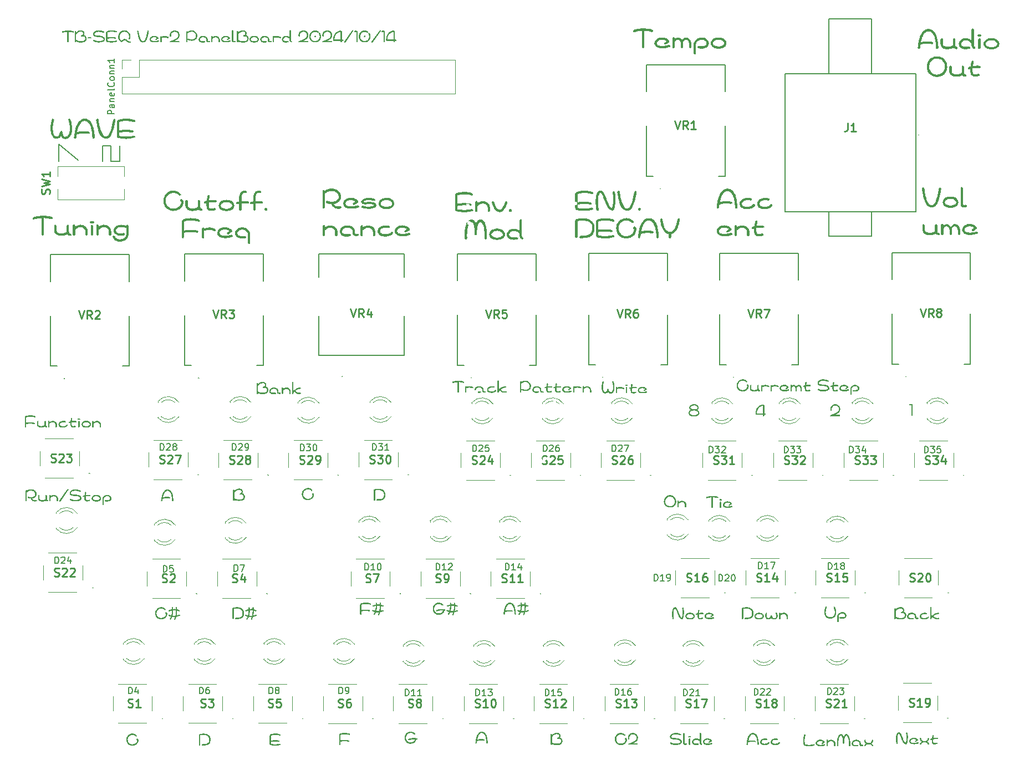
<source format=gto>
G04 #@! TF.GenerationSoftware,KiCad,Pcbnew,8.0.2*
G04 #@! TF.CreationDate,2024-10-15T19:39:21+09:00*
G04 #@! TF.ProjectId,frontPanel,66726f6e-7450-4616-9e65-6c2e6b696361,rev?*
G04 #@! TF.SameCoordinates,Original*
G04 #@! TF.FileFunction,Legend,Top*
G04 #@! TF.FilePolarity,Positive*
%FSLAX46Y46*%
G04 Gerber Fmt 4.6, Leading zero omitted, Abs format (unit mm)*
G04 Created by KiCad (PCBNEW 8.0.2) date 2024-10-15 19:39:21*
%MOMM*%
%LPD*%
G01*
G04 APERTURE LIST*
%ADD10C,0.200000*%
%ADD11C,0.125000*%
%ADD12C,0.254000*%
%ADD13C,0.150000*%
%ADD14C,0.100000*%
%ADD15C,0.120000*%
%ADD16R,1.500000X1.500000*%
%ADD17C,1.500000*%
%ADD18C,4.350000*%
%ADD19C,1.575000*%
%ADD20R,1.800000X1.800000*%
%ADD21C,1.800000*%
%ADD22C,2.400000*%
%ADD23C,1.635000*%
%ADD24C,4.455000*%
%ADD25R,1.700000X1.700000*%
%ADD26O,1.700000X1.700000*%
%ADD27C,0.600000*%
G04 APERTURE END LIST*
D10*
X33900000Y-42700000D02*
X35300000Y-42700000D01*
X26000000Y-42700000D02*
X26000000Y-40100000D01*
X35300000Y-42700000D02*
X35300000Y-40400000D01*
X32700000Y-40400000D02*
X33900000Y-40400000D01*
X32700000Y-42700000D02*
X32700000Y-40400000D01*
X26000000Y-40100000D02*
X28900000Y-42600000D01*
X33900000Y-40400000D02*
X33900000Y-42700000D01*
D11*
G36*
X22620830Y-94490411D02*
G01*
X22635152Y-94563148D01*
X22595237Y-94627715D01*
X22580896Y-94635491D01*
X22500588Y-94661659D01*
X22418686Y-94676623D01*
X22337242Y-94681413D01*
X22258313Y-94677062D01*
X22183952Y-94664600D01*
X22103642Y-94640392D01*
X22091434Y-94635491D01*
X22024279Y-94603662D01*
X21946875Y-94555720D01*
X21877222Y-94499764D01*
X21815841Y-94436920D01*
X21763251Y-94368309D01*
X21719973Y-94295056D01*
X21698691Y-94249344D01*
X21614789Y-94242338D01*
X21541384Y-94231516D01*
X21467332Y-94216646D01*
X21394997Y-94198179D01*
X21313792Y-94171911D01*
X21253558Y-94147128D01*
X21199608Y-94096067D01*
X21191729Y-94022943D01*
X21198970Y-94001681D01*
X21252352Y-93948449D01*
X21325009Y-93938264D01*
X21345882Y-93944162D01*
X21429831Y-93974792D01*
X21515017Y-93997906D01*
X21600599Y-94013588D01*
X21685737Y-94021923D01*
X21769588Y-94022993D01*
X21851313Y-94016883D01*
X21930069Y-94003675D01*
X22005017Y-93983455D01*
X22075316Y-93956305D01*
X22170206Y-93902770D01*
X22249903Y-93834115D01*
X22311571Y-93750623D01*
X22352369Y-93652575D01*
X22366573Y-93579263D01*
X22365391Y-93489183D01*
X22347653Y-93406304D01*
X22314943Y-93330989D01*
X22268846Y-93263600D01*
X22210947Y-93204500D01*
X22142831Y-93154050D01*
X22066082Y-93112612D01*
X21982286Y-93080550D01*
X21893027Y-93058225D01*
X21799890Y-93045999D01*
X21736427Y-93043639D01*
X21658508Y-93046737D01*
X21583253Y-93055595D01*
X21511004Y-93069560D01*
X21419944Y-93094994D01*
X21335657Y-93126793D01*
X21258958Y-93163408D01*
X21190663Y-93203290D01*
X21118356Y-93255374D01*
X21093824Y-93276280D01*
X21093824Y-94552327D01*
X21066828Y-94625339D01*
X20999578Y-94660571D01*
X20988677Y-94661137D01*
X20916932Y-94632738D01*
X20882256Y-94563390D01*
X20881699Y-94552327D01*
X20881699Y-93056461D01*
X20906277Y-92987405D01*
X20972493Y-92948914D01*
X20988677Y-92947651D01*
X21058497Y-92975540D01*
X21085397Y-93011765D01*
X21157660Y-92965814D01*
X21223225Y-92931419D01*
X21295864Y-92900121D01*
X21375746Y-92872839D01*
X21463036Y-92850493D01*
X21557903Y-92834000D01*
X21634126Y-92826025D01*
X21714776Y-92822248D01*
X21742655Y-92821988D01*
X21818636Y-92825023D01*
X21894845Y-92834074D01*
X21970575Y-92849060D01*
X22045117Y-92869902D01*
X22117764Y-92896518D01*
X22187807Y-92928828D01*
X22254539Y-92966751D01*
X22317251Y-93010208D01*
X22375237Y-93059117D01*
X22427788Y-93113398D01*
X22474196Y-93172971D01*
X22513754Y-93237755D01*
X22545754Y-93307669D01*
X22569487Y-93382633D01*
X22584246Y-93462567D01*
X22589323Y-93547390D01*
X22582908Y-93636821D01*
X22563936Y-93723429D01*
X22532812Y-93806396D01*
X22489941Y-93884910D01*
X22435729Y-93958154D01*
X22370582Y-94025313D01*
X22294905Y-94085573D01*
X22209105Y-94138118D01*
X22113587Y-94182133D01*
X22008757Y-94216803D01*
X21933897Y-94234323D01*
X21975593Y-94297639D01*
X22036727Y-94364431D01*
X22108431Y-94415603D01*
X22191301Y-94449125D01*
X22266037Y-94461871D01*
X22348605Y-94460984D01*
X22439310Y-94445424D01*
X22463293Y-94439120D01*
X22541536Y-94435825D01*
X22607419Y-94472264D01*
X22620830Y-94490411D01*
G37*
G36*
X24285223Y-94460736D02*
G01*
X24354364Y-94496440D01*
X24386357Y-94562642D01*
X24384141Y-94608014D01*
X24336398Y-94668174D01*
X24262601Y-94678483D01*
X24222208Y-94671762D01*
X24146655Y-94649504D01*
X24082624Y-94612367D01*
X24028338Y-94555323D01*
X24024738Y-94550129D01*
X23957811Y-94585105D01*
X23888364Y-94614861D01*
X23817209Y-94639567D01*
X23745156Y-94659397D01*
X23673017Y-94674521D01*
X23583959Y-94687070D01*
X23497620Y-94692871D01*
X23464200Y-94693377D01*
X23385607Y-94690759D01*
X23312080Y-94683048D01*
X23211291Y-94662397D01*
X23121904Y-94631484D01*
X23043923Y-94591028D01*
X22977348Y-94541748D01*
X22922182Y-94484364D01*
X22878426Y-94419593D01*
X22846082Y-94348157D01*
X22825152Y-94270772D01*
X22815637Y-94188159D01*
X22815003Y-94159584D01*
X22815003Y-93786259D01*
X22840660Y-93715395D01*
X22904131Y-93677481D01*
X22926378Y-93675251D01*
X22996040Y-93700403D01*
X23033358Y-93763713D01*
X23035554Y-93786259D01*
X23035554Y-94159584D01*
X23043029Y-94232590D01*
X23075719Y-94314306D01*
X23127558Y-94373587D01*
X23206149Y-94421302D01*
X23291051Y-94448911D01*
X23368961Y-94462336D01*
X23460059Y-94468722D01*
X23493510Y-94469162D01*
X23577553Y-94464421D01*
X23657914Y-94451199D01*
X23734021Y-94430998D01*
X23805306Y-94405317D01*
X23883677Y-94369381D01*
X23953297Y-94330310D01*
X23948002Y-94254670D01*
X23947070Y-94180178D01*
X23947069Y-94170575D01*
X23947069Y-93786259D01*
X23971831Y-93715395D01*
X24039499Y-93676515D01*
X24056245Y-93675251D01*
X24126802Y-93700403D01*
X24165329Y-93763713D01*
X24167620Y-93786259D01*
X24167620Y-94170575D01*
X24169142Y-94249476D01*
X24175610Y-94325037D01*
X24197757Y-94402770D01*
X24255451Y-94451679D01*
X24285223Y-94460736D01*
G37*
G36*
X25876709Y-94309061D02*
G01*
X25876709Y-94556723D01*
X25851947Y-94627587D01*
X25784279Y-94666467D01*
X25767533Y-94667732D01*
X25694791Y-94639106D01*
X25659654Y-94573769D01*
X25658356Y-94556723D01*
X25658356Y-94311259D01*
X25647721Y-94210361D01*
X25621458Y-94127417D01*
X25582777Y-94060672D01*
X25517434Y-93993848D01*
X25443328Y-93948551D01*
X25368066Y-93920624D01*
X25283956Y-93903813D01*
X25217254Y-93899466D01*
X25133675Y-93905427D01*
X25051074Y-93922791D01*
X24970751Y-93950777D01*
X24894005Y-93988606D01*
X24822136Y-94035498D01*
X24756444Y-94090673D01*
X24732187Y-94114888D01*
X24732187Y-94558921D01*
X24707609Y-94627978D01*
X24641393Y-94666469D01*
X24625209Y-94667732D01*
X24553152Y-94639333D01*
X24518422Y-94569984D01*
X24517864Y-94558921D01*
X24517864Y-93749989D01*
X24542473Y-93679125D01*
X24608931Y-93640245D01*
X24625209Y-93638981D01*
X24696954Y-93667606D01*
X24730943Y-93732943D01*
X24732187Y-93749989D01*
X24732187Y-93850373D01*
X24798106Y-93804794D01*
X24869145Y-93764810D01*
X24944306Y-93731293D01*
X25022592Y-93705115D01*
X25103004Y-93687148D01*
X25184545Y-93678264D01*
X25217254Y-93677449D01*
X25305825Y-93682250D01*
X25394294Y-93696965D01*
X25480780Y-93722057D01*
X25563403Y-93757994D01*
X25640284Y-93805240D01*
X25709541Y-93864261D01*
X25769296Y-93935523D01*
X25817667Y-94019490D01*
X25852776Y-94116629D01*
X25867884Y-94188935D01*
X25875705Y-94267441D01*
X25876709Y-94309061D01*
G37*
G36*
X26211933Y-94686782D02*
G01*
X26148414Y-94728319D01*
X26075279Y-94712428D01*
X26033513Y-94649596D01*
X26050000Y-94575774D01*
X27280983Y-92828217D01*
X27341983Y-92782055D01*
X27417271Y-92791946D01*
X27462425Y-92852030D01*
X27450976Y-92926402D01*
X26211933Y-94686782D01*
G37*
G36*
X29180216Y-93190917D02*
G01*
X29098898Y-93161866D01*
X29025397Y-93139276D01*
X28945453Y-93118154D01*
X28860049Y-93099319D01*
X28770168Y-93083591D01*
X28676793Y-93071790D01*
X28580907Y-93064737D01*
X28507937Y-93063056D01*
X28431821Y-93064990D01*
X28350593Y-93071110D01*
X28267004Y-93081892D01*
X28183806Y-93097813D01*
X28103750Y-93119348D01*
X28029586Y-93146975D01*
X27964068Y-93181169D01*
X27894912Y-93237801D01*
X27852537Y-93308085D01*
X27842254Y-93370436D01*
X27856846Y-93448700D01*
X27910046Y-93520224D01*
X27978904Y-93560080D01*
X28069656Y-93587778D01*
X28151262Y-93602390D01*
X28243836Y-93613138D01*
X28346798Y-93621298D01*
X28420925Y-93625929D01*
X28499242Y-93630354D01*
X28581577Y-93634951D01*
X28676281Y-93641704D01*
X28767136Y-93652331D01*
X28853794Y-93666808D01*
X28935908Y-93685108D01*
X29013132Y-93707208D01*
X29085120Y-93733083D01*
X29182524Y-93778920D01*
X29266195Y-93833111D01*
X29334963Y-93895574D01*
X29387658Y-93966224D01*
X29423110Y-94044979D01*
X29440149Y-94131756D01*
X29440701Y-94194023D01*
X29412890Y-94297644D01*
X29361684Y-94386056D01*
X29290911Y-94460353D01*
X29204398Y-94521632D01*
X29105971Y-94570987D01*
X29035625Y-94597808D01*
X28962819Y-94620142D01*
X28888687Y-94638313D01*
X28814364Y-94652646D01*
X28740982Y-94663466D01*
X28635157Y-94673819D01*
X28537830Y-94678093D01*
X28507937Y-94678356D01*
X28422248Y-94676801D01*
X28338574Y-94672017D01*
X28256730Y-94663829D01*
X28176529Y-94652062D01*
X28097784Y-94636539D01*
X28020308Y-94617085D01*
X27943916Y-94593525D01*
X27868420Y-94565682D01*
X27793634Y-94533381D01*
X27719372Y-94496446D01*
X27670062Y-94469162D01*
X27627464Y-94406917D01*
X27642644Y-94330936D01*
X27649180Y-94321884D01*
X27712934Y-94280586D01*
X27789679Y-94284703D01*
X27810746Y-94294040D01*
X27896138Y-94334519D01*
X27977648Y-94368103D01*
X28057888Y-94395315D01*
X28139467Y-94416680D01*
X28224995Y-94432722D01*
X28317085Y-94443963D01*
X28392027Y-94449559D01*
X28473229Y-94452971D01*
X28531385Y-94454141D01*
X28613895Y-94452316D01*
X28701164Y-94446493D01*
X28790203Y-94436153D01*
X28878024Y-94420776D01*
X28961638Y-94399841D01*
X29038056Y-94372831D01*
X29104291Y-94339223D01*
X29171596Y-94283253D01*
X29208399Y-94213400D01*
X29211723Y-94151158D01*
X29184238Y-94071074D01*
X29125931Y-94005694D01*
X29063929Y-93965424D01*
X28987789Y-93931975D01*
X28898882Y-93904726D01*
X28798579Y-93883057D01*
X28726057Y-93871404D01*
X28649486Y-93861770D01*
X28569271Y-93853972D01*
X28485820Y-93847825D01*
X28399539Y-93843145D01*
X28310833Y-93839748D01*
X28226008Y-93836268D01*
X28146472Y-93828997D01*
X28072291Y-93817946D01*
X27971210Y-93794312D01*
X27882561Y-93762243D01*
X27806571Y-93721782D01*
X27743468Y-93672971D01*
X27693481Y-93615851D01*
X27656839Y-93550464D01*
X27633769Y-93476851D01*
X27624499Y-93395054D01*
X27626099Y-93335997D01*
X27637350Y-93262915D01*
X27674155Y-93166692D01*
X27731686Y-93085519D01*
X27806358Y-93018237D01*
X27894588Y-92963687D01*
X27992790Y-92920710D01*
X28097381Y-92888146D01*
X28168887Y-92871649D01*
X28276160Y-92853865D01*
X28380262Y-92843403D01*
X28477609Y-92839105D01*
X28507937Y-92838841D01*
X28583711Y-92840647D01*
X28661423Y-92845869D01*
X28740149Y-92854213D01*
X28818970Y-92865387D01*
X28896962Y-92879096D01*
X28973204Y-92895048D01*
X29046773Y-92912948D01*
X29139116Y-92939340D01*
X29222884Y-92967980D01*
X29278768Y-92990516D01*
X29331671Y-93043083D01*
X29337267Y-93116529D01*
X29329326Y-93137794D01*
X29275608Y-93189949D01*
X29201800Y-93197636D01*
X29180216Y-93190917D01*
G37*
G36*
X30733600Y-93690272D02*
G01*
X30798080Y-93728465D01*
X30815300Y-93803478D01*
X30774221Y-93869241D01*
X30699895Y-93888841D01*
X30615166Y-93883663D01*
X30523633Y-93882149D01*
X30446743Y-93883515D01*
X30367613Y-93887119D01*
X30287184Y-93892915D01*
X30206397Y-93900856D01*
X30126192Y-93910894D01*
X30086601Y-93916685D01*
X30082280Y-93992960D01*
X30079804Y-94068775D01*
X30080373Y-94106461D01*
X30083889Y-94194441D01*
X30093945Y-94278868D01*
X30115473Y-94354259D01*
X30163390Y-94425080D01*
X30227511Y-94461288D01*
X30318880Y-94470910D01*
X30340858Y-94469162D01*
X30417519Y-94459672D01*
X30491638Y-94445576D01*
X30568582Y-94427183D01*
X30603175Y-94417871D01*
X30678918Y-94425637D01*
X30729982Y-94482126D01*
X30733600Y-94492609D01*
X30725160Y-94568374D01*
X30669945Y-94619401D01*
X30659961Y-94622669D01*
X30581513Y-94642533D01*
X30504165Y-94659580D01*
X30429152Y-94672643D01*
X30357711Y-94680554D01*
X30258840Y-94683117D01*
X30173161Y-94670258D01*
X30099917Y-94643308D01*
X30020293Y-94587753D01*
X29959635Y-94512660D01*
X29925508Y-94445416D01*
X29900283Y-94370284D01*
X29883202Y-94288594D01*
X29873509Y-94201675D01*
X29870446Y-94110858D01*
X29871637Y-94037356D01*
X29874476Y-93959183D01*
X29802921Y-93978095D01*
X29767498Y-93989225D01*
X29694081Y-93989511D01*
X29637308Y-93938264D01*
X29635240Y-93933538D01*
X29633821Y-93856418D01*
X29687630Y-93803478D01*
X29761115Y-93779086D01*
X29837845Y-93758712D01*
X29893527Y-93745959D01*
X29903664Y-93670803D01*
X29915114Y-93592004D01*
X29927878Y-93509478D01*
X29941956Y-93423135D01*
X29954691Y-93348205D01*
X29962770Y-93301926D01*
X30003219Y-93236918D01*
X30075969Y-93216950D01*
X30086601Y-93218761D01*
X30149049Y-93258953D01*
X30170035Y-93331839D01*
X30168667Y-93342592D01*
X30154935Y-93417890D01*
X30142276Y-93490107D01*
X30129055Y-93570580D01*
X30117721Y-93647116D01*
X30109682Y-93709689D01*
X30188994Y-93699177D01*
X30270127Y-93690375D01*
X30351980Y-93683581D01*
X30433456Y-93679098D01*
X30513455Y-93677224D01*
X30590879Y-93678262D01*
X30664627Y-93682511D01*
X30733600Y-93690272D01*
G37*
G36*
X31782754Y-93673693D02*
G01*
X31858806Y-93681004D01*
X31965506Y-93700695D01*
X32062755Y-93730379D01*
X32149882Y-93769521D01*
X32226214Y-93817583D01*
X32291080Y-93874031D01*
X32343808Y-93938327D01*
X32383725Y-94009935D01*
X32410160Y-94088321D01*
X32422440Y-94172946D01*
X32423272Y-94202449D01*
X32411547Y-94290510D01*
X32376658Y-94377932D01*
X32335552Y-94441020D01*
X32281845Y-94500379D01*
X32215718Y-94554567D01*
X32137354Y-94602140D01*
X32046938Y-94641654D01*
X31944651Y-94671666D01*
X31869956Y-94685681D01*
X31790120Y-94694404D01*
X31705198Y-94697407D01*
X31627557Y-94695008D01*
X31553074Y-94687917D01*
X31447829Y-94668831D01*
X31351126Y-94640084D01*
X31263826Y-94602215D01*
X31186793Y-94555761D01*
X31120888Y-94501261D01*
X31066974Y-94439251D01*
X31025912Y-94370271D01*
X30998565Y-94294858D01*
X30985795Y-94213550D01*
X30984926Y-94185230D01*
X31186427Y-94185230D01*
X31201129Y-94265231D01*
X31241467Y-94331403D01*
X31301786Y-94384722D01*
X31376432Y-94426160D01*
X31459751Y-94456694D01*
X31546088Y-94477297D01*
X31629788Y-94488944D01*
X31705198Y-94492609D01*
X31782828Y-94488598D01*
X31867366Y-94476112D01*
X31953492Y-94454472D01*
X32035888Y-94423000D01*
X32109233Y-94381019D01*
X32168208Y-94327849D01*
X32207495Y-94262812D01*
X32221772Y-94185230D01*
X32203447Y-94100878D01*
X32152663Y-94028446D01*
X32092892Y-93979738D01*
X32019593Y-93939779D01*
X31935986Y-93909068D01*
X31845290Y-93888103D01*
X31750726Y-93877382D01*
X31703000Y-93876018D01*
X31628316Y-93879778D01*
X31545160Y-93891669D01*
X31459214Y-93912610D01*
X31376157Y-93943521D01*
X31301670Y-93985319D01*
X31241433Y-94038925D01*
X31201125Y-94105255D01*
X31186427Y-94185230D01*
X30984926Y-94185230D01*
X30994045Y-94092214D01*
X31020238Y-94008688D01*
X31061765Y-93934576D01*
X31116882Y-93869805D01*
X31183847Y-93814301D01*
X31260917Y-93767988D01*
X31346351Y-93730793D01*
X31438405Y-93702642D01*
X31535338Y-93683460D01*
X31635406Y-93673174D01*
X31703000Y-93671221D01*
X31782754Y-93673693D01*
G37*
G36*
X32831769Y-94317487D02*
G01*
X32831769Y-95098210D01*
X32808053Y-95168208D01*
X32742846Y-95207785D01*
X32726622Y-95209584D01*
X32656960Y-95184822D01*
X32618691Y-95117154D01*
X32617445Y-95100408D01*
X32617445Y-94324082D01*
X32626678Y-94216604D01*
X32653207Y-94117621D01*
X32695278Y-94027534D01*
X32751140Y-93946743D01*
X32819037Y-93875648D01*
X32897218Y-93814650D01*
X32983929Y-93764148D01*
X33077416Y-93724544D01*
X33175926Y-93696237D01*
X33277706Y-93679627D01*
X33346510Y-93675251D01*
X33429664Y-93678606D01*
X33506773Y-93687612D01*
X33611333Y-93710952D01*
X33702879Y-93745037D01*
X33781764Y-93788684D01*
X33848338Y-93840710D01*
X33902953Y-93899933D01*
X33945960Y-93965170D01*
X33977711Y-94035238D01*
X33998557Y-94108955D01*
X34008850Y-94185138D01*
X34009996Y-94210875D01*
X34003090Y-94294621D01*
X33983206Y-94369279D01*
X33931777Y-94465013D01*
X33858173Y-94542319D01*
X33766612Y-94602405D01*
X33697676Y-94633494D01*
X33623883Y-94657826D01*
X33546481Y-94675761D01*
X33466720Y-94687655D01*
X33385849Y-94693869D01*
X33305118Y-94694759D01*
X33225776Y-94690686D01*
X33149072Y-94682007D01*
X33076255Y-94669081D01*
X33041695Y-94661137D01*
X32981380Y-94614385D01*
X32969531Y-94537505D01*
X32972452Y-94526681D01*
X33017788Y-94468254D01*
X33089184Y-94449114D01*
X33111304Y-94451943D01*
X33185693Y-94463072D01*
X33266380Y-94470384D01*
X33350467Y-94472783D01*
X33435056Y-94469176D01*
X33517250Y-94458470D01*
X33594150Y-94439569D01*
X33662858Y-94411379D01*
X33736718Y-94357455D01*
X33783993Y-94282480D01*
X33797871Y-94210875D01*
X33789809Y-94136702D01*
X33753155Y-94056426D01*
X33691581Y-93990703D01*
X33627698Y-93949126D01*
X33553557Y-93917760D01*
X33471685Y-93897006D01*
X33384612Y-93887261D01*
X33339916Y-93886643D01*
X33258657Y-93893597D01*
X33180931Y-93910811D01*
X33107696Y-93937764D01*
X33039909Y-93973929D01*
X32978528Y-94018784D01*
X32924510Y-94071806D01*
X32878813Y-94132469D01*
X32842393Y-94200251D01*
X32833488Y-94275982D01*
X32831769Y-94317487D01*
G37*
G36*
X43570760Y-49952267D02*
G01*
X43706558Y-49932823D01*
X43842676Y-49900134D01*
X43976632Y-49853518D01*
X44105945Y-49792287D01*
X44228135Y-49715758D01*
X44340718Y-49623244D01*
X44441215Y-49514061D01*
X44527143Y-49387523D01*
X44596021Y-49242945D01*
X44645368Y-49079641D01*
X44666189Y-48960031D01*
X44609272Y-48846502D01*
X44547121Y-48782344D01*
X44525685Y-48652726D01*
X44582008Y-48536927D01*
X44645429Y-48490474D01*
X44773813Y-48480229D01*
X44888414Y-48540595D01*
X44966021Y-48635487D01*
X45016130Y-48758764D01*
X45030722Y-48899581D01*
X45023022Y-49038582D01*
X45000319Y-49174961D01*
X44963210Y-49307843D01*
X44912293Y-49436352D01*
X44848162Y-49559613D01*
X44771415Y-49676749D01*
X44682649Y-49786885D01*
X44582460Y-49889146D01*
X44471444Y-49982655D01*
X44350199Y-50066538D01*
X44219320Y-50139918D01*
X44079405Y-50201920D01*
X43931050Y-50251668D01*
X43774852Y-50288286D01*
X43611407Y-50310899D01*
X43441311Y-50318632D01*
X43239987Y-50299266D01*
X43054600Y-50261020D01*
X42884833Y-50205508D01*
X42730364Y-50134343D01*
X42590876Y-50049139D01*
X42466049Y-49951509D01*
X42355563Y-49843067D01*
X42259100Y-49725427D01*
X42176339Y-49600202D01*
X42106962Y-49469005D01*
X42050649Y-49333451D01*
X42007081Y-49195153D01*
X41975939Y-49055724D01*
X41956903Y-48916778D01*
X41949654Y-48779929D01*
X41953872Y-48646789D01*
X41964752Y-48514783D01*
X41985266Y-48388771D01*
X42014918Y-48268813D01*
X42099644Y-48047311D01*
X42214950Y-47850768D01*
X42356858Y-47679678D01*
X42521387Y-47534533D01*
X42704559Y-47415827D01*
X42902394Y-47324052D01*
X43110913Y-47259701D01*
X43326136Y-47223267D01*
X43544084Y-47215243D01*
X43760777Y-47236122D01*
X43972237Y-47286396D01*
X44174484Y-47366558D01*
X44363537Y-47477101D01*
X44535419Y-47618519D01*
X44613677Y-47700959D01*
X44644797Y-47822785D01*
X44579921Y-47932712D01*
X44564829Y-47942759D01*
X44440479Y-47970567D01*
X44329352Y-47916206D01*
X44309595Y-47896353D01*
X44219724Y-47806066D01*
X44108835Y-47729186D01*
X43980424Y-47666798D01*
X43837987Y-47619987D01*
X43685020Y-47589837D01*
X43525021Y-47577434D01*
X43361485Y-47583862D01*
X43197908Y-47610208D01*
X43037788Y-47657554D01*
X42884620Y-47726987D01*
X42741901Y-47819592D01*
X42613128Y-47936453D01*
X42501796Y-48078655D01*
X42411402Y-48247284D01*
X42345443Y-48443424D01*
X42307414Y-48668161D01*
X42306998Y-48799112D01*
X42318797Y-48927374D01*
X42342462Y-49052074D01*
X42377643Y-49172341D01*
X42423991Y-49287302D01*
X42481154Y-49396084D01*
X42548785Y-49497817D01*
X42669091Y-49635290D01*
X42761358Y-49715582D01*
X42862869Y-49785772D01*
X42973272Y-49844988D01*
X43092218Y-49892357D01*
X43219358Y-49927008D01*
X43354342Y-49948068D01*
X43496820Y-49954665D01*
X43570760Y-49952267D01*
G37*
G36*
X47762578Y-49934560D02*
G01*
X47877813Y-49994067D01*
X47931134Y-50104404D01*
X47927442Y-50180024D01*
X47847869Y-50280290D01*
X47724875Y-50297471D01*
X47657554Y-50286270D01*
X47531632Y-50249173D01*
X47424914Y-50187278D01*
X47334437Y-50092205D01*
X47328436Y-50083548D01*
X47216892Y-50141842D01*
X47101147Y-50191435D01*
X46982555Y-50232612D01*
X46862467Y-50265662D01*
X46742236Y-50290868D01*
X46593806Y-50311784D01*
X46449907Y-50321452D01*
X46394207Y-50322295D01*
X46263218Y-50317932D01*
X46140673Y-50305080D01*
X45972691Y-50270662D01*
X45823714Y-50219140D01*
X45693745Y-50151713D01*
X45582787Y-50069580D01*
X45490843Y-49973940D01*
X45417916Y-49865989D01*
X45364010Y-49746928D01*
X45329126Y-49617954D01*
X45313269Y-49480266D01*
X45312212Y-49432641D01*
X45312212Y-48810432D01*
X45354973Y-48692326D01*
X45460759Y-48629136D01*
X45497836Y-48625418D01*
X45613940Y-48667339D01*
X45676136Y-48772855D01*
X45679797Y-48810432D01*
X45679797Y-49432641D01*
X45692256Y-49554318D01*
X45746738Y-49690510D01*
X45833136Y-49789312D01*
X45964121Y-49868838D01*
X46105625Y-49914852D01*
X46235475Y-49937228D01*
X46387305Y-49947871D01*
X46443056Y-49948604D01*
X46583129Y-49940702D01*
X46717063Y-49918666D01*
X46843909Y-49884996D01*
X46962716Y-49842195D01*
X47093335Y-49782301D01*
X47209368Y-49717184D01*
X47200544Y-49591117D01*
X47198990Y-49466963D01*
X47198988Y-49450959D01*
X47198988Y-48810432D01*
X47240259Y-48692326D01*
X47353038Y-48627526D01*
X47380949Y-48625418D01*
X47498543Y-48667339D01*
X47562754Y-48772855D01*
X47566573Y-48810432D01*
X47566573Y-49450959D01*
X47569110Y-49582460D01*
X47579890Y-49708395D01*
X47616802Y-49837951D01*
X47712958Y-49919465D01*
X47762578Y-49934560D01*
G37*
G36*
X49963817Y-48650453D02*
G01*
X50071284Y-48714109D01*
X50099982Y-48839131D01*
X50031518Y-48948735D01*
X49907641Y-48981402D01*
X49766426Y-48972772D01*
X49613872Y-48970249D01*
X49485720Y-48972525D01*
X49353837Y-48978532D01*
X49219790Y-48988193D01*
X49085145Y-49001427D01*
X48951469Y-49018157D01*
X48885484Y-49027808D01*
X48878282Y-49154934D01*
X48874156Y-49281292D01*
X48875104Y-49344103D01*
X48880964Y-49490735D01*
X48897725Y-49631447D01*
X48933604Y-49757099D01*
X49013467Y-49875133D01*
X49120334Y-49935480D01*
X49272616Y-49951518D01*
X49309246Y-49948604D01*
X49437014Y-49932786D01*
X49560545Y-49909294D01*
X49688786Y-49878638D01*
X49746441Y-49863119D01*
X49872679Y-49876063D01*
X49957786Y-49970211D01*
X49963817Y-49987683D01*
X49949750Y-50113958D01*
X49857724Y-50199002D01*
X49841085Y-50204448D01*
X49710338Y-50237555D01*
X49581424Y-50265967D01*
X49456402Y-50287739D01*
X49337334Y-50300924D01*
X49172549Y-50305195D01*
X49029751Y-50283764D01*
X48907678Y-50238848D01*
X48774972Y-50146255D01*
X48673875Y-50021101D01*
X48616996Y-49909026D01*
X48574954Y-49783806D01*
X48546486Y-49647657D01*
X48530331Y-49502792D01*
X48525226Y-49351430D01*
X48527211Y-49228927D01*
X48531943Y-49098639D01*
X48412684Y-49130158D01*
X48353646Y-49148709D01*
X48231284Y-49149185D01*
X48136663Y-49063774D01*
X48133217Y-49055896D01*
X48130850Y-48927363D01*
X48220533Y-48839131D01*
X48343008Y-48798476D01*
X48470891Y-48764520D01*
X48563695Y-48743265D01*
X48580589Y-48618005D01*
X48599673Y-48486674D01*
X48620946Y-48349130D01*
X48644409Y-48205225D01*
X48665634Y-48080342D01*
X48679099Y-48003210D01*
X48746515Y-47894863D01*
X48867764Y-47861583D01*
X48885484Y-47864602D01*
X48989565Y-47931589D01*
X49024541Y-48053066D01*
X49022260Y-48070987D01*
X48999374Y-48196484D01*
X48978275Y-48316845D01*
X48956241Y-48450968D01*
X48937351Y-48578528D01*
X48923953Y-48682815D01*
X49056140Y-48665296D01*
X49191360Y-48650625D01*
X49327783Y-48639302D01*
X49463577Y-48631830D01*
X49596909Y-48628707D01*
X49725947Y-48630437D01*
X49848860Y-48637518D01*
X49963817Y-48650453D01*
G37*
G36*
X51712407Y-48622822D02*
G01*
X51839159Y-48635007D01*
X52016992Y-48667825D01*
X52179074Y-48717299D01*
X52324286Y-48782535D01*
X52451506Y-48862639D01*
X52559616Y-48956718D01*
X52647496Y-49063878D01*
X52714024Y-49183226D01*
X52758082Y-49313868D01*
X52778550Y-49454911D01*
X52779937Y-49504082D01*
X52760394Y-49650851D01*
X52702246Y-49796553D01*
X52633737Y-49901700D01*
X52544224Y-50000633D01*
X52434012Y-50090946D01*
X52303407Y-50170234D01*
X52152713Y-50236090D01*
X51982235Y-50286110D01*
X51857742Y-50309469D01*
X51724683Y-50324007D01*
X51583147Y-50329012D01*
X51453745Y-50325013D01*
X51329606Y-50313195D01*
X51154198Y-50281385D01*
X50993025Y-50233474D01*
X50847526Y-50170359D01*
X50719138Y-50092936D01*
X50609296Y-50002102D01*
X50519439Y-49898753D01*
X50451002Y-49783786D01*
X50405424Y-49658097D01*
X50384140Y-49522583D01*
X50382693Y-49475383D01*
X50718527Y-49475383D01*
X50743031Y-49608719D01*
X50810261Y-49719006D01*
X50910793Y-49807870D01*
X51035203Y-49876934D01*
X51174067Y-49927823D01*
X51317962Y-49962161D01*
X51457463Y-49981573D01*
X51583147Y-49987683D01*
X51712530Y-49980997D01*
X51853426Y-49960186D01*
X51996970Y-49924120D01*
X52134296Y-49871667D01*
X52256538Y-49801698D01*
X52354830Y-49713081D01*
X52420307Y-49604687D01*
X52444103Y-49475383D01*
X52413560Y-49334796D01*
X52328921Y-49214077D01*
X52229303Y-49132897D01*
X52107138Y-49066299D01*
X51967793Y-49015114D01*
X51816633Y-48980172D01*
X51659027Y-48962303D01*
X51579483Y-48960031D01*
X51455009Y-48966297D01*
X51316416Y-48986115D01*
X51173173Y-49021018D01*
X51034745Y-49072535D01*
X50910600Y-49142199D01*
X50810204Y-49231541D01*
X50743024Y-49342092D01*
X50718527Y-49475383D01*
X50382693Y-49475383D01*
X50397891Y-49320357D01*
X50441547Y-49181147D01*
X50510758Y-49057627D01*
X50602619Y-48949676D01*
X50714227Y-48857168D01*
X50842678Y-48779980D01*
X50985067Y-48717989D01*
X51138491Y-48671071D01*
X51300046Y-48639101D01*
X51466826Y-48621956D01*
X51579483Y-48618702D01*
X51712407Y-48622822D01*
G37*
G36*
X54878593Y-48870882D02*
G01*
X54981786Y-48942476D01*
X55000715Y-49069940D01*
X54925686Y-49172751D01*
X54797993Y-49198168D01*
X54670852Y-49180500D01*
X54533702Y-49167559D01*
X54388876Y-49159331D01*
X54238709Y-49155801D01*
X54116298Y-49156351D01*
X53993157Y-49159891D01*
X53870481Y-49166416D01*
X53870481Y-50090875D01*
X53825489Y-50209448D01*
X53713405Y-50267620D01*
X53695237Y-50268562D01*
X53577321Y-50221608D01*
X53521491Y-50108669D01*
X53520603Y-50090875D01*
X53520603Y-49201831D01*
X53394292Y-49222368D01*
X53267809Y-49249040D01*
X53243998Y-49254954D01*
X53122157Y-49246086D01*
X53033434Y-49153221D01*
X53030286Y-49145045D01*
X53038147Y-49019183D01*
X53135310Y-48938660D01*
X53259497Y-48905718D01*
X53386604Y-48882949D01*
X53520603Y-48864166D01*
X53520603Y-48298743D01*
X53528089Y-48120596D01*
X53549668Y-47960547D01*
X53584017Y-47817935D01*
X53629816Y-47692096D01*
X53685744Y-47582368D01*
X53785736Y-47446533D01*
X53901088Y-47343220D01*
X54027339Y-47270190D01*
X54160031Y-47225208D01*
X54294705Y-47206036D01*
X54426903Y-47210438D01*
X54552166Y-47236176D01*
X54591608Y-47249110D01*
X54684913Y-47331050D01*
X54689543Y-47456411D01*
X54682588Y-47473203D01*
X54592544Y-47562833D01*
X54471281Y-47580911D01*
X54444452Y-47576395D01*
X54309168Y-47559248D01*
X54165842Y-47596296D01*
X54050990Y-47687966D01*
X53979488Y-47793174D01*
X53926000Y-47920556D01*
X53890433Y-48064432D01*
X53872694Y-48219120D01*
X53870481Y-48298743D01*
X53870481Y-48828140D01*
X54000677Y-48821511D01*
X54132842Y-48817817D01*
X54265392Y-48817299D01*
X54396748Y-48820202D01*
X54525327Y-48826768D01*
X54649549Y-48837242D01*
X54796289Y-48856198D01*
X54878593Y-48870882D01*
G37*
G36*
X57032815Y-48870882D02*
G01*
X57136008Y-48942476D01*
X57154937Y-49069940D01*
X57079908Y-49172751D01*
X56952215Y-49198168D01*
X56825074Y-49180500D01*
X56687924Y-49167559D01*
X56543098Y-49159331D01*
X56392931Y-49155801D01*
X56270520Y-49156351D01*
X56147379Y-49159891D01*
X56024703Y-49166416D01*
X56024703Y-50090875D01*
X55979711Y-50209448D01*
X55867627Y-50267620D01*
X55849459Y-50268562D01*
X55731543Y-50221608D01*
X55675713Y-50108669D01*
X55674825Y-50090875D01*
X55674825Y-49201831D01*
X55548513Y-49222368D01*
X55422031Y-49249040D01*
X55398220Y-49254954D01*
X55276379Y-49246086D01*
X55187656Y-49153221D01*
X55184508Y-49145045D01*
X55192369Y-49019183D01*
X55289532Y-48938660D01*
X55413719Y-48905718D01*
X55540826Y-48882949D01*
X55674825Y-48864166D01*
X55674825Y-48298743D01*
X55682311Y-48120596D01*
X55703890Y-47960547D01*
X55738239Y-47817935D01*
X55784038Y-47692096D01*
X55839965Y-47582368D01*
X55939958Y-47446533D01*
X56055310Y-47343220D01*
X56181561Y-47270190D01*
X56314252Y-47225208D01*
X56448927Y-47206036D01*
X56581125Y-47210438D01*
X56706387Y-47236176D01*
X56745830Y-47249110D01*
X56839135Y-47331050D01*
X56843765Y-47456411D01*
X56836810Y-47473203D01*
X56746766Y-47562833D01*
X56625503Y-47580911D01*
X56598674Y-47576395D01*
X56463390Y-47559248D01*
X56320064Y-47596296D01*
X56205212Y-47687966D01*
X56133710Y-47793174D01*
X56080222Y-47920556D01*
X56044655Y-48064432D01*
X56026916Y-48219120D01*
X56024703Y-48298743D01*
X56024703Y-48828140D01*
X56154899Y-48821511D01*
X56287064Y-48817817D01*
X56419614Y-48817299D01*
X56550970Y-48820202D01*
X56679549Y-48826768D01*
X56803771Y-48837242D01*
X56950511Y-48856198D01*
X57032815Y-48870882D01*
G37*
G36*
X57580530Y-49809996D02*
G01*
X57706518Y-49849216D01*
X57786781Y-49949615D01*
X57804012Y-50037752D01*
X57772207Y-50157500D01*
X57678447Y-50245826D01*
X57580530Y-50268562D01*
X57462159Y-50235180D01*
X57375129Y-50137881D01*
X57352773Y-50037752D01*
X57391510Y-49910949D01*
X57491620Y-49828066D01*
X57580530Y-49809996D01*
G37*
G36*
X46159734Y-51413695D02*
G01*
X46302570Y-51416294D01*
X46449820Y-51424418D01*
X46601379Y-51438553D01*
X46757137Y-51459185D01*
X46916989Y-51486800D01*
X47039499Y-51512388D01*
X47164205Y-51542383D01*
X47291063Y-51576991D01*
X47420027Y-51616416D01*
X47512813Y-51699974D01*
X47523463Y-51826675D01*
X47517725Y-51844173D01*
X47431576Y-51937565D01*
X47346144Y-51957745D01*
X47286915Y-51947365D01*
X47156035Y-51907236D01*
X47021148Y-51872480D01*
X46882827Y-51843091D01*
X46741643Y-51819061D01*
X46598169Y-51800384D01*
X46452978Y-51787052D01*
X46306643Y-51779058D01*
X46159734Y-51776395D01*
X46021834Y-51778748D01*
X45884169Y-51785831D01*
X45747263Y-51797679D01*
X45611638Y-51814329D01*
X45477816Y-51835816D01*
X45346320Y-51862176D01*
X45217671Y-51893445D01*
X45092393Y-51929658D01*
X45092393Y-53309019D01*
X45216699Y-53280074D01*
X45355152Y-53256172D01*
X45505528Y-53237257D01*
X45632921Y-53225677D01*
X45765386Y-53217224D01*
X45901784Y-53211870D01*
X46040979Y-53209585D01*
X46076081Y-53209490D01*
X46223360Y-53211184D01*
X46370346Y-53216283D01*
X46515772Y-53224817D01*
X46658371Y-53236815D01*
X46796878Y-53252304D01*
X46930025Y-53271314D01*
X47056546Y-53293873D01*
X47175174Y-53320010D01*
X47266918Y-53407098D01*
X47258827Y-53536775D01*
X47170064Y-53623245D01*
X47076866Y-53643632D01*
X47020690Y-53639968D01*
X46897803Y-53613713D01*
X46772650Y-53594643D01*
X46630589Y-53578678D01*
X46507142Y-53568490D01*
X46376948Y-53560885D01*
X46241817Y-53556128D01*
X46103558Y-53554483D01*
X45965367Y-53556033D01*
X45827154Y-53560818D01*
X45690615Y-53569037D01*
X45557447Y-53580892D01*
X45429344Y-53596582D01*
X45308004Y-53616307D01*
X45168421Y-53646944D01*
X45092393Y-53668667D01*
X45092393Y-54287212D01*
X45051378Y-54403828D01*
X44940616Y-54466545D01*
X44913485Y-54468562D01*
X44793909Y-54422513D01*
X44736117Y-54306254D01*
X44735188Y-54287212D01*
X44735188Y-51915003D01*
X44758887Y-51787210D01*
X44826034Y-51680056D01*
X44930702Y-51607741D01*
X44955617Y-51598709D01*
X45093896Y-51559265D01*
X45218958Y-51527371D01*
X45356281Y-51496759D01*
X45505335Y-51468887D01*
X45665592Y-51445216D01*
X45792817Y-51431097D01*
X45925822Y-51420777D01*
X46064383Y-51414873D01*
X46159734Y-51413695D01*
G37*
G36*
X49873447Y-53056838D02*
G01*
X49953018Y-53157844D01*
X49939108Y-53286572D01*
X49929623Y-53302302D01*
X49830128Y-53377686D01*
X49705083Y-53379439D01*
X49670115Y-53366416D01*
X49547853Y-53315959D01*
X49418261Y-53276707D01*
X49282670Y-53248371D01*
X49142411Y-53230661D01*
X48998815Y-53223287D01*
X48853213Y-53225960D01*
X48706937Y-53238389D01*
X48561319Y-53260285D01*
X48417689Y-53291358D01*
X48277378Y-53331318D01*
X48186339Y-53362752D01*
X48186339Y-54294539D01*
X48145324Y-54409634D01*
X48034562Y-54473785D01*
X48007431Y-54475889D01*
X47891328Y-54434275D01*
X47827546Y-54322012D01*
X47825471Y-54294539D01*
X47825471Y-53003715D01*
X47866742Y-52888367D01*
X47979520Y-52824455D01*
X48007431Y-52822365D01*
X48127339Y-52868924D01*
X48186339Y-52982344D01*
X48324784Y-52940346D01*
X48471574Y-52905115D01*
X48625232Y-52877818D01*
X48784282Y-52859619D01*
X48947249Y-52851684D01*
X49112656Y-52855178D01*
X49279028Y-52871267D01*
X49444886Y-52901114D01*
X49608757Y-52945887D01*
X49769163Y-53006749D01*
X49873447Y-53056838D01*
G37*
G36*
X52483182Y-54287212D02*
G01*
X52329934Y-54337584D01*
X52210660Y-54371120D01*
X52087978Y-54400608D01*
X51962163Y-54425680D01*
X51833496Y-54445969D01*
X51702252Y-54461107D01*
X51568710Y-54470723D01*
X51433147Y-54474451D01*
X51295842Y-54471923D01*
X51157071Y-54462769D01*
X51110537Y-54458182D01*
X50976982Y-54440512D01*
X50847287Y-54411490D01*
X50723479Y-54371036D01*
X50607584Y-54319067D01*
X50501626Y-54255502D01*
X50379308Y-54152570D01*
X50283060Y-54028684D01*
X50217683Y-53883652D01*
X50191797Y-53760884D01*
X50186688Y-53672330D01*
X50198499Y-53536048D01*
X50233193Y-53408194D01*
X50289667Y-53289855D01*
X50366815Y-53182118D01*
X50463533Y-53086069D01*
X50578715Y-53002796D01*
X50711257Y-52933385D01*
X50860054Y-52878923D01*
X51024002Y-52840496D01*
X51201994Y-52819192D01*
X51327913Y-52815038D01*
X51452594Y-52818585D01*
X51622947Y-52836107D01*
X51774248Y-52866167D01*
X51907565Y-52906393D01*
X52023967Y-52954417D01*
X52154704Y-53026483D01*
X52259803Y-53102581D01*
X52358982Y-53194816D01*
X52427006Y-53273604D01*
X52464789Y-53397503D01*
X52424499Y-53521212D01*
X52336025Y-53608217D01*
X51905547Y-53881769D01*
X51784405Y-53904558D01*
X51680872Y-53839654D01*
X51671074Y-53824982D01*
X51645806Y-53701909D01*
X51709137Y-53596771D01*
X51723586Y-53586845D01*
X52045376Y-53384124D01*
X51943402Y-53310960D01*
X51819525Y-53256597D01*
X51699488Y-53219469D01*
X51571373Y-53191621D01*
X51441931Y-53174786D01*
X51341957Y-53170411D01*
X51219870Y-53175925D01*
X51087572Y-53193796D01*
X50953228Y-53226021D01*
X50825002Y-53274596D01*
X50711058Y-53341518D01*
X50619561Y-53428784D01*
X50558676Y-53538389D01*
X50536566Y-53672330D01*
X50567853Y-53810874D01*
X50660119Y-53930026D01*
X50767898Y-54003608D01*
X50907627Y-54061281D01*
X51078295Y-54100902D01*
X51208765Y-54116228D01*
X51352239Y-54121944D01*
X51508419Y-54117414D01*
X51677006Y-54102003D01*
X51857700Y-54075077D01*
X52050204Y-54035999D01*
X52254219Y-53984135D01*
X52360450Y-53953210D01*
X52486995Y-53958964D01*
X52577793Y-54043356D01*
X52584542Y-54059455D01*
X52584281Y-54188388D01*
X52499695Y-54280441D01*
X52483182Y-54287212D01*
G37*
G36*
X54854169Y-53895812D02*
G01*
X54847314Y-53772382D01*
X54836461Y-53700418D01*
X54775762Y-53587449D01*
X54699600Y-53486343D01*
X54609570Y-53397974D01*
X54507268Y-53323216D01*
X54394290Y-53262940D01*
X54272232Y-53218019D01*
X54142689Y-53189328D01*
X54007257Y-53177739D01*
X53859382Y-53184554D01*
X53718068Y-53210053D01*
X53587530Y-53253569D01*
X53471984Y-53314438D01*
X53375642Y-53391994D01*
X53288644Y-53511390D01*
X53246472Y-53654520D01*
X53243998Y-53718126D01*
X53282048Y-53872233D01*
X53372998Y-53988014D01*
X53505408Y-54069793D01*
X53625040Y-54111412D01*
X53756731Y-54138159D01*
X53895652Y-54151856D01*
X54036976Y-54154328D01*
X54175878Y-54147398D01*
X54307530Y-54132888D01*
X54388886Y-54119905D01*
X54513082Y-54130731D01*
X54608991Y-54218736D01*
X54619696Y-54244469D01*
X54616061Y-54367341D01*
X54529609Y-54459531D01*
X54504291Y-54468562D01*
X54325330Y-54503345D01*
X54197490Y-54517810D01*
X54065253Y-54524599D01*
X53930701Y-54523115D01*
X53795916Y-54512759D01*
X53662981Y-54492935D01*
X53533978Y-54463044D01*
X53410989Y-54422490D01*
X53296097Y-54370675D01*
X53191384Y-54307002D01*
X53057954Y-54187950D01*
X52959139Y-54038855D01*
X52915963Y-53921773D01*
X52893377Y-53789844D01*
X52890457Y-53718126D01*
X52901878Y-53590223D01*
X52930697Y-53465773D01*
X52977502Y-53346747D01*
X53042881Y-53235115D01*
X53127422Y-53132850D01*
X53231716Y-53041922D01*
X53356350Y-52964303D01*
X53501913Y-52901964D01*
X53668993Y-52856875D01*
X53792625Y-52837374D01*
X53926257Y-52827000D01*
X53996877Y-52825418D01*
X54168364Y-52839733D01*
X54336379Y-52873988D01*
X54497995Y-52927517D01*
X54650290Y-52999652D01*
X54790335Y-53089727D01*
X54915208Y-53197074D01*
X55021982Y-53321027D01*
X55107733Y-53460917D01*
X55169535Y-53616078D01*
X55204463Y-53785843D01*
X55211374Y-53906803D01*
X55211374Y-55200680D01*
X55170103Y-55316784D01*
X55057324Y-55380565D01*
X55029413Y-55382641D01*
X54910979Y-55332774D01*
X54855057Y-55215865D01*
X54854169Y-55197016D01*
X54854169Y-53895812D01*
G37*
G36*
X132882397Y-131752327D02*
G01*
X132858865Y-131825339D01*
X132792482Y-131860571D01*
X132781646Y-131861137D01*
X132711616Y-131836878D01*
X132671721Y-131774779D01*
X132668073Y-131752327D01*
X132662753Y-131653557D01*
X132656209Y-131558431D01*
X132648449Y-131466918D01*
X132639481Y-131378990D01*
X132629313Y-131294617D01*
X132617953Y-131213769D01*
X132605411Y-131136417D01*
X132591692Y-131062532D01*
X132560762Y-130925041D01*
X132525228Y-130801062D01*
X132485155Y-130690358D01*
X132440607Y-130592692D01*
X132391650Y-130507830D01*
X132338349Y-130435533D01*
X132280769Y-130375568D01*
X132218974Y-130327696D01*
X132153029Y-130291683D01*
X132083000Y-130267292D01*
X132008952Y-130254287D01*
X131930949Y-130252431D01*
X131838477Y-130266562D01*
X131753346Y-130301875D01*
X131675268Y-130356717D01*
X131603951Y-130429435D01*
X131539107Y-130518374D01*
X131499330Y-130585862D01*
X131462215Y-130659334D01*
X131427676Y-130738301D01*
X131395627Y-130822273D01*
X131365982Y-130910760D01*
X131338656Y-131003271D01*
X131313562Y-131099317D01*
X131290615Y-131198408D01*
X131279919Y-131248942D01*
X131362813Y-131228747D01*
X131450447Y-131211573D01*
X131542366Y-131197617D01*
X131638112Y-131187080D01*
X131737229Y-131180160D01*
X131839262Y-131177057D01*
X131943753Y-131177971D01*
X132050246Y-131183100D01*
X132158285Y-131192643D01*
X132267412Y-131206801D01*
X132340544Y-131218900D01*
X132402227Y-131260731D01*
X132416697Y-131334454D01*
X132414183Y-131344930D01*
X132369000Y-131408171D01*
X132294415Y-131427370D01*
X132283757Y-131425896D01*
X132204637Y-131412618D01*
X132117104Y-131401938D01*
X132022713Y-131394307D01*
X131923021Y-131390180D01*
X131819583Y-131390008D01*
X131713955Y-131394245D01*
X131607694Y-131403344D01*
X131502354Y-131417756D01*
X131399492Y-131437936D01*
X131300664Y-131464335D01*
X131237787Y-131485614D01*
X131227318Y-131559958D01*
X131217093Y-131635003D01*
X131207357Y-131710407D01*
X131202250Y-131752327D01*
X131171474Y-131822297D01*
X131106906Y-131859001D01*
X131084647Y-131861137D01*
X131015224Y-131832738D01*
X130987339Y-131763390D01*
X130987927Y-131752327D01*
X130998643Y-131639661D01*
X131011045Y-131531273D01*
X131025081Y-131427117D01*
X131040703Y-131327144D01*
X131057861Y-131231308D01*
X131076506Y-131139561D01*
X131096587Y-131051857D01*
X131118055Y-130968147D01*
X131140860Y-130888385D01*
X131164953Y-130812524D01*
X131190285Y-130740516D01*
X131244463Y-130607870D01*
X131302998Y-130490071D01*
X131365492Y-130386741D01*
X131431549Y-130297501D01*
X131500771Y-130221974D01*
X131572761Y-130159782D01*
X131647122Y-130110548D01*
X131723457Y-130073893D01*
X131801369Y-130049440D01*
X131880460Y-130036810D01*
X131920324Y-130034811D01*
X132025402Y-130035927D01*
X132124762Y-130049180D01*
X132218346Y-130075006D01*
X132306094Y-130113837D01*
X132387947Y-130166109D01*
X132463847Y-130232255D01*
X132533734Y-130312710D01*
X132597548Y-130407907D01*
X132655232Y-130518282D01*
X132706726Y-130644267D01*
X132751971Y-130786298D01*
X132772232Y-130863466D01*
X132790909Y-130944808D01*
X132807993Y-131030379D01*
X132823479Y-131120232D01*
X132837358Y-131214422D01*
X132849623Y-131313004D01*
X132860267Y-131416031D01*
X132869282Y-131523557D01*
X132876661Y-131635638D01*
X132882397Y-131752327D01*
G37*
G36*
X134271650Y-131502833D02*
G01*
X134324470Y-131451107D01*
X134395688Y-131430024D01*
X134422958Y-131434323D01*
X134484543Y-131480433D01*
X134490531Y-131557712D01*
X134488171Y-131562550D01*
X134444752Y-131636217D01*
X134395620Y-131694206D01*
X134331663Y-131748886D01*
X134251009Y-131797977D01*
X134178436Y-131829756D01*
X134094628Y-131856148D01*
X133998795Y-131876189D01*
X133890149Y-131888920D01*
X133810209Y-131892870D01*
X133767899Y-131893377D01*
X133687435Y-131891316D01*
X133612250Y-131885203D01*
X133509276Y-131868662D01*
X133417934Y-131843586D01*
X133338076Y-131810323D01*
X133269552Y-131769225D01*
X133212215Y-131720641D01*
X133152909Y-131644820D01*
X133112873Y-131557139D01*
X133095282Y-131484095D01*
X133089392Y-131432124D01*
X133090916Y-131354479D01*
X133107335Y-131273636D01*
X133140352Y-131192697D01*
X133191666Y-131114761D01*
X133262979Y-131042931D01*
X133322471Y-130999968D01*
X133392112Y-130962014D01*
X133472404Y-130929990D01*
X133563852Y-130904813D01*
X133666960Y-130887404D01*
X133782232Y-130878679D01*
X133910172Y-130879559D01*
X134051283Y-130890962D01*
X134126936Y-130900896D01*
X134195637Y-130937723D01*
X134218468Y-131011394D01*
X134217062Y-131022529D01*
X134181303Y-131086743D01*
X134113593Y-131114773D01*
X134091032Y-131114487D01*
X134002382Y-131100348D01*
X133906562Y-131091371D01*
X133807143Y-131088872D01*
X133707698Y-131094168D01*
X133611798Y-131108576D01*
X133523015Y-131133413D01*
X133444921Y-131169995D01*
X133381087Y-131219639D01*
X133335086Y-131283662D01*
X133310489Y-131363380D01*
X133307745Y-131425896D01*
X133332300Y-131511178D01*
X133384268Y-131576483D01*
X133457897Y-131624002D01*
X133528531Y-131650681D01*
X133606401Y-131668497D01*
X133688562Y-131678572D01*
X133772070Y-131682025D01*
X133792812Y-131681985D01*
X133872832Y-131678645D01*
X133947383Y-131670170D01*
X134032658Y-131652119D01*
X134108872Y-131625503D01*
X134175742Y-131590018D01*
X134243250Y-131535304D01*
X134271650Y-131502833D01*
G37*
G36*
X135879256Y-131502833D02*
G01*
X135932076Y-131451107D01*
X136003294Y-131430024D01*
X136030565Y-131434323D01*
X136092150Y-131480433D01*
X136098137Y-131557712D01*
X136095778Y-131562550D01*
X136052358Y-131636217D01*
X136003226Y-131694206D01*
X135939270Y-131748886D01*
X135858616Y-131797977D01*
X135786042Y-131829756D01*
X135702234Y-131856148D01*
X135606402Y-131876189D01*
X135497755Y-131888920D01*
X135417816Y-131892870D01*
X135375505Y-131893377D01*
X135295041Y-131891316D01*
X135219856Y-131885203D01*
X135116883Y-131868662D01*
X135025541Y-131843586D01*
X134945682Y-131810323D01*
X134877158Y-131769225D01*
X134819821Y-131720641D01*
X134760515Y-131644820D01*
X134720480Y-131557139D01*
X134702888Y-131484095D01*
X134696999Y-131432124D01*
X134698522Y-131354479D01*
X134714941Y-131273636D01*
X134747958Y-131192697D01*
X134799272Y-131114761D01*
X134870585Y-131042931D01*
X134930078Y-130999968D01*
X134999718Y-130962014D01*
X135080010Y-130929990D01*
X135171459Y-130904813D01*
X135274567Y-130887404D01*
X135389839Y-130878679D01*
X135517778Y-130879559D01*
X135658890Y-130890962D01*
X135734542Y-130900896D01*
X135803244Y-130937723D01*
X135826075Y-131011394D01*
X135824668Y-131022529D01*
X135788909Y-131086743D01*
X135721199Y-131114773D01*
X135698639Y-131114487D01*
X135609989Y-131100348D01*
X135514168Y-131091371D01*
X135414750Y-131088872D01*
X135315304Y-131094168D01*
X135219404Y-131108576D01*
X135130621Y-131133413D01*
X135052527Y-131169995D01*
X134988693Y-131219639D01*
X134942692Y-131283662D01*
X134918095Y-131363380D01*
X134915352Y-131425896D01*
X134939906Y-131511178D01*
X134991874Y-131576483D01*
X135065503Y-131624002D01*
X135136137Y-131650681D01*
X135214007Y-131668497D01*
X135296169Y-131678572D01*
X135379676Y-131682025D01*
X135400418Y-131681985D01*
X135480439Y-131678645D01*
X135554990Y-131670170D01*
X135640264Y-131652119D01*
X135716479Y-131625503D01*
X135783349Y-131590018D01*
X135850857Y-131535304D01*
X135879256Y-131502833D01*
G37*
G36*
X64062456Y-94271360D02*
G01*
X64143935Y-94259693D01*
X64225605Y-94240080D01*
X64305979Y-94212110D01*
X64383567Y-94175372D01*
X64456881Y-94129454D01*
X64524431Y-94073946D01*
X64584729Y-94008436D01*
X64636285Y-93932513D01*
X64677612Y-93845767D01*
X64707220Y-93747785D01*
X64719713Y-93676018D01*
X64685563Y-93607901D01*
X64648272Y-93569406D01*
X64635411Y-93491635D01*
X64669205Y-93422156D01*
X64707257Y-93394284D01*
X64784288Y-93388137D01*
X64853048Y-93424357D01*
X64899613Y-93481292D01*
X64929678Y-93555258D01*
X64938433Y-93639748D01*
X64933813Y-93723149D01*
X64920191Y-93804976D01*
X64897926Y-93884706D01*
X64867375Y-93961811D01*
X64828897Y-94035767D01*
X64782849Y-94106049D01*
X64729589Y-94172131D01*
X64669476Y-94233487D01*
X64602866Y-94289593D01*
X64530119Y-94339923D01*
X64451592Y-94383951D01*
X64367643Y-94421152D01*
X64278630Y-94451001D01*
X64184911Y-94472972D01*
X64086844Y-94486539D01*
X63984787Y-94491179D01*
X63863992Y-94479559D01*
X63752760Y-94456612D01*
X63650899Y-94423304D01*
X63558218Y-94380606D01*
X63474526Y-94329483D01*
X63399629Y-94270905D01*
X63333338Y-94205840D01*
X63275460Y-94135256D01*
X63225803Y-94060121D01*
X63184177Y-93981403D01*
X63150389Y-93900070D01*
X63124249Y-93817091D01*
X63105563Y-93733434D01*
X63094142Y-93650067D01*
X63089792Y-93567957D01*
X63092323Y-93488073D01*
X63098851Y-93408870D01*
X63111159Y-93333262D01*
X63128950Y-93261288D01*
X63179786Y-93128386D01*
X63248970Y-93010460D01*
X63334114Y-92907806D01*
X63432832Y-92820720D01*
X63542735Y-92749496D01*
X63661436Y-92694431D01*
X63786548Y-92655820D01*
X63915681Y-92633960D01*
X64046450Y-92629146D01*
X64176466Y-92641673D01*
X64303342Y-92671837D01*
X64424690Y-92719934D01*
X64538122Y-92786261D01*
X64641251Y-92871111D01*
X64688206Y-92920575D01*
X64706878Y-92993671D01*
X64667952Y-93059627D01*
X64658897Y-93065655D01*
X64584287Y-93082340D01*
X64517611Y-93049723D01*
X64505757Y-93037812D01*
X64451834Y-92983640D01*
X64385301Y-92937512D01*
X64308254Y-92900079D01*
X64222792Y-92871992D01*
X64131012Y-92853902D01*
X64035012Y-92846460D01*
X63936891Y-92850317D01*
X63838745Y-92866124D01*
X63742673Y-92894532D01*
X63650772Y-92936192D01*
X63565141Y-92991755D01*
X63487876Y-93061872D01*
X63421077Y-93147193D01*
X63366841Y-93248370D01*
X63327265Y-93366054D01*
X63304448Y-93500896D01*
X63304199Y-93579467D01*
X63311278Y-93656424D01*
X63325477Y-93731244D01*
X63346586Y-93803404D01*
X63374394Y-93872381D01*
X63408692Y-93937650D01*
X63449271Y-93998690D01*
X63521454Y-94081174D01*
X63576815Y-94129349D01*
X63637721Y-94171463D01*
X63703963Y-94206992D01*
X63775331Y-94235414D01*
X63851615Y-94256204D01*
X63932605Y-94268840D01*
X64018092Y-94272799D01*
X64062456Y-94271360D01*
G37*
G36*
X72836427Y-110128217D02*
G01*
X72922128Y-110129776D01*
X73010478Y-110134651D01*
X73101413Y-110143132D01*
X73194868Y-110155511D01*
X73290779Y-110172080D01*
X73364285Y-110187433D01*
X73439109Y-110205430D01*
X73515224Y-110226194D01*
X73592602Y-110249849D01*
X73648274Y-110299984D01*
X73654664Y-110376005D01*
X73651221Y-110386503D01*
X73599531Y-110442539D01*
X73548272Y-110454647D01*
X73512735Y-110448419D01*
X73434207Y-110424341D01*
X73353275Y-110403488D01*
X73270282Y-110385854D01*
X73185572Y-110371437D01*
X73099488Y-110360230D01*
X73012373Y-110352231D01*
X72924572Y-110347435D01*
X72836427Y-110345837D01*
X72753686Y-110347249D01*
X72671088Y-110351498D01*
X72588944Y-110358607D01*
X72507569Y-110368597D01*
X72427276Y-110381489D01*
X72348378Y-110397305D01*
X72271189Y-110416067D01*
X72196022Y-110437794D01*
X72196022Y-111265411D01*
X72270606Y-111248044D01*
X72353677Y-111233703D01*
X72443903Y-111222354D01*
X72520339Y-111215406D01*
X72599818Y-111210334D01*
X72681657Y-111207122D01*
X72765173Y-111205751D01*
X72786235Y-111205694D01*
X72874602Y-111206710D01*
X72962794Y-111209770D01*
X73050049Y-111214890D01*
X73135609Y-111222089D01*
X73218713Y-111231382D01*
X73298601Y-111242788D01*
X73374513Y-111256324D01*
X73445690Y-111272006D01*
X73500737Y-111324258D01*
X73495882Y-111402065D01*
X73442624Y-111453947D01*
X73386706Y-111466179D01*
X73353000Y-111463981D01*
X73279268Y-111448228D01*
X73204176Y-111436786D01*
X73118939Y-111427207D01*
X73044871Y-111421094D01*
X72966755Y-111416531D01*
X72885676Y-111413676D01*
X72802721Y-111412690D01*
X72719806Y-111413620D01*
X72636878Y-111416491D01*
X72554955Y-111421422D01*
X72475054Y-111428535D01*
X72398193Y-111437949D01*
X72325388Y-111449784D01*
X72241639Y-111468166D01*
X72196022Y-111481200D01*
X72196022Y-111852327D01*
X72171413Y-111922297D01*
X72104955Y-111959927D01*
X72088677Y-111961137D01*
X72016932Y-111933508D01*
X71982256Y-111863752D01*
X71981699Y-111852327D01*
X71981699Y-110429002D01*
X71995918Y-110352326D01*
X72036206Y-110288034D01*
X72099007Y-110244645D01*
X72113956Y-110239225D01*
X72196923Y-110215559D01*
X72271961Y-110196423D01*
X72354354Y-110178055D01*
X72443787Y-110161332D01*
X72539941Y-110147129D01*
X72616276Y-110138658D01*
X72696079Y-110132466D01*
X72779216Y-110128924D01*
X72836427Y-110128217D01*
G37*
G36*
X75119102Y-110132305D02*
G01*
X75150750Y-110194528D01*
X75155964Y-110268997D01*
X75161460Y-110349497D01*
X75166319Y-110427636D01*
X75167602Y-110450617D01*
X75239505Y-110468923D01*
X75311137Y-110490571D01*
X75382151Y-110515735D01*
X75452199Y-110544590D01*
X75520933Y-110577308D01*
X75543492Y-110589103D01*
X75586998Y-110649187D01*
X75570603Y-110723558D01*
X75506581Y-110763859D01*
X75429919Y-110751402D01*
X75360790Y-110720550D01*
X75288862Y-110693073D01*
X75215162Y-110669214D01*
X75173831Y-110657613D01*
X75172744Y-110754116D01*
X75169469Y-110848695D01*
X75163977Y-110941591D01*
X75156245Y-111033045D01*
X75146246Y-111123296D01*
X75133954Y-111212586D01*
X75119344Y-111301155D01*
X75102390Y-111389242D01*
X75182361Y-111368963D01*
X75261997Y-111344036D01*
X75341067Y-111314231D01*
X75408217Y-111284626D01*
X75463625Y-111256985D01*
X75539187Y-111245765D01*
X75602110Y-111289225D01*
X75615620Y-111363551D01*
X75570603Y-111423314D01*
X75495427Y-111463054D01*
X75417740Y-111498231D01*
X75337770Y-111529003D01*
X75255741Y-111555531D01*
X75171881Y-111577973D01*
X75086416Y-111596490D01*
X75051831Y-111602833D01*
X75026912Y-111685709D01*
X75001651Y-111760560D01*
X74971689Y-111839825D01*
X74943041Y-111907613D01*
X74908590Y-111980221D01*
X74900889Y-111995209D01*
X74838642Y-112038450D01*
X74772662Y-112020854D01*
X74732728Y-111956970D01*
X74743353Y-111880170D01*
X74774656Y-111812312D01*
X74803756Y-111741517D01*
X74830683Y-111667303D01*
X74844103Y-111626280D01*
X74759238Y-111629457D01*
X74674924Y-111629442D01*
X74591248Y-111626133D01*
X74508296Y-111619428D01*
X74426155Y-111609226D01*
X74398970Y-111605031D01*
X74366295Y-111685085D01*
X74333606Y-111757271D01*
X74295243Y-111833459D01*
X74258852Y-111898210D01*
X74215273Y-111966653D01*
X74205530Y-111980554D01*
X74140326Y-112016411D01*
X74077669Y-111991179D01*
X74044467Y-111922852D01*
X74064846Y-111847930D01*
X74104590Y-111781829D01*
X74141196Y-111714033D01*
X74175237Y-111643484D01*
X74204976Y-111574453D01*
X74209926Y-111562166D01*
X74128806Y-111537985D01*
X74051104Y-111510237D01*
X73977190Y-111479038D01*
X73907430Y-111444503D01*
X73869574Y-111423314D01*
X73858414Y-111406461D01*
X74466015Y-111406461D01*
X74545768Y-111417653D01*
X74626603Y-111424899D01*
X74708288Y-111428271D01*
X74790591Y-111427842D01*
X74873280Y-111423684D01*
X74900889Y-111421482D01*
X74917019Y-111345267D01*
X74932173Y-111262251D01*
X74945963Y-111172435D01*
X74957996Y-111075818D01*
X74965634Y-110998892D01*
X74971899Y-110918141D01*
X74976628Y-110833564D01*
X74979654Y-110745163D01*
X74980813Y-110652935D01*
X74980757Y-110621343D01*
X74904937Y-110613430D01*
X74828914Y-110608888D01*
X74752950Y-110607457D01*
X74677304Y-110608875D01*
X74602238Y-110612882D01*
X74577390Y-110614748D01*
X74574437Y-110707296D01*
X74568746Y-110803523D01*
X74562561Y-110877553D01*
X74554640Y-110952744D01*
X74544902Y-111028706D01*
X74533261Y-111105050D01*
X74519636Y-111181387D01*
X74503942Y-111257328D01*
X74486096Y-111332483D01*
X74466015Y-111406461D01*
X73858414Y-111406461D01*
X73828907Y-111361902D01*
X73846493Y-111289225D01*
X73912164Y-111249062D01*
X73987177Y-111263579D01*
X74056156Y-111292637D01*
X74127403Y-111319358D01*
X74200985Y-111343744D01*
X74276971Y-111365795D01*
X74300213Y-111276413D01*
X74317796Y-111198609D01*
X74334029Y-111115207D01*
X74348498Y-111026206D01*
X74360784Y-110931607D01*
X74368316Y-110856984D01*
X74374211Y-110779211D01*
X74378292Y-110698289D01*
X74379919Y-110642592D01*
X74303419Y-110658539D01*
X74230054Y-110677432D01*
X74149100Y-110703005D01*
X74073908Y-110732161D01*
X74014654Y-110759829D01*
X73939183Y-110767247D01*
X73878000Y-110723558D01*
X73865727Y-110648362D01*
X73911706Y-110589103D01*
X73982559Y-110554063D01*
X74062150Y-110521457D01*
X74134430Y-110496563D01*
X74211503Y-110474098D01*
X74292793Y-110454397D01*
X74377721Y-110437794D01*
X74374953Y-110363712D01*
X74370545Y-110287835D01*
X74365265Y-110217976D01*
X74385918Y-110145848D01*
X74449162Y-110109166D01*
X74519870Y-110129590D01*
X74554309Y-110196727D01*
X74565228Y-110269992D01*
X74571722Y-110347783D01*
X74575191Y-110412149D01*
X74660189Y-110406767D01*
X74734258Y-110404878D01*
X74809263Y-110405764D01*
X74885032Y-110409672D01*
X74961391Y-110416846D01*
X74974162Y-110418377D01*
X74970362Y-110343956D01*
X74964167Y-110268763D01*
X74959508Y-110217976D01*
X74981398Y-110145848D01*
X75045603Y-110109166D01*
X75119102Y-110132305D01*
G37*
G36*
X107618702Y-49909525D02*
G01*
X107620343Y-50034752D01*
X107529390Y-50127050D01*
X107521004Y-50129954D01*
X107352037Y-50177188D01*
X107181748Y-50216564D01*
X107010847Y-50248468D01*
X106840044Y-50273285D01*
X106670050Y-50291401D01*
X106501574Y-50303201D01*
X106335328Y-50309071D01*
X106172021Y-50309396D01*
X106012363Y-50304563D01*
X105857064Y-50294955D01*
X105706835Y-50280960D01*
X105562387Y-50262962D01*
X105424428Y-50241346D01*
X105293669Y-50216499D01*
X105170821Y-50188806D01*
X105056594Y-50158653D01*
X104945132Y-50097341D01*
X104870007Y-49996740D01*
X104837144Y-49871945D01*
X104836165Y-49845411D01*
X104836165Y-47715003D01*
X104859864Y-47587210D01*
X104927011Y-47480056D01*
X105031679Y-47407741D01*
X105056594Y-47398709D01*
X105213081Y-47353366D01*
X105389824Y-47310954D01*
X105518079Y-47285470D01*
X105654099Y-47263030D01*
X105797387Y-47244331D01*
X105947447Y-47230071D01*
X106103785Y-47220946D01*
X106265905Y-47217652D01*
X106433310Y-47220887D01*
X106605507Y-47231347D01*
X106781998Y-47249730D01*
X106962289Y-47276731D01*
X107145884Y-47313048D01*
X107332288Y-47359378D01*
X107521004Y-47416416D01*
X107613790Y-47499974D01*
X107624440Y-47626675D01*
X107618702Y-47644173D01*
X107533432Y-47738650D01*
X107405699Y-47752452D01*
X107387892Y-47747365D01*
X107261126Y-47708533D01*
X107130532Y-47674702D01*
X106996634Y-47645878D01*
X106859955Y-47622067D01*
X106721019Y-47603275D01*
X106580349Y-47589510D01*
X106438467Y-47580777D01*
X106295898Y-47577082D01*
X106153163Y-47578432D01*
X106010788Y-47584833D01*
X105869295Y-47596291D01*
X105729206Y-47612812D01*
X105591047Y-47634403D01*
X105455338Y-47661070D01*
X105322605Y-47692820D01*
X105193370Y-47729658D01*
X105193370Y-49013154D01*
X105329480Y-48984836D01*
X105492323Y-48960489D01*
X105676880Y-48940866D01*
X105809504Y-48930780D01*
X105948063Y-48923349D01*
X106091070Y-48918797D01*
X106237039Y-48917346D01*
X106384482Y-48919220D01*
X106531914Y-48924641D01*
X106677848Y-48933831D01*
X106820797Y-48947014D01*
X106959275Y-48964411D01*
X107091794Y-48986247D01*
X107216870Y-49012743D01*
X107276151Y-49027808D01*
X107367895Y-49113293D01*
X107363529Y-49236500D01*
X107359804Y-49244574D01*
X107268306Y-49331090D01*
X107139476Y-49347446D01*
X107121667Y-49344103D01*
X106997167Y-49319533D01*
X106847332Y-49298501D01*
X106676900Y-49281709D01*
X106554177Y-49273217D01*
X106425812Y-49267131D01*
X106293207Y-49263659D01*
X106157768Y-49263009D01*
X106020899Y-49265391D01*
X105884004Y-49271011D01*
X105748487Y-49280079D01*
X105615752Y-49292803D01*
X105487205Y-49309392D01*
X105364249Y-49330053D01*
X105193370Y-49369138D01*
X105193370Y-49835031D01*
X105321968Y-49866975D01*
X105456365Y-49893747D01*
X105595564Y-49915485D01*
X105738566Y-49932327D01*
X105884373Y-49944411D01*
X106031986Y-49951874D01*
X106180409Y-49954854D01*
X106328641Y-49953489D01*
X106475686Y-49947916D01*
X106620545Y-49938274D01*
X106762219Y-49924699D01*
X106899712Y-49907331D01*
X107032023Y-49886306D01*
X107158156Y-49861762D01*
X107277112Y-49833837D01*
X107387892Y-49802669D01*
X107517866Y-49807445D01*
X107611414Y-49892721D01*
X107618702Y-49909525D01*
G37*
G36*
X110544731Y-47505565D02*
G01*
X110556949Y-47377628D01*
X110637671Y-47282694D01*
X110671127Y-47267428D01*
X110801173Y-47272860D01*
X110889107Y-47366591D01*
X110894609Y-47384665D01*
X110927488Y-47564944D01*
X110946151Y-47700603D01*
X110961881Y-47846999D01*
X110974399Y-48002724D01*
X110983424Y-48166371D01*
X110988677Y-48336534D01*
X110989878Y-48511806D01*
X110986746Y-48690779D01*
X110979003Y-48872047D01*
X110966367Y-49054203D01*
X110948559Y-49235839D01*
X110925299Y-49415550D01*
X110896307Y-49591927D01*
X110861303Y-49763564D01*
X110820007Y-49929054D01*
X110796912Y-50009054D01*
X110742201Y-50134282D01*
X110657049Y-50234118D01*
X110534520Y-50280189D01*
X110464131Y-50275889D01*
X110298140Y-50220374D01*
X110148175Y-50137165D01*
X110012800Y-50029337D01*
X109890580Y-49899965D01*
X109780081Y-49752125D01*
X109679868Y-49588892D01*
X109588506Y-49413340D01*
X109504562Y-49228545D01*
X109426599Y-49037582D01*
X109353184Y-48843527D01*
X109282881Y-48649453D01*
X109214256Y-48458436D01*
X109145875Y-48273552D01*
X109076302Y-48097875D01*
X109004103Y-47934481D01*
X108927843Y-47786444D01*
X108853804Y-47665082D01*
X108747072Y-47580718D01*
X108614601Y-47601486D01*
X108523810Y-47703322D01*
X108479658Y-47790108D01*
X108430079Y-47944460D01*
X108389574Y-48122680D01*
X108367640Y-48252643D01*
X108349781Y-48390047D01*
X108336013Y-48533627D01*
X108326355Y-48682115D01*
X108320823Y-48834246D01*
X108319434Y-48988752D01*
X108322206Y-49144367D01*
X108329154Y-49299825D01*
X108340296Y-49453859D01*
X108355649Y-49605203D01*
X108375231Y-49752589D01*
X108399057Y-49894752D01*
X108427145Y-50030425D01*
X108417683Y-50158362D01*
X108335817Y-50253296D01*
X108301360Y-50268562D01*
X108179105Y-50264974D01*
X108088914Y-50174414D01*
X108080931Y-50147662D01*
X108049995Y-49977675D01*
X108023037Y-49804483D01*
X108000255Y-49629031D01*
X107981851Y-49452266D01*
X107968022Y-49275132D01*
X107958968Y-49098576D01*
X107954890Y-48923541D01*
X107955986Y-48750974D01*
X107962455Y-48581821D01*
X107974498Y-48417026D01*
X107992314Y-48257535D01*
X108016102Y-48104294D01*
X108046061Y-47958247D01*
X108082392Y-47820341D01*
X108125293Y-47691521D01*
X108174965Y-47572732D01*
X108255260Y-47436193D01*
X108349849Y-47331723D01*
X108455155Y-47258000D01*
X108606050Y-47205246D01*
X108761158Y-47201669D01*
X108912000Y-47244134D01*
X109050096Y-47329507D01*
X109140202Y-47419810D01*
X109214792Y-47531164D01*
X109235589Y-47572732D01*
X109315407Y-47729821D01*
X109389988Y-47893132D01*
X109460349Y-48060971D01*
X109527507Y-48231643D01*
X109592479Y-48403458D01*
X109656282Y-48574720D01*
X109719933Y-48743737D01*
X109784449Y-48908816D01*
X109850846Y-49068264D01*
X109920143Y-49220387D01*
X109993355Y-49363492D01*
X110071501Y-49495886D01*
X110155596Y-49615876D01*
X110246658Y-49721769D01*
X110345704Y-49811872D01*
X110453750Y-49884490D01*
X110504542Y-49709947D01*
X110533581Y-49580099D01*
X110558755Y-49441102D01*
X110580056Y-49294364D01*
X110597480Y-49141293D01*
X110611020Y-48983294D01*
X110620670Y-48821776D01*
X110626422Y-48658144D01*
X110628272Y-48493806D01*
X110626213Y-48330169D01*
X110620238Y-48168639D01*
X110610342Y-48010625D01*
X110596518Y-47857532D01*
X110578759Y-47710767D01*
X110557060Y-47571739D01*
X110544731Y-47505565D01*
G37*
G36*
X113850558Y-47388328D02*
G01*
X113910607Y-47278378D01*
X114023206Y-47230006D01*
X114060607Y-47231402D01*
X114167994Y-47292350D01*
X114213453Y-47407030D01*
X114210816Y-47445115D01*
X114191828Y-47567779D01*
X114172119Y-47691577D01*
X114151588Y-47816179D01*
X114130132Y-47941256D01*
X114107651Y-48066476D01*
X114084042Y-48191512D01*
X114059203Y-48316032D01*
X114033034Y-48439708D01*
X114005431Y-48562209D01*
X113976294Y-48683206D01*
X113945521Y-48802370D01*
X113878658Y-49033876D01*
X113804028Y-49254090D01*
X113720818Y-49460375D01*
X113628213Y-49650093D01*
X113525401Y-49820605D01*
X113411566Y-49969275D01*
X113285895Y-50093464D01*
X113147573Y-50190535D01*
X112995788Y-50257850D01*
X112829725Y-50292772D01*
X112741085Y-50297260D01*
X112554060Y-50276714D01*
X112384736Y-50217583D01*
X112232038Y-50123630D01*
X112094891Y-49998616D01*
X111972219Y-49846304D01*
X111862948Y-49670456D01*
X111766003Y-49474833D01*
X111680307Y-49263197D01*
X111604787Y-49039312D01*
X111538368Y-48806938D01*
X111479973Y-48569838D01*
X111428527Y-48331773D01*
X111382957Y-48096507D01*
X111342186Y-47867800D01*
X111305140Y-47649415D01*
X111270743Y-47445115D01*
X111292980Y-47321055D01*
X111386131Y-47241437D01*
X111421563Y-47231402D01*
X111544555Y-47257053D01*
X111622711Y-47352258D01*
X111631612Y-47388328D01*
X111664129Y-47580061D01*
X111699069Y-47781393D01*
X111736964Y-47989318D01*
X111778348Y-48200827D01*
X111823753Y-48412912D01*
X111873712Y-48622564D01*
X111928760Y-48826777D01*
X111989427Y-49022542D01*
X112056249Y-49206850D01*
X112129757Y-49376695D01*
X112210486Y-49529068D01*
X112298967Y-49660960D01*
X112395734Y-49769365D01*
X112501321Y-49851273D01*
X112616260Y-49903677D01*
X112741085Y-49923569D01*
X112868532Y-49903751D01*
X112986032Y-49848142D01*
X113094057Y-49760452D01*
X113193077Y-49644388D01*
X113283564Y-49503659D01*
X113365990Y-49341973D01*
X113440825Y-49163038D01*
X113508541Y-48970564D01*
X113569610Y-48768258D01*
X113624503Y-48559828D01*
X113673691Y-48348983D01*
X113717646Y-48139432D01*
X113756838Y-47934883D01*
X113791740Y-47739043D01*
X113822823Y-47555622D01*
X113850558Y-47388328D01*
G37*
G36*
X114633356Y-49809996D02*
G01*
X114759344Y-49849216D01*
X114839608Y-49949615D01*
X114856838Y-50037752D01*
X114825033Y-50157500D01*
X114731273Y-50245826D01*
X114633356Y-50268562D01*
X114514986Y-50235180D01*
X114427955Y-50137881D01*
X114405600Y-50037752D01*
X114444336Y-49910949D01*
X114544446Y-49828066D01*
X114633356Y-49809996D01*
G37*
G36*
X105956018Y-54102198D02*
G01*
X106150959Y-54093004D01*
X106329297Y-54077048D01*
X106491646Y-54053908D01*
X106638620Y-54023162D01*
X106770832Y-53984387D01*
X106888895Y-53937162D01*
X107040804Y-53849555D01*
X107164331Y-53740560D01*
X107261546Y-53608750D01*
X107334521Y-53452703D01*
X107370727Y-53334501D01*
X107397693Y-53204472D01*
X107416033Y-53062192D01*
X107426360Y-52907240D01*
X107425945Y-52756387D01*
X107409615Y-52619391D01*
X107378443Y-52495611D01*
X107306201Y-52333321D01*
X107206595Y-52197165D01*
X107083247Y-52084983D01*
X106939774Y-51994611D01*
X106779797Y-51923890D01*
X106606935Y-51870658D01*
X106486323Y-51843818D01*
X106362665Y-51823150D01*
X106237034Y-51808013D01*
X106110502Y-51797766D01*
X105978119Y-51795681D01*
X105840660Y-51799007D01*
X105698684Y-51807520D01*
X105552751Y-51820998D01*
X105403418Y-51839216D01*
X105281880Y-51857054D01*
X105189706Y-51872260D01*
X105189706Y-54283548D01*
X105144714Y-54403851D01*
X105032631Y-54460936D01*
X105014462Y-54461845D01*
X104894886Y-54415897D01*
X104837094Y-54301952D01*
X104836165Y-54283548D01*
X104836165Y-51811810D01*
X104862271Y-51689457D01*
X104943431Y-51584066D01*
X105054332Y-51530448D01*
X105066974Y-51527878D01*
X105229597Y-51503824D01*
X105376198Y-51483761D01*
X105509042Y-51467526D01*
X105668690Y-51451552D01*
X105813288Y-51441706D01*
X105948209Y-51437603D01*
X106078829Y-51438856D01*
X106210519Y-51445078D01*
X106313224Y-51452773D01*
X106468875Y-51472788D01*
X106618971Y-51499777D01*
X106762891Y-51534302D01*
X106900017Y-51576927D01*
X107029730Y-51628213D01*
X107151411Y-51688724D01*
X107264440Y-51759022D01*
X107368200Y-51839669D01*
X107462071Y-51931229D01*
X107545433Y-52034263D01*
X107617669Y-52149335D01*
X107678159Y-52277007D01*
X107726285Y-52417842D01*
X107761426Y-52572401D01*
X107782965Y-52741249D01*
X107790282Y-52924947D01*
X107783911Y-53110527D01*
X107764585Y-53284387D01*
X107731988Y-53446488D01*
X107685802Y-53596787D01*
X107625708Y-53735243D01*
X107551390Y-53861816D01*
X107462531Y-53976465D01*
X107358812Y-54079147D01*
X107239916Y-54169823D01*
X107105526Y-54248450D01*
X106955323Y-54314988D01*
X106788991Y-54369396D01*
X106606213Y-54411631D01*
X106406669Y-54441655D01*
X106190044Y-54459424D01*
X105956018Y-54464898D01*
X105665980Y-54464898D01*
X105545885Y-54417567D01*
X105488001Y-54301987D01*
X105487072Y-54283548D01*
X105528088Y-54168453D01*
X105638850Y-54104302D01*
X105665980Y-54102198D01*
X105956018Y-54102198D01*
G37*
G36*
X110810956Y-54109525D02*
G01*
X110812597Y-54234752D01*
X110721644Y-54327050D01*
X110713258Y-54329954D01*
X110544291Y-54377188D01*
X110374002Y-54416564D01*
X110203101Y-54448468D01*
X110032298Y-54473285D01*
X109862304Y-54491401D01*
X109693828Y-54503201D01*
X109527582Y-54509071D01*
X109364275Y-54509396D01*
X109204617Y-54504563D01*
X109049318Y-54494955D01*
X108899089Y-54480960D01*
X108754641Y-54462962D01*
X108616682Y-54441346D01*
X108485923Y-54416499D01*
X108363075Y-54388806D01*
X108248848Y-54358653D01*
X108137386Y-54297341D01*
X108062261Y-54196740D01*
X108029398Y-54071945D01*
X108028419Y-54045411D01*
X108028419Y-51915003D01*
X108052118Y-51787210D01*
X108119265Y-51680056D01*
X108223933Y-51607741D01*
X108248848Y-51598709D01*
X108405335Y-51553366D01*
X108582078Y-51510954D01*
X108710333Y-51485470D01*
X108846353Y-51463030D01*
X108989641Y-51444331D01*
X109139701Y-51430071D01*
X109296039Y-51420946D01*
X109458159Y-51417652D01*
X109625564Y-51420887D01*
X109797761Y-51431347D01*
X109974252Y-51449730D01*
X110154543Y-51476731D01*
X110338138Y-51513048D01*
X110524542Y-51559378D01*
X110713258Y-51616416D01*
X110806044Y-51699974D01*
X110816694Y-51826675D01*
X110810956Y-51844173D01*
X110725686Y-51938650D01*
X110597953Y-51952452D01*
X110580146Y-51947365D01*
X110453380Y-51908533D01*
X110322786Y-51874702D01*
X110188888Y-51845878D01*
X110052209Y-51822067D01*
X109913273Y-51803275D01*
X109772603Y-51789510D01*
X109630721Y-51780777D01*
X109488152Y-51777082D01*
X109345418Y-51778432D01*
X109203042Y-51784833D01*
X109061549Y-51796291D01*
X108921460Y-51812812D01*
X108783301Y-51834403D01*
X108647592Y-51861070D01*
X108514859Y-51892820D01*
X108385624Y-51929658D01*
X108385624Y-53213154D01*
X108521734Y-53184836D01*
X108684577Y-53160489D01*
X108869134Y-53140866D01*
X109001758Y-53130780D01*
X109140317Y-53123349D01*
X109283324Y-53118797D01*
X109429293Y-53117346D01*
X109576736Y-53119220D01*
X109724168Y-53124641D01*
X109870102Y-53133831D01*
X110013051Y-53147014D01*
X110151529Y-53164411D01*
X110284048Y-53186247D01*
X110409124Y-53212743D01*
X110468405Y-53227808D01*
X110560149Y-53313293D01*
X110555783Y-53436500D01*
X110552058Y-53444574D01*
X110460560Y-53531090D01*
X110331730Y-53547446D01*
X110313921Y-53544103D01*
X110189421Y-53519533D01*
X110039586Y-53498501D01*
X109869154Y-53481709D01*
X109746431Y-53473217D01*
X109618066Y-53467131D01*
X109485461Y-53463659D01*
X109350022Y-53463009D01*
X109213153Y-53465391D01*
X109076258Y-53471011D01*
X108940741Y-53480079D01*
X108808007Y-53492803D01*
X108679459Y-53509392D01*
X108556503Y-53530053D01*
X108385624Y-53569138D01*
X108385624Y-54035031D01*
X108514222Y-54066975D01*
X108648619Y-54093747D01*
X108787818Y-54115485D01*
X108930820Y-54132327D01*
X109076627Y-54144411D01*
X109224240Y-54151874D01*
X109372663Y-54154854D01*
X109520895Y-54153489D01*
X109667940Y-54147916D01*
X109812799Y-54138274D01*
X109954474Y-54124699D01*
X110091966Y-54107331D01*
X110224277Y-54086306D01*
X110350410Y-54061762D01*
X110469366Y-54033837D01*
X110580146Y-54002669D01*
X110710120Y-54007445D01*
X110803668Y-54092721D01*
X110810956Y-54109525D01*
G37*
G36*
X112718492Y-54152267D02*
G01*
X112854290Y-54132823D01*
X112990408Y-54100134D01*
X113124364Y-54053518D01*
X113253677Y-53992287D01*
X113375867Y-53915758D01*
X113488450Y-53823244D01*
X113588947Y-53714061D01*
X113674875Y-53587523D01*
X113743753Y-53442945D01*
X113793100Y-53279641D01*
X113813921Y-53160031D01*
X113757004Y-53046502D01*
X113694853Y-52982344D01*
X113673417Y-52852726D01*
X113729740Y-52736927D01*
X113793161Y-52690474D01*
X113921545Y-52680229D01*
X114036146Y-52740595D01*
X114113753Y-52835487D01*
X114163862Y-52958764D01*
X114178454Y-53099581D01*
X114170754Y-53238582D01*
X114148051Y-53374961D01*
X114110942Y-53507843D01*
X114060025Y-53636352D01*
X113995894Y-53759613D01*
X113919147Y-53876749D01*
X113830381Y-53986885D01*
X113730192Y-54089146D01*
X113619176Y-54182655D01*
X113497931Y-54266538D01*
X113367052Y-54339918D01*
X113227137Y-54401920D01*
X113078782Y-54451668D01*
X112922584Y-54488286D01*
X112759139Y-54510899D01*
X112589043Y-54518632D01*
X112387719Y-54499266D01*
X112202332Y-54461020D01*
X112032565Y-54405508D01*
X111878096Y-54334343D01*
X111738608Y-54249139D01*
X111613781Y-54151509D01*
X111503295Y-54043067D01*
X111406832Y-53925427D01*
X111324071Y-53800202D01*
X111254694Y-53669005D01*
X111198381Y-53533451D01*
X111154813Y-53395153D01*
X111123671Y-53255724D01*
X111104635Y-53116778D01*
X111097386Y-52979929D01*
X111101605Y-52846789D01*
X111112484Y-52714783D01*
X111132998Y-52588771D01*
X111162650Y-52468813D01*
X111247376Y-52247311D01*
X111362682Y-52050768D01*
X111504590Y-51879678D01*
X111669119Y-51734533D01*
X111852291Y-51615827D01*
X112050126Y-51524052D01*
X112258645Y-51459701D01*
X112473868Y-51423267D01*
X112691816Y-51415243D01*
X112908510Y-51436122D01*
X113119969Y-51486396D01*
X113322216Y-51566558D01*
X113511269Y-51677101D01*
X113683151Y-51818519D01*
X113761409Y-51900959D01*
X113792529Y-52022785D01*
X113727653Y-52132712D01*
X113712561Y-52142759D01*
X113588211Y-52170567D01*
X113477084Y-52116206D01*
X113457327Y-52096353D01*
X113367456Y-52006066D01*
X113256567Y-51929186D01*
X113128156Y-51866798D01*
X112985719Y-51819987D01*
X112832752Y-51789837D01*
X112672753Y-51777434D01*
X112509217Y-51783862D01*
X112345640Y-51810208D01*
X112185520Y-51857554D01*
X112032352Y-51926987D01*
X111889633Y-52019592D01*
X111760860Y-52136453D01*
X111649528Y-52278655D01*
X111559134Y-52447284D01*
X111493175Y-52643424D01*
X111455146Y-52868161D01*
X111454730Y-52999112D01*
X111466529Y-53127374D01*
X111490194Y-53252074D01*
X111525375Y-53372341D01*
X111571723Y-53487302D01*
X111628886Y-53596084D01*
X111696517Y-53697817D01*
X111816823Y-53835290D01*
X111909090Y-53915582D01*
X112010601Y-53985772D01*
X112121004Y-54044988D01*
X112239950Y-54092357D01*
X112367090Y-54127008D01*
X112502074Y-54148068D01*
X112644552Y-54154665D01*
X112718492Y-54152267D01*
G37*
G36*
X117592969Y-54287212D02*
G01*
X117553749Y-54408898D01*
X117443111Y-54467619D01*
X117425052Y-54468562D01*
X117308334Y-54428131D01*
X117241843Y-54324632D01*
X117235764Y-54287212D01*
X117226897Y-54122595D01*
X117215989Y-53964051D01*
X117203056Y-53811531D01*
X117188109Y-53664984D01*
X117171163Y-53524362D01*
X117152230Y-53389616D01*
X117131325Y-53260696D01*
X117108462Y-53137553D01*
X117056911Y-52908402D01*
X116997688Y-52701770D01*
X116930899Y-52517263D01*
X116856653Y-52354487D01*
X116775058Y-52213050D01*
X116686223Y-52092556D01*
X116590256Y-51992613D01*
X116487264Y-51912828D01*
X116377357Y-51852806D01*
X116260642Y-51812154D01*
X116137228Y-51790478D01*
X116007222Y-51787386D01*
X115853102Y-51810937D01*
X115711218Y-51869793D01*
X115581088Y-51961196D01*
X115462227Y-52082392D01*
X115354153Y-52230623D01*
X115287858Y-52343103D01*
X115225999Y-52465557D01*
X115168434Y-52597169D01*
X115115019Y-52737122D01*
X115065611Y-52884600D01*
X115020067Y-53038786D01*
X114978244Y-53198863D01*
X114939999Y-53364014D01*
X114922173Y-53448237D01*
X115060329Y-53414579D01*
X115206386Y-53385955D01*
X115359584Y-53362695D01*
X115519161Y-53345133D01*
X115684357Y-53333600D01*
X115854411Y-53328429D01*
X116028563Y-53329952D01*
X116206051Y-53338500D01*
X116386115Y-53354406D01*
X116567995Y-53378001D01*
X116689881Y-53398168D01*
X116792686Y-53467885D01*
X116816802Y-53590757D01*
X116812613Y-53608217D01*
X116737309Y-53713619D01*
X116613000Y-53745617D01*
X116595237Y-53743161D01*
X116463370Y-53721031D01*
X116317481Y-53703230D01*
X116160163Y-53690513D01*
X115994009Y-53683634D01*
X115821613Y-53683348D01*
X115645567Y-53690409D01*
X115468464Y-53705573D01*
X115292898Y-53729594D01*
X115121461Y-53763226D01*
X114956747Y-53807225D01*
X114851953Y-53842690D01*
X114834505Y-53966597D01*
X114817463Y-54091672D01*
X114801237Y-54217345D01*
X114792725Y-54287212D01*
X114741430Y-54403828D01*
X114633818Y-54465002D01*
X114596720Y-54468562D01*
X114481014Y-54421230D01*
X114434539Y-54305650D01*
X114435519Y-54287212D01*
X114453380Y-54099435D01*
X114474049Y-53918789D01*
X114497443Y-53745195D01*
X114523480Y-53578573D01*
X114552077Y-53418847D01*
X114583151Y-53265935D01*
X114616619Y-53119761D01*
X114652399Y-52980245D01*
X114690408Y-52847309D01*
X114730564Y-52720873D01*
X114772782Y-52600860D01*
X114863079Y-52379784D01*
X114960637Y-52183452D01*
X115064795Y-52011235D01*
X115174889Y-51862502D01*
X115290259Y-51736624D01*
X115410243Y-51632971D01*
X115534178Y-51550914D01*
X115661403Y-51489822D01*
X115791256Y-51449066D01*
X115923075Y-51428017D01*
X115989515Y-51424685D01*
X116164645Y-51426545D01*
X116330245Y-51448634D01*
X116486218Y-51491676D01*
X116632465Y-51556395D01*
X116768887Y-51643515D01*
X116895386Y-51753759D01*
X117011864Y-51887850D01*
X117118222Y-52046512D01*
X117214362Y-52230470D01*
X117300185Y-52440446D01*
X117375594Y-52677164D01*
X117409361Y-52805777D01*
X117440489Y-52941348D01*
X117468963Y-53083965D01*
X117494772Y-53233721D01*
X117517904Y-53390704D01*
X117538346Y-53555007D01*
X117556085Y-53726718D01*
X117571111Y-53905929D01*
X117583409Y-54092730D01*
X117592969Y-54287212D01*
G37*
G36*
X120447557Y-51598709D02*
G01*
X120503156Y-51484452D01*
X120613451Y-51431378D01*
X120650889Y-51431402D01*
X120762837Y-51486580D01*
X120812768Y-51599742D01*
X120811479Y-51637787D01*
X120776081Y-51857344D01*
X120734259Y-52068862D01*
X120686057Y-52271714D01*
X120631522Y-52465274D01*
X120570696Y-52648918D01*
X120503626Y-52822017D01*
X120430355Y-52983946D01*
X120350928Y-53134080D01*
X120265391Y-53271792D01*
X120173788Y-53396455D01*
X120076163Y-53507444D01*
X119972562Y-53604133D01*
X119863029Y-53685895D01*
X119747608Y-53752105D01*
X119626345Y-53802136D01*
X119499284Y-53835362D01*
X119499284Y-54276831D01*
X119456523Y-54398938D01*
X119350737Y-54464681D01*
X119313660Y-54468562D01*
X119193054Y-54424895D01*
X119128197Y-54315574D01*
X119124371Y-54276831D01*
X119124371Y-53835362D01*
X118953002Y-53792643D01*
X118796782Y-53726077D01*
X118655018Y-53638064D01*
X118527016Y-53531003D01*
X118412085Y-53407296D01*
X118309529Y-53269340D01*
X118218657Y-53119537D01*
X118138775Y-52960286D01*
X118069190Y-52793987D01*
X118009208Y-52623039D01*
X117958137Y-52449842D01*
X117915283Y-52276797D01*
X117879954Y-52106303D01*
X117851455Y-51940759D01*
X117829094Y-51782566D01*
X117812177Y-51634124D01*
X117841681Y-51513886D01*
X117939820Y-51439186D01*
X117976430Y-51431402D01*
X118095116Y-51464822D01*
X118168571Y-51565123D01*
X118176099Y-51602372D01*
X118201036Y-51789134D01*
X118230313Y-51971388D01*
X118264317Y-52148115D01*
X118303439Y-52318299D01*
X118348067Y-52480924D01*
X118398590Y-52634972D01*
X118455397Y-52779426D01*
X118518878Y-52913269D01*
X118589422Y-53035485D01*
X118667417Y-53145056D01*
X118753252Y-53240965D01*
X118847318Y-53322195D01*
X119004698Y-53414293D01*
X119121041Y-53454377D01*
X119246974Y-53476223D01*
X119313660Y-53479989D01*
X119486316Y-53452171D01*
X119642549Y-53383153D01*
X119783292Y-53276558D01*
X119868976Y-53186407D01*
X119948466Y-53082238D01*
X120022038Y-52965125D01*
X120089970Y-52836140D01*
X120152538Y-52696359D01*
X120210018Y-52546852D01*
X120262685Y-52388695D01*
X120310818Y-52222960D01*
X120354692Y-52050720D01*
X120394583Y-51873050D01*
X120430768Y-51691021D01*
X120447557Y-51598709D01*
G37*
G36*
X28285676Y-22994930D02*
G01*
X28240707Y-23053173D01*
X28165344Y-23070521D01*
X28149389Y-23067470D01*
X28065476Y-23044831D01*
X27980850Y-23024983D01*
X27895589Y-23007900D01*
X27809769Y-22993556D01*
X27723469Y-22981925D01*
X27636765Y-22972982D01*
X27549735Y-22966701D01*
X27462456Y-22963056D01*
X27462456Y-24450129D01*
X27437693Y-24520992D01*
X27370026Y-24559872D01*
X27353279Y-24561137D01*
X27281534Y-24532512D01*
X27247545Y-24467174D01*
X27246301Y-24450129D01*
X27246301Y-22967086D01*
X27161354Y-22973199D01*
X27076634Y-22981918D01*
X26992198Y-22993239D01*
X26908101Y-23007157D01*
X26824399Y-23023669D01*
X26741148Y-23042769D01*
X26658403Y-23064454D01*
X26576221Y-23088719D01*
X26498236Y-23083818D01*
X26444625Y-23033814D01*
X26437735Y-23018377D01*
X26440672Y-22940521D01*
X26494459Y-22885488D01*
X26504780Y-22881723D01*
X26608910Y-22850906D01*
X26714033Y-22823990D01*
X26820018Y-22800978D01*
X26926734Y-22781872D01*
X27034049Y-22766675D01*
X27141831Y-22755390D01*
X27249949Y-22748019D01*
X27358271Y-22744566D01*
X27466666Y-22745032D01*
X27575003Y-22749421D01*
X27683150Y-22757735D01*
X27790976Y-22769976D01*
X27898348Y-22786149D01*
X28005137Y-22806254D01*
X28111209Y-22830296D01*
X28216434Y-22858276D01*
X28276253Y-22906897D01*
X28288300Y-22984105D01*
X28285676Y-22994930D01*
G37*
G36*
X29460202Y-22726731D02*
G01*
X29544254Y-22740435D01*
X29619105Y-22762319D01*
X29714413Y-22808765D01*
X29789751Y-22869207D01*
X29845559Y-22940999D01*
X29882277Y-23021496D01*
X29900345Y-23108056D01*
X29900204Y-23198033D01*
X29882293Y-23288783D01*
X29847052Y-23377661D01*
X29814148Y-23434567D01*
X29897879Y-23454149D01*
X29973534Y-23488256D01*
X30040353Y-23535784D01*
X30097577Y-23595630D01*
X30144445Y-23666689D01*
X30180198Y-23747860D01*
X30204075Y-23838038D01*
X30213733Y-23910918D01*
X30215317Y-23936120D01*
X30211918Y-24009959D01*
X30194051Y-24113994D01*
X30160815Y-24209462D01*
X30112156Y-24295801D01*
X30048022Y-24372450D01*
X29968361Y-24438847D01*
X29873121Y-24494431D01*
X29800946Y-24525203D01*
X29721807Y-24550753D01*
X29635690Y-24570914D01*
X29542578Y-24585522D01*
X29442457Y-24594408D01*
X29335310Y-24597407D01*
X29234801Y-24594894D01*
X29142021Y-24587658D01*
X29056641Y-24576153D01*
X28978335Y-24560834D01*
X28906773Y-24542156D01*
X28821283Y-24512813D01*
X28746425Y-24479383D01*
X28681421Y-24442945D01*
X28612840Y-24394808D01*
X28612840Y-24452327D01*
X28585882Y-24524343D01*
X28518896Y-24558398D01*
X28508060Y-24558939D01*
X28436999Y-24531536D01*
X28403446Y-24463365D01*
X28402913Y-24452327D01*
X28402913Y-23351402D01*
X28612840Y-23351402D01*
X28612840Y-24089626D01*
X28667054Y-24160754D01*
X28734813Y-24221957D01*
X28806512Y-24268524D01*
X28895847Y-24310143D01*
X28975581Y-24336545D01*
X29067133Y-24357602D01*
X29171316Y-24372218D01*
X29248190Y-24377840D01*
X29331280Y-24379787D01*
X29448120Y-24375833D01*
X29550471Y-24364561D01*
X29639293Y-24346851D01*
X29715545Y-24323584D01*
X29808451Y-24280193D01*
X29878468Y-24229256D01*
X29928833Y-24173747D01*
X29971011Y-24097765D01*
X29991678Y-24025992D01*
X29998951Y-23952936D01*
X29999162Y-23931723D01*
X29990045Y-23856619D01*
X29958972Y-23775742D01*
X29910002Y-23715141D01*
X29847197Y-23672917D01*
X29774618Y-23647173D01*
X29696327Y-23636011D01*
X29616385Y-23637535D01*
X29538854Y-23649845D01*
X29520324Y-23654385D01*
X29441603Y-23656942D01*
X29385694Y-23608214D01*
X29377442Y-23571221D01*
X29392342Y-23497435D01*
X29449932Y-23450293D01*
X29501273Y-23430170D01*
X29567066Y-23395840D01*
X29626299Y-23345422D01*
X29671700Y-23279583D01*
X29697678Y-23203846D01*
X29702773Y-23152833D01*
X29685837Y-23074644D01*
X29638339Y-23010958D01*
X29561232Y-22964692D01*
X29486214Y-22942205D01*
X29389045Y-22929099D01*
X29331280Y-22926786D01*
X29254151Y-22931128D01*
X29147365Y-22948551D01*
X29050966Y-22977161D01*
X28964613Y-23014812D01*
X28887966Y-23059361D01*
X28820685Y-23108663D01*
X28762428Y-23160572D01*
X28698203Y-23230136D01*
X28648609Y-23295440D01*
X28612840Y-23351402D01*
X28402913Y-23351402D01*
X28402913Y-22952431D01*
X28429908Y-22880977D01*
X28497158Y-22846019D01*
X28508060Y-22845453D01*
X28578809Y-22873663D01*
X28612307Y-22941691D01*
X28612840Y-22952431D01*
X28612840Y-23031200D01*
X28673157Y-22973209D01*
X28742498Y-22917198D01*
X28821199Y-22864938D01*
X28886569Y-22829273D01*
X28957532Y-22797464D01*
X29034232Y-22770259D01*
X29116808Y-22748407D01*
X29205403Y-22732654D01*
X29300156Y-22723750D01*
X29366817Y-22721988D01*
X29460202Y-22726731D01*
G37*
G36*
X30398866Y-23895453D02*
G01*
X30432640Y-23827122D01*
X30482763Y-23810090D01*
X30873674Y-23810090D01*
X30940853Y-23844487D01*
X30957571Y-23895453D01*
X30923796Y-23963784D01*
X30873674Y-23980816D01*
X30482763Y-23980816D01*
X30415584Y-23946420D01*
X30398866Y-23895453D01*
G37*
G36*
X32763747Y-23090917D02*
G01*
X32682429Y-23061866D01*
X32608928Y-23039276D01*
X32528984Y-23018154D01*
X32443580Y-22999319D01*
X32353699Y-22983591D01*
X32260324Y-22971790D01*
X32164439Y-22964737D01*
X32091468Y-22963056D01*
X32015352Y-22964990D01*
X31934124Y-22971110D01*
X31850535Y-22981892D01*
X31767337Y-22997813D01*
X31687281Y-23019348D01*
X31613118Y-23046975D01*
X31547599Y-23081169D01*
X31478443Y-23137801D01*
X31436068Y-23208085D01*
X31425785Y-23270436D01*
X31440377Y-23348700D01*
X31493577Y-23420224D01*
X31562435Y-23460080D01*
X31653187Y-23487778D01*
X31734794Y-23502390D01*
X31827367Y-23513138D01*
X31930329Y-23521298D01*
X32004456Y-23525929D01*
X32082773Y-23530354D01*
X32165108Y-23534951D01*
X32259812Y-23541704D01*
X32350667Y-23552331D01*
X32437325Y-23566808D01*
X32519439Y-23585108D01*
X32596663Y-23607208D01*
X32668651Y-23633083D01*
X32766055Y-23678920D01*
X32849726Y-23733111D01*
X32918494Y-23795574D01*
X32971189Y-23866224D01*
X33006641Y-23944979D01*
X33023680Y-24031756D01*
X33024232Y-24094023D01*
X32996421Y-24197644D01*
X32945216Y-24286056D01*
X32874442Y-24360353D01*
X32787929Y-24421632D01*
X32689502Y-24470987D01*
X32619156Y-24497808D01*
X32546350Y-24520142D01*
X32472218Y-24538313D01*
X32397895Y-24552646D01*
X32324513Y-24563466D01*
X32218688Y-24573819D01*
X32121361Y-24578093D01*
X32091468Y-24578356D01*
X32005779Y-24576801D01*
X31922105Y-24572017D01*
X31840261Y-24563829D01*
X31760060Y-24552062D01*
X31681315Y-24536539D01*
X31603839Y-24517085D01*
X31527447Y-24493525D01*
X31451951Y-24465682D01*
X31377165Y-24433381D01*
X31302903Y-24396446D01*
X31253593Y-24369162D01*
X31210995Y-24306917D01*
X31226175Y-24230936D01*
X31232711Y-24221884D01*
X31296465Y-24180586D01*
X31373210Y-24184703D01*
X31394277Y-24194040D01*
X31479669Y-24234519D01*
X31561179Y-24268103D01*
X31641419Y-24295315D01*
X31722998Y-24316680D01*
X31808526Y-24332722D01*
X31900616Y-24343963D01*
X31975558Y-24349559D01*
X32056760Y-24352971D01*
X32114916Y-24354141D01*
X32197426Y-24352316D01*
X32284695Y-24346493D01*
X32373734Y-24336153D01*
X32461555Y-24320776D01*
X32545169Y-24299841D01*
X32621587Y-24272831D01*
X32687822Y-24239223D01*
X32755127Y-24183253D01*
X32791930Y-24113400D01*
X32795254Y-24051158D01*
X32767769Y-23971074D01*
X32709462Y-23905694D01*
X32647460Y-23865424D01*
X32571320Y-23831975D01*
X32482413Y-23804726D01*
X32382111Y-23783057D01*
X32309588Y-23771404D01*
X32233017Y-23761770D01*
X32152802Y-23753972D01*
X32069351Y-23747825D01*
X31983070Y-23743145D01*
X31894364Y-23739748D01*
X31809540Y-23736268D01*
X31730003Y-23728997D01*
X31655822Y-23717946D01*
X31554741Y-23694312D01*
X31466092Y-23662243D01*
X31390102Y-23621782D01*
X31326999Y-23572971D01*
X31277012Y-23515851D01*
X31240370Y-23450464D01*
X31217300Y-23376851D01*
X31208030Y-23295054D01*
X31209630Y-23235997D01*
X31220881Y-23162915D01*
X31257686Y-23066692D01*
X31315217Y-22985519D01*
X31389889Y-22918237D01*
X31478119Y-22863687D01*
X31576322Y-22820710D01*
X31680912Y-22788146D01*
X31752418Y-22771649D01*
X31859691Y-22753865D01*
X31963793Y-22743403D01*
X32061140Y-22739105D01*
X32091468Y-22738841D01*
X32167242Y-22740647D01*
X32244954Y-22745869D01*
X32323681Y-22754213D01*
X32402501Y-22765387D01*
X32480493Y-22779096D01*
X32556735Y-22795048D01*
X32630305Y-22812948D01*
X32722647Y-22839340D01*
X32806415Y-22867980D01*
X32862299Y-22890516D01*
X32915202Y-22943083D01*
X32920798Y-23016529D01*
X32912857Y-23037794D01*
X32859139Y-23089949D01*
X32785331Y-23097636D01*
X32763747Y-23090917D01*
G37*
G36*
X34877669Y-24345715D02*
G01*
X34878653Y-24420851D01*
X34824082Y-24476230D01*
X34819050Y-24477972D01*
X34717670Y-24506312D01*
X34615496Y-24529938D01*
X34512956Y-24549080D01*
X34410474Y-24563971D01*
X34308478Y-24574840D01*
X34207392Y-24581920D01*
X34107645Y-24585442D01*
X34009660Y-24585638D01*
X33913865Y-24582737D01*
X33820686Y-24576973D01*
X33730549Y-24568576D01*
X33643880Y-24557777D01*
X33561105Y-24544808D01*
X33482649Y-24529899D01*
X33408941Y-24513284D01*
X33340404Y-24495191D01*
X33273527Y-24458404D01*
X33228452Y-24398044D01*
X33208734Y-24323167D01*
X33208147Y-24307247D01*
X33208147Y-23029002D01*
X33222366Y-22952326D01*
X33262654Y-22888034D01*
X33325455Y-22844645D01*
X33340404Y-22839225D01*
X33434296Y-22812019D01*
X33540342Y-22786572D01*
X33617295Y-22771282D01*
X33698907Y-22757818D01*
X33784880Y-22746598D01*
X33874916Y-22738042D01*
X33968719Y-22732567D01*
X34065991Y-22730591D01*
X34166434Y-22732532D01*
X34269752Y-22738808D01*
X34375647Y-22749838D01*
X34483821Y-22766039D01*
X34593978Y-22787829D01*
X34705820Y-22815626D01*
X34819050Y-22849849D01*
X34874722Y-22899984D01*
X34881112Y-22976005D01*
X34877669Y-22986503D01*
X34826507Y-23043190D01*
X34749867Y-23051471D01*
X34739183Y-23048419D01*
X34663123Y-23025120D01*
X34584767Y-23004821D01*
X34504428Y-22987526D01*
X34422421Y-22973240D01*
X34339059Y-22961965D01*
X34254657Y-22953706D01*
X34169528Y-22948466D01*
X34083986Y-22946249D01*
X33998346Y-22947059D01*
X33912921Y-22950899D01*
X33828025Y-22957774D01*
X33743972Y-22967687D01*
X33661076Y-22980642D01*
X33579651Y-22996642D01*
X33500011Y-23015692D01*
X33422470Y-23037794D01*
X33422470Y-23807892D01*
X33504136Y-23790901D01*
X33601841Y-23776293D01*
X33712576Y-23764520D01*
X33792150Y-23758468D01*
X33875286Y-23754009D01*
X33961090Y-23751278D01*
X34048671Y-23750408D01*
X34137137Y-23751532D01*
X34225596Y-23754784D01*
X34313157Y-23760298D01*
X34398926Y-23768208D01*
X34482013Y-23778647D01*
X34561524Y-23791748D01*
X34636570Y-23807646D01*
X34672138Y-23816685D01*
X34727185Y-23867976D01*
X34724565Y-23941900D01*
X34722330Y-23946744D01*
X34667431Y-23998654D01*
X34590133Y-24008467D01*
X34579448Y-24006461D01*
X34504748Y-23991720D01*
X34414847Y-23979100D01*
X34312588Y-23969025D01*
X34238954Y-23963930D01*
X34161935Y-23960278D01*
X34082372Y-23958195D01*
X34001109Y-23957805D01*
X33918987Y-23959234D01*
X33836850Y-23962606D01*
X33755540Y-23968047D01*
X33675899Y-23975682D01*
X33598771Y-23985635D01*
X33524997Y-23998032D01*
X33422470Y-24021482D01*
X33422470Y-24301018D01*
X33499629Y-24320185D01*
X33580267Y-24336248D01*
X33663786Y-24349291D01*
X33749587Y-24359396D01*
X33837071Y-24366646D01*
X33925640Y-24371124D01*
X34014693Y-24372912D01*
X34103633Y-24372093D01*
X34191859Y-24368749D01*
X34278775Y-24362964D01*
X34363780Y-24354819D01*
X34446275Y-24344398D01*
X34525662Y-24331783D01*
X34601341Y-24317057D01*
X34672715Y-24300302D01*
X34739183Y-24281601D01*
X34817167Y-24284467D01*
X34873296Y-24335633D01*
X34877669Y-24345715D01*
G37*
G36*
X36830757Y-24098053D02*
G01*
X36772718Y-24147876D01*
X36695662Y-24141929D01*
X36686043Y-24136521D01*
X36638832Y-24075949D01*
X36636300Y-23998521D01*
X36643911Y-23976420D01*
X36676433Y-23880736D01*
X36697079Y-23785470D01*
X36706289Y-23691433D01*
X36704498Y-23599436D01*
X36692146Y-23510293D01*
X36669671Y-23424815D01*
X36637510Y-23343813D01*
X36596100Y-23268100D01*
X36545881Y-23198488D01*
X36487290Y-23135789D01*
X36420765Y-23080814D01*
X36346744Y-23034377D01*
X36265664Y-22997288D01*
X36177964Y-22970360D01*
X36084082Y-22954404D01*
X35984455Y-22950233D01*
X35886125Y-22955516D01*
X35797178Y-22969829D01*
X35717149Y-22992102D01*
X35645574Y-23021268D01*
X35553042Y-23075602D01*
X35476913Y-23139435D01*
X35415615Y-23209158D01*
X35367579Y-23281167D01*
X35331233Y-23351855D01*
X35298244Y-23437817D01*
X35276639Y-23519930D01*
X35264920Y-23598636D01*
X35260593Y-23679180D01*
X35263841Y-23760346D01*
X35274849Y-23840918D01*
X35293803Y-23919682D01*
X35320887Y-23995421D01*
X35356286Y-24066921D01*
X35400184Y-24132966D01*
X35452767Y-24192341D01*
X35514219Y-24243830D01*
X35560205Y-24273175D01*
X35619521Y-24216631D01*
X35684922Y-24165092D01*
X35749066Y-24123835D01*
X35822277Y-24087370D01*
X35903225Y-24060140D01*
X35990579Y-24046588D01*
X36083007Y-24051158D01*
X36174333Y-24073092D01*
X36260442Y-24106690D01*
X36341451Y-24148779D01*
X36417475Y-24196187D01*
X36488630Y-24245738D01*
X36555033Y-24294261D01*
X36616799Y-24338582D01*
X36692141Y-24385655D01*
X36775436Y-24414599D01*
X36805478Y-24413859D01*
X36878736Y-24410632D01*
X36950850Y-24437743D01*
X36963014Y-24450129D01*
X36986019Y-24521357D01*
X36952906Y-24587668D01*
X36933705Y-24599605D01*
X36841382Y-24629161D01*
X36751960Y-24631565D01*
X36665154Y-24611895D01*
X36580677Y-24575223D01*
X36498243Y-24526627D01*
X36417567Y-24471180D01*
X36338361Y-24413959D01*
X36260339Y-24360037D01*
X36183216Y-24314491D01*
X36106705Y-24282395D01*
X36055896Y-24270976D01*
X35973132Y-24274194D01*
X35899091Y-24298029D01*
X35834239Y-24334039D01*
X35767953Y-24384399D01*
X35711514Y-24437306D01*
X35648546Y-24482902D01*
X35576052Y-24503516D01*
X35502753Y-24492843D01*
X35488764Y-24486399D01*
X35408314Y-24438661D01*
X35335925Y-24383438D01*
X35271567Y-24321342D01*
X35215206Y-24252981D01*
X35166810Y-24178967D01*
X35126345Y-24099909D01*
X35093781Y-24016419D01*
X35069083Y-23929107D01*
X35052219Y-23838583D01*
X35043157Y-23745457D01*
X35041434Y-23682229D01*
X35045057Y-23594452D01*
X35055943Y-23506924D01*
X35074116Y-23420392D01*
X35099600Y-23335603D01*
X35132419Y-23253304D01*
X35172597Y-23174242D01*
X35220159Y-23099165D01*
X35275128Y-23028818D01*
X35337529Y-22963950D01*
X35407386Y-22905308D01*
X35484723Y-22853638D01*
X35569565Y-22809687D01*
X35661935Y-22774202D01*
X35761857Y-22747932D01*
X35869356Y-22731621D01*
X35984455Y-22726018D01*
X36122035Y-22734166D01*
X36250247Y-22758466D01*
X36368678Y-22797675D01*
X36476917Y-22850548D01*
X36574552Y-22915842D01*
X36661170Y-22992312D01*
X36736359Y-23078715D01*
X36799707Y-23173807D01*
X36850802Y-23276343D01*
X36889232Y-23385080D01*
X36914584Y-23498774D01*
X36926446Y-23616180D01*
X36924407Y-23736055D01*
X36908054Y-23857155D01*
X36876974Y-23978235D01*
X36830757Y-24098053D01*
G37*
G36*
X39493126Y-22832997D02*
G01*
X39529155Y-22767027D01*
X39596715Y-22738003D01*
X39619155Y-22738841D01*
X39683588Y-22775410D01*
X39710863Y-22844218D01*
X39709281Y-22867069D01*
X39697888Y-22940667D01*
X39686063Y-23014946D01*
X39673744Y-23089707D01*
X39660871Y-23164753D01*
X39647382Y-23239886D01*
X39633216Y-23314907D01*
X39618313Y-23389619D01*
X39602611Y-23463824D01*
X39586050Y-23537325D01*
X39568568Y-23609924D01*
X39550104Y-23681422D01*
X39509986Y-23820325D01*
X39465208Y-23952454D01*
X39415282Y-24076225D01*
X39359719Y-24190056D01*
X39298032Y-24292363D01*
X39229731Y-24381565D01*
X39154328Y-24456078D01*
X39071335Y-24514321D01*
X38980264Y-24554710D01*
X38880626Y-24575663D01*
X38827442Y-24578356D01*
X38715227Y-24566028D01*
X38613633Y-24530550D01*
X38522014Y-24474178D01*
X38439725Y-24399170D01*
X38366123Y-24307782D01*
X38300560Y-24202273D01*
X38242393Y-24084899D01*
X38190976Y-23957918D01*
X38145664Y-23823587D01*
X38105812Y-23684163D01*
X38070775Y-23541902D01*
X38039908Y-23399064D01*
X38012565Y-23257904D01*
X37988103Y-23120680D01*
X37965875Y-22989649D01*
X37945237Y-22867069D01*
X37958579Y-22792633D01*
X38014470Y-22744862D01*
X38035729Y-22738841D01*
X38109524Y-22754232D01*
X38156418Y-22811355D01*
X38161758Y-22832997D01*
X38181269Y-22948036D01*
X38202233Y-23068836D01*
X38224970Y-23193591D01*
X38249800Y-23320496D01*
X38277043Y-23447747D01*
X38307019Y-23573538D01*
X38340047Y-23696066D01*
X38376448Y-23813525D01*
X38416540Y-23924110D01*
X38460645Y-24026017D01*
X38509082Y-24117440D01*
X38562171Y-24196576D01*
X38620232Y-24261619D01*
X38683584Y-24310763D01*
X38752547Y-24342206D01*
X38827442Y-24354141D01*
X38903910Y-24342250D01*
X38974411Y-24308885D01*
X39039225Y-24256271D01*
X39098637Y-24186633D01*
X39152930Y-24102195D01*
X39202385Y-24005183D01*
X39247286Y-23897823D01*
X39287916Y-23782338D01*
X39324557Y-23660954D01*
X39357493Y-23535897D01*
X39387006Y-23409390D01*
X39413379Y-23283659D01*
X39436894Y-23160929D01*
X39457835Y-23043426D01*
X39476485Y-22933373D01*
X39493126Y-22832997D01*
G37*
G36*
X41218702Y-24452327D02*
G01*
X41126753Y-24482550D01*
X41055189Y-24502672D01*
X40981579Y-24520364D01*
X40906091Y-24535408D01*
X40828890Y-24547581D01*
X40750144Y-24556664D01*
X40670018Y-24562434D01*
X40588681Y-24564671D01*
X40506298Y-24563153D01*
X40423035Y-24557661D01*
X40395115Y-24554909D01*
X40314981Y-24544307D01*
X40237165Y-24526894D01*
X40162880Y-24502621D01*
X40093343Y-24471440D01*
X40029768Y-24433301D01*
X39956378Y-24371542D01*
X39898629Y-24297210D01*
X39859402Y-24210191D01*
X39843871Y-24136530D01*
X39840806Y-24083398D01*
X39847892Y-24001629D01*
X39868708Y-23924916D01*
X39902593Y-23853913D01*
X39948882Y-23789270D01*
X40006912Y-23731641D01*
X40076022Y-23681677D01*
X40155547Y-23640031D01*
X40244825Y-23607353D01*
X40343193Y-23584297D01*
X40449989Y-23571515D01*
X40525540Y-23569023D01*
X40600349Y-23571151D01*
X40702561Y-23581664D01*
X40793341Y-23599700D01*
X40873331Y-23623836D01*
X40943173Y-23652650D01*
X41021615Y-23695890D01*
X41084674Y-23741548D01*
X41144182Y-23796889D01*
X41184996Y-23844162D01*
X41207666Y-23918502D01*
X41183492Y-23992727D01*
X41130408Y-24044930D01*
X40872121Y-24209061D01*
X40799435Y-24222735D01*
X40737316Y-24183792D01*
X40731437Y-24174989D01*
X40716276Y-24101145D01*
X40754275Y-24038063D01*
X40762944Y-24032107D01*
X40956018Y-23910474D01*
X40894834Y-23866576D01*
X40820508Y-23833958D01*
X40748485Y-23811681D01*
X40671617Y-23794972D01*
X40593951Y-23784871D01*
X40533967Y-23782247D01*
X40460715Y-23785555D01*
X40381336Y-23796277D01*
X40300729Y-23815612D01*
X40223794Y-23844757D01*
X40155427Y-23884911D01*
X40100529Y-23937270D01*
X40063998Y-24003033D01*
X40050732Y-24083398D01*
X40069504Y-24166524D01*
X40124864Y-24238015D01*
X40189532Y-24282164D01*
X40273368Y-24316768D01*
X40375769Y-24340541D01*
X40454051Y-24349737D01*
X40540136Y-24353166D01*
X40633844Y-24350448D01*
X40734996Y-24341202D01*
X40843413Y-24325046D01*
X40958915Y-24301599D01*
X41081324Y-24270481D01*
X41145062Y-24251926D01*
X41220989Y-24255378D01*
X41275468Y-24306013D01*
X41279518Y-24315673D01*
X41279361Y-24393032D01*
X41228610Y-24448264D01*
X41218702Y-24452327D01*
G37*
G36*
X42712735Y-23714103D02*
G01*
X42760478Y-23774706D01*
X42752132Y-23851943D01*
X42746441Y-23861381D01*
X42686744Y-23906611D01*
X42611717Y-23907663D01*
X42590736Y-23899849D01*
X42517379Y-23869575D01*
X42439624Y-23846024D01*
X42358269Y-23829022D01*
X42274113Y-23818396D01*
X42187956Y-23813972D01*
X42100595Y-23815576D01*
X42012829Y-23823033D01*
X41925458Y-23836171D01*
X41839280Y-23854815D01*
X41755094Y-23878791D01*
X41700471Y-23897651D01*
X41700471Y-24456723D01*
X41675861Y-24525780D01*
X41609404Y-24564271D01*
X41593126Y-24565533D01*
X41523463Y-24540565D01*
X41485195Y-24473207D01*
X41483949Y-24456723D01*
X41483949Y-23682229D01*
X41508712Y-23613020D01*
X41576379Y-23574673D01*
X41593126Y-23573419D01*
X41665071Y-23601354D01*
X41700471Y-23669406D01*
X41783537Y-23644207D01*
X41871611Y-23623069D01*
X41963806Y-23606691D01*
X42059236Y-23595771D01*
X42157017Y-23591010D01*
X42256261Y-23593107D01*
X42356083Y-23602760D01*
X42455599Y-23620668D01*
X42553921Y-23647532D01*
X42650165Y-23684049D01*
X42712735Y-23714103D01*
G37*
G36*
X44310083Y-24332892D02*
G01*
X44379960Y-24360295D01*
X44414307Y-24428466D01*
X44414863Y-24439504D01*
X44387136Y-24511520D01*
X44320558Y-24545575D01*
X44310083Y-24546116D01*
X42963695Y-24546116D01*
X42901819Y-24505776D01*
X42896650Y-24480170D01*
X42925524Y-24410551D01*
X42959665Y-24388213D01*
X43028827Y-24359990D01*
X43060415Y-24347913D01*
X43149668Y-24313177D01*
X43237696Y-24278524D01*
X43324140Y-24243805D01*
X43408645Y-24208873D01*
X43490853Y-24173579D01*
X43570407Y-24137774D01*
X43646951Y-24101310D01*
X43720128Y-24064038D01*
X43789581Y-24025809D01*
X43854953Y-23986476D01*
X43896092Y-23959567D01*
X43973141Y-23902227D01*
X44039054Y-23843698D01*
X44094096Y-23783581D01*
X44138533Y-23721476D01*
X44179573Y-23640441D01*
X44204979Y-23554896D01*
X44215271Y-23464062D01*
X44215561Y-23445191D01*
X44205035Y-23348616D01*
X44179091Y-23255936D01*
X44136703Y-23170081D01*
X44076847Y-23093985D01*
X44019872Y-23045082D01*
X43952061Y-23004554D01*
X43872981Y-22973639D01*
X43782197Y-22953574D01*
X43679279Y-22945596D01*
X43642201Y-22945837D01*
X43565978Y-22952798D01*
X43463912Y-22977552D01*
X43376192Y-23017118D01*
X43302397Y-23068835D01*
X43242106Y-23130046D01*
X43194895Y-23198092D01*
X43160343Y-23270313D01*
X43138027Y-23344050D01*
X43127527Y-23416645D01*
X43131175Y-23507067D01*
X43140282Y-23547773D01*
X43141087Y-23626017D01*
X43103682Y-23689139D01*
X43085694Y-23701280D01*
X43010559Y-23714494D01*
X42952761Y-23662459D01*
X42944644Y-23641563D01*
X42918648Y-23535259D01*
X42911715Y-23461314D01*
X42913112Y-23386040D01*
X42922849Y-23310407D01*
X42940939Y-23235382D01*
X42967390Y-23161935D01*
X43002215Y-23091036D01*
X43045424Y-23023654D01*
X43097027Y-22960758D01*
X43157035Y-22903317D01*
X43225459Y-22852301D01*
X43302311Y-22808678D01*
X43387599Y-22773418D01*
X43481336Y-22747490D01*
X43583532Y-22731864D01*
X43637805Y-22728217D01*
X43738668Y-22729808D01*
X43841157Y-22744234D01*
X43942801Y-22771752D01*
X44041129Y-22812619D01*
X44133670Y-22867092D01*
X44217955Y-22935428D01*
X44268338Y-22988815D01*
X44313221Y-23048553D01*
X44351872Y-23114719D01*
X44383559Y-23187390D01*
X44407550Y-23266642D01*
X44423114Y-23352550D01*
X44429518Y-23445191D01*
X44426210Y-23518580D01*
X44409181Y-23623415D01*
X44378324Y-23722083D01*
X44334374Y-23814732D01*
X44278062Y-23901512D01*
X44210124Y-23982571D01*
X44131292Y-24058057D01*
X44073048Y-24105359D01*
X44010506Y-24150294D01*
X43943883Y-24192906D01*
X43873396Y-24233240D01*
X43799264Y-24271338D01*
X43721702Y-24307247D01*
X43651819Y-24329759D01*
X43640003Y-24332892D01*
X44310083Y-24332892D01*
G37*
G36*
X46273063Y-22724187D02*
G01*
X46360395Y-22732833D01*
X46442475Y-22746237D01*
X46519390Y-22764139D01*
X46591227Y-22786282D01*
X46720025Y-22842261D01*
X46829570Y-22912108D01*
X46920569Y-22993763D01*
X46993724Y-23085161D01*
X47049741Y-23184240D01*
X47089323Y-23288937D01*
X47113173Y-23397189D01*
X47121998Y-23506932D01*
X47116499Y-23616105D01*
X47097383Y-23722644D01*
X47065351Y-23824485D01*
X47021110Y-23919567D01*
X46965363Y-24005826D01*
X46898813Y-24081200D01*
X46832904Y-24139122D01*
X46765189Y-24188416D01*
X46695939Y-24229499D01*
X46625425Y-24262785D01*
X46553920Y-24288688D01*
X46481695Y-24307624D01*
X46409020Y-24320007D01*
X46299762Y-24327202D01*
X46191022Y-24321988D01*
X46083716Y-24305763D01*
X45978761Y-24279929D01*
X45877074Y-24245885D01*
X45779570Y-24205031D01*
X45729232Y-24147670D01*
X45730997Y-24069751D01*
X45735607Y-24059584D01*
X45790611Y-24010876D01*
X45867486Y-24007163D01*
X45882519Y-24012690D01*
X45958497Y-24044819D01*
X46032093Y-24070134D01*
X46103224Y-24088984D01*
X46205121Y-24105897D01*
X46301015Y-24110217D01*
X46390630Y-24103119D01*
X46473691Y-24085777D01*
X46549922Y-24059364D01*
X46619048Y-24025054D01*
X46680794Y-23984021D01*
X46751166Y-23920880D01*
X46766556Y-23903879D01*
X46821621Y-23825620D01*
X46862701Y-23745107D01*
X46890332Y-23663342D01*
X46905047Y-23581324D01*
X46907383Y-23500056D01*
X46897874Y-23420538D01*
X46877055Y-23343771D01*
X46845461Y-23270756D01*
X46803628Y-23202494D01*
X46752091Y-23139985D01*
X46691384Y-23084231D01*
X46622042Y-23036232D01*
X46544601Y-22996989D01*
X46459596Y-22967503D01*
X46367562Y-22948776D01*
X46269033Y-22941807D01*
X46184922Y-22945381D01*
X46106231Y-22955563D01*
X46032834Y-22971540D01*
X45942993Y-23000457D01*
X45862046Y-23036312D01*
X45789698Y-23077182D01*
X45725652Y-23121143D01*
X45656819Y-23177511D01*
X45632658Y-23199727D01*
X45632658Y-24452327D01*
X45608049Y-24521384D01*
X45541592Y-24559874D01*
X45525314Y-24561137D01*
X45453568Y-24532738D01*
X45418893Y-24463390D01*
X45418335Y-24452327D01*
X45418335Y-22958660D01*
X45442914Y-22887796D01*
X45509129Y-22848916D01*
X45525314Y-22847651D01*
X45597067Y-22876047D01*
X45630460Y-22935212D01*
X45695248Y-22888804D01*
X45763737Y-22847371D01*
X45836295Y-22811287D01*
X45913293Y-22780927D01*
X45995100Y-22756663D01*
X46082084Y-22738870D01*
X46174615Y-22727920D01*
X46247876Y-22724423D01*
X46273063Y-22724187D01*
G37*
G36*
X47963101Y-24593377D02*
G01*
X47881463Y-24592276D01*
X47805873Y-24585995D01*
X47703594Y-24567458D01*
X47614318Y-24538800D01*
X47537681Y-24500940D01*
X47473318Y-24454800D01*
X47420866Y-24401298D01*
X47368830Y-24320103D01*
X47336457Y-24229638D01*
X47324564Y-24157019D01*
X47322330Y-24106845D01*
X47331943Y-24017841D01*
X47361382Y-23926565D01*
X47397016Y-23859240D01*
X47444689Y-23794926D01*
X47504782Y-23735463D01*
X47577676Y-23682689D01*
X47663751Y-23638442D01*
X47763388Y-23604562D01*
X47837534Y-23588641D01*
X47917990Y-23578689D01*
X48004867Y-23575251D01*
X48088215Y-23577908D01*
X48166497Y-23585707D01*
X48239669Y-23598389D01*
X48339755Y-23625999D01*
X48428104Y-23663137D01*
X48504570Y-23708928D01*
X48569011Y-23762498D01*
X48621279Y-23822970D01*
X48661231Y-23889471D01*
X48688722Y-23961126D01*
X48703607Y-24037059D01*
X48706454Y-24089626D01*
X48706454Y-24219685D01*
X48728629Y-24289737D01*
X48786730Y-24335764D01*
X48869286Y-24343482D01*
X48891468Y-24339120D01*
X48968633Y-24338090D01*
X49035454Y-24376989D01*
X49044609Y-24390411D01*
X49059083Y-24462810D01*
X49019024Y-24524715D01*
X49004675Y-24531461D01*
X48918401Y-24555378D01*
X48839256Y-24563522D01*
X48745285Y-24552703D01*
X48665106Y-24520703D01*
X48599359Y-24471442D01*
X48548683Y-24408838D01*
X48513719Y-24336814D01*
X48495106Y-24259287D01*
X48492131Y-24219685D01*
X48492131Y-24089626D01*
X48480417Y-24014983D01*
X48445106Y-23946692D01*
X48385947Y-23887404D01*
X48321280Y-23848236D01*
X48241060Y-23817883D01*
X48145159Y-23797700D01*
X48062865Y-23790054D01*
X48003035Y-23788841D01*
X47922726Y-23792465D01*
X47849631Y-23802993D01*
X47763605Y-23826882D01*
X47690914Y-23860911D01*
X47619247Y-23915852D01*
X47569443Y-23982350D01*
X47542071Y-24058026D01*
X47536653Y-24106845D01*
X47547168Y-24185151D01*
X47586686Y-24266283D01*
X47641064Y-24316751D01*
X47717155Y-24353466D01*
X47789294Y-24371465D01*
X47874992Y-24380890D01*
X47974823Y-24381384D01*
X48049513Y-24376574D01*
X48130912Y-24367528D01*
X48219190Y-24354141D01*
X48291699Y-24366055D01*
X48342695Y-24425490D01*
X48347418Y-24441702D01*
X48332999Y-24518566D01*
X48272061Y-24565499D01*
X48261322Y-24567732D01*
X48183349Y-24578848D01*
X48107403Y-24586874D01*
X48033861Y-24591740D01*
X47963101Y-24593377D01*
G37*
G36*
X50577477Y-24209061D02*
G01*
X50577477Y-24456723D01*
X50552714Y-24527587D01*
X50485047Y-24566467D01*
X50468300Y-24567732D01*
X50395558Y-24539106D01*
X50360422Y-24473769D01*
X50359124Y-24456723D01*
X50359124Y-24211259D01*
X50348488Y-24110361D01*
X50322226Y-24027417D01*
X50283545Y-23960672D01*
X50218202Y-23893848D01*
X50144095Y-23848551D01*
X50068834Y-23820624D01*
X49984723Y-23803813D01*
X49918021Y-23799466D01*
X49834443Y-23805427D01*
X49751842Y-23822791D01*
X49671519Y-23850777D01*
X49594773Y-23888606D01*
X49522904Y-23935498D01*
X49457211Y-23990673D01*
X49432955Y-24014888D01*
X49432955Y-24458921D01*
X49408376Y-24527978D01*
X49342161Y-24566469D01*
X49325976Y-24567732D01*
X49253919Y-24539333D01*
X49219189Y-24469984D01*
X49218632Y-24458921D01*
X49218632Y-23649989D01*
X49243241Y-23579125D01*
X49309698Y-23540245D01*
X49325976Y-23538981D01*
X49397722Y-23567606D01*
X49431711Y-23632943D01*
X49432955Y-23649989D01*
X49432955Y-23750373D01*
X49498874Y-23704794D01*
X49569913Y-23664810D01*
X49645074Y-23631293D01*
X49723359Y-23605115D01*
X49803771Y-23587148D01*
X49885312Y-23578264D01*
X49918021Y-23577449D01*
X50006593Y-23582250D01*
X50095061Y-23596965D01*
X50181548Y-23622057D01*
X50264171Y-23657994D01*
X50341051Y-23705240D01*
X50410309Y-23764261D01*
X50470064Y-23835523D01*
X50518435Y-23919490D01*
X50553543Y-24016629D01*
X50568652Y-24088935D01*
X50576473Y-24167441D01*
X50577477Y-24209061D01*
G37*
G36*
X52139288Y-24452327D02*
G01*
X52047339Y-24482550D01*
X51975775Y-24502672D01*
X51902165Y-24520364D01*
X51826677Y-24535408D01*
X51749476Y-24547581D01*
X51670730Y-24556664D01*
X51590605Y-24562434D01*
X51509267Y-24564671D01*
X51426884Y-24563153D01*
X51343621Y-24557661D01*
X51315701Y-24554909D01*
X51235568Y-24544307D01*
X51157751Y-24526894D01*
X51083466Y-24502621D01*
X51013929Y-24471440D01*
X50950354Y-24433301D01*
X50876964Y-24371542D01*
X50819215Y-24297210D01*
X50779989Y-24210191D01*
X50764457Y-24136530D01*
X50761392Y-24083398D01*
X50768478Y-24001629D01*
X50789295Y-23924916D01*
X50823179Y-23853913D01*
X50869468Y-23789270D01*
X50927498Y-23731641D01*
X50996608Y-23681677D01*
X51076133Y-23640031D01*
X51165411Y-23607353D01*
X51263780Y-23584297D01*
X51370575Y-23571515D01*
X51446127Y-23569023D01*
X51520935Y-23571151D01*
X51623147Y-23581664D01*
X51713927Y-23599700D01*
X51793918Y-23623836D01*
X51863759Y-23652650D01*
X51942201Y-23695890D01*
X52005260Y-23741548D01*
X52064768Y-23796889D01*
X52105582Y-23844162D01*
X52128252Y-23918502D01*
X52104078Y-23992727D01*
X52050994Y-24044930D01*
X51792707Y-24209061D01*
X51720022Y-24222735D01*
X51657902Y-24183792D01*
X51652023Y-24174989D01*
X51636862Y-24101145D01*
X51674861Y-24038063D01*
X51683531Y-24032107D01*
X51876605Y-23910474D01*
X51815420Y-23866576D01*
X51741094Y-23833958D01*
X51669072Y-23811681D01*
X51592203Y-23794972D01*
X51514537Y-23784871D01*
X51454553Y-23782247D01*
X51381301Y-23785555D01*
X51301922Y-23796277D01*
X51221316Y-23815612D01*
X51144380Y-23844757D01*
X51076013Y-23884911D01*
X51021115Y-23937270D01*
X50984584Y-24003033D01*
X50971318Y-24083398D01*
X50990090Y-24166524D01*
X51045450Y-24238015D01*
X51110118Y-24282164D01*
X51193955Y-24316768D01*
X51296356Y-24340541D01*
X51374638Y-24349737D01*
X51460722Y-24353166D01*
X51554430Y-24350448D01*
X51655582Y-24341202D01*
X51763999Y-24325046D01*
X51879501Y-24301599D01*
X52001910Y-24270481D01*
X52065648Y-24251926D01*
X52141576Y-24255378D01*
X52196054Y-24306013D01*
X52200104Y-24315673D01*
X52199947Y-24393032D01*
X52149196Y-24448264D01*
X52139288Y-24452327D01*
G37*
G36*
X52850034Y-24328496D02*
G01*
X52923976Y-24330666D01*
X52982114Y-24376751D01*
X52992550Y-24397006D01*
X52994796Y-24470864D01*
X52945226Y-24529497D01*
X52929535Y-24535491D01*
X52830240Y-24561476D01*
X52742320Y-24573085D01*
X52665425Y-24571570D01*
X52579439Y-24551304D01*
X52511595Y-24512906D01*
X52461060Y-24459349D01*
X52427000Y-24393602D01*
X52408584Y-24318639D01*
X52404535Y-24258154D01*
X52404535Y-22798558D01*
X52429298Y-22727695D01*
X52496965Y-22688815D01*
X52513712Y-22687550D01*
X52582763Y-22712703D01*
X52620967Y-22776012D01*
X52623255Y-22798558D01*
X52623255Y-24258154D01*
X52646430Y-24329944D01*
X52719277Y-24353815D01*
X52798308Y-24343098D01*
X52850034Y-24328496D01*
G37*
G36*
X54213237Y-22726731D02*
G01*
X54297290Y-22740435D01*
X54372141Y-22762319D01*
X54467449Y-22808765D01*
X54542787Y-22869207D01*
X54598595Y-22940999D01*
X54635313Y-23021496D01*
X54653381Y-23108056D01*
X54653239Y-23198033D01*
X54635328Y-23288783D01*
X54600088Y-23377661D01*
X54567184Y-23434567D01*
X54650914Y-23454149D01*
X54726569Y-23488256D01*
X54793389Y-23535784D01*
X54850612Y-23595630D01*
X54897480Y-23666689D01*
X54933233Y-23747860D01*
X54957111Y-23838038D01*
X54966768Y-23910918D01*
X54968353Y-23936120D01*
X54964954Y-24009959D01*
X54947087Y-24113994D01*
X54913850Y-24209462D01*
X54865191Y-24295801D01*
X54801058Y-24372450D01*
X54721397Y-24438847D01*
X54626156Y-24494431D01*
X54553981Y-24525203D01*
X54474843Y-24550753D01*
X54388726Y-24570914D01*
X54295614Y-24585522D01*
X54195493Y-24594408D01*
X54088346Y-24597407D01*
X53987837Y-24594894D01*
X53895056Y-24587658D01*
X53809677Y-24576153D01*
X53731370Y-24560834D01*
X53659809Y-24542156D01*
X53574319Y-24512813D01*
X53499461Y-24479383D01*
X53434457Y-24442945D01*
X53365875Y-24394808D01*
X53365875Y-24452327D01*
X53338918Y-24524343D01*
X53271932Y-24558398D01*
X53261095Y-24558939D01*
X53190034Y-24531536D01*
X53156481Y-24463365D01*
X53155949Y-24452327D01*
X53155949Y-23351402D01*
X53365875Y-23351402D01*
X53365875Y-24089626D01*
X53420090Y-24160754D01*
X53487849Y-24221957D01*
X53559548Y-24268524D01*
X53648882Y-24310143D01*
X53728616Y-24336545D01*
X53820168Y-24357602D01*
X53924351Y-24372218D01*
X54001225Y-24377840D01*
X54084316Y-24379787D01*
X54201155Y-24375833D01*
X54303507Y-24364561D01*
X54392329Y-24346851D01*
X54468580Y-24323584D01*
X54561486Y-24280193D01*
X54631503Y-24229256D01*
X54681868Y-24173747D01*
X54724046Y-24097765D01*
X54744714Y-24025992D01*
X54751986Y-23952936D01*
X54752198Y-23931723D01*
X54743081Y-23856619D01*
X54712008Y-23775742D01*
X54663038Y-23715141D01*
X54600233Y-23672917D01*
X54527654Y-23647173D01*
X54449363Y-23636011D01*
X54369421Y-23637535D01*
X54291890Y-23649845D01*
X54273360Y-23654385D01*
X54194638Y-23656942D01*
X54138729Y-23608214D01*
X54130478Y-23571221D01*
X54145378Y-23497435D01*
X54202967Y-23450293D01*
X54254309Y-23430170D01*
X54320101Y-23395840D01*
X54379335Y-23345422D01*
X54424735Y-23279583D01*
X54450713Y-23203846D01*
X54455809Y-23152833D01*
X54438872Y-23074644D01*
X54391375Y-23010958D01*
X54314268Y-22964692D01*
X54239250Y-22942205D01*
X54142081Y-22929099D01*
X54084316Y-22926786D01*
X54007186Y-22931128D01*
X53900400Y-22948551D01*
X53804001Y-22977161D01*
X53717648Y-23014812D01*
X53641002Y-23059361D01*
X53573720Y-23108663D01*
X53515464Y-23160572D01*
X53451238Y-23230136D01*
X53401644Y-23295440D01*
X53365875Y-23351402D01*
X53155949Y-23351402D01*
X53155949Y-22952431D01*
X53182944Y-22880977D01*
X53250194Y-22846019D01*
X53261095Y-22845453D01*
X53331845Y-22873663D01*
X53365343Y-22941691D01*
X53365875Y-22952431D01*
X53365875Y-23031200D01*
X53426192Y-22973209D01*
X53495534Y-22917198D01*
X53574235Y-22864938D01*
X53639604Y-22829273D01*
X53710568Y-22797464D01*
X53787267Y-22770259D01*
X53869844Y-22748407D01*
X53958438Y-22732654D01*
X54053192Y-22723750D01*
X54119853Y-22721988D01*
X54213237Y-22726731D01*
G37*
G36*
X55897339Y-23573693D02*
G01*
X55973391Y-23581004D01*
X56080090Y-23600695D01*
X56177340Y-23630379D01*
X56264467Y-23669521D01*
X56340799Y-23717583D01*
X56405665Y-23774031D01*
X56458392Y-23838327D01*
X56498310Y-23909935D01*
X56524745Y-23988321D01*
X56537025Y-24072946D01*
X56537857Y-24102449D01*
X56526131Y-24190510D01*
X56491243Y-24277932D01*
X56450137Y-24341020D01*
X56396429Y-24400379D01*
X56330302Y-24454567D01*
X56251939Y-24502140D01*
X56161523Y-24541654D01*
X56059236Y-24571666D01*
X55984540Y-24585681D01*
X55904705Y-24594404D01*
X55819783Y-24597407D01*
X55742142Y-24595008D01*
X55667659Y-24587917D01*
X55562414Y-24568831D01*
X55465710Y-24540084D01*
X55378411Y-24502215D01*
X55301378Y-24455761D01*
X55235473Y-24401261D01*
X55181558Y-24339251D01*
X55140497Y-24270271D01*
X55113149Y-24194858D01*
X55100379Y-24113550D01*
X55099511Y-24085230D01*
X55301011Y-24085230D01*
X55315714Y-24165231D01*
X55356052Y-24231403D01*
X55416371Y-24284722D01*
X55491017Y-24326160D01*
X55574336Y-24356694D01*
X55660672Y-24377297D01*
X55744373Y-24388944D01*
X55819783Y-24392609D01*
X55897413Y-24388598D01*
X55981951Y-24376112D01*
X56068077Y-24354472D01*
X56150473Y-24323000D01*
X56223818Y-24281019D01*
X56282793Y-24227849D01*
X56322079Y-24162812D01*
X56336357Y-24085230D01*
X56318031Y-24000878D01*
X56267248Y-23928446D01*
X56207477Y-23879738D01*
X56134178Y-23839779D01*
X56050571Y-23809068D01*
X55959875Y-23788103D01*
X55865311Y-23777382D01*
X55817585Y-23776018D01*
X55742900Y-23779778D01*
X55659745Y-23791669D01*
X55573799Y-23812610D01*
X55490742Y-23843521D01*
X55416255Y-23885319D01*
X55356018Y-23938925D01*
X55315710Y-24005255D01*
X55301011Y-24085230D01*
X55099511Y-24085230D01*
X55108629Y-23992214D01*
X55134823Y-23908688D01*
X55176350Y-23834576D01*
X55231467Y-23769805D01*
X55298431Y-23714301D01*
X55375502Y-23667988D01*
X55460936Y-23630793D01*
X55552990Y-23602642D01*
X55649922Y-23583460D01*
X55749991Y-23573174D01*
X55817585Y-23571221D01*
X55897339Y-23573693D01*
G37*
G36*
X57372801Y-24593377D02*
G01*
X57291163Y-24592276D01*
X57215573Y-24585995D01*
X57113294Y-24567458D01*
X57024018Y-24538800D01*
X56947381Y-24500940D01*
X56883018Y-24454800D01*
X56830566Y-24401298D01*
X56778529Y-24320103D01*
X56746157Y-24229638D01*
X56734264Y-24157019D01*
X56732030Y-24106845D01*
X56741643Y-24017841D01*
X56771082Y-23926565D01*
X56806715Y-23859240D01*
X56854389Y-23794926D01*
X56914482Y-23735463D01*
X56987376Y-23682689D01*
X57073451Y-23638442D01*
X57173088Y-23604562D01*
X57247234Y-23588641D01*
X57327690Y-23578689D01*
X57414567Y-23575251D01*
X57497915Y-23577908D01*
X57576196Y-23585707D01*
X57649369Y-23598389D01*
X57749455Y-23625999D01*
X57837803Y-23663137D01*
X57914270Y-23708928D01*
X57978711Y-23762498D01*
X58030979Y-23822970D01*
X58070931Y-23889471D01*
X58098422Y-23961126D01*
X58113307Y-24037059D01*
X58116154Y-24089626D01*
X58116154Y-24219685D01*
X58138329Y-24289737D01*
X58196430Y-24335764D01*
X58278986Y-24343482D01*
X58301168Y-24339120D01*
X58378333Y-24338090D01*
X58445154Y-24376989D01*
X58454309Y-24390411D01*
X58468782Y-24462810D01*
X58428724Y-24524715D01*
X58414375Y-24531461D01*
X58328101Y-24555378D01*
X58248956Y-24563522D01*
X58154985Y-24552703D01*
X58074806Y-24520703D01*
X58009058Y-24471442D01*
X57958383Y-24408838D01*
X57923419Y-24336814D01*
X57904806Y-24259287D01*
X57901831Y-24219685D01*
X57901831Y-24089626D01*
X57890117Y-24014983D01*
X57854806Y-23946692D01*
X57795647Y-23887404D01*
X57730980Y-23848236D01*
X57650760Y-23817883D01*
X57554859Y-23797700D01*
X57472565Y-23790054D01*
X57412735Y-23788841D01*
X57332426Y-23792465D01*
X57259331Y-23802993D01*
X57173305Y-23826882D01*
X57100614Y-23860911D01*
X57028947Y-23915852D01*
X56979143Y-23982350D01*
X56951771Y-24058026D01*
X56946353Y-24106845D01*
X56956868Y-24185151D01*
X56996385Y-24266283D01*
X57050763Y-24316751D01*
X57126855Y-24353466D01*
X57198994Y-24371465D01*
X57284692Y-24380890D01*
X57384523Y-24381384D01*
X57459213Y-24376574D01*
X57540612Y-24367528D01*
X57628890Y-24354141D01*
X57701399Y-24366055D01*
X57752395Y-24425490D01*
X57757117Y-24441702D01*
X57742699Y-24518566D01*
X57681761Y-24565499D01*
X57671022Y-24567732D01*
X57593049Y-24578848D01*
X57517103Y-24586874D01*
X57443561Y-24591740D01*
X57372801Y-24593377D01*
G37*
G36*
X59857117Y-23714103D02*
G01*
X59904860Y-23774706D01*
X59896514Y-23851943D01*
X59890823Y-23861381D01*
X59831126Y-23906611D01*
X59756099Y-23907663D01*
X59735118Y-23899849D01*
X59661761Y-23869575D01*
X59584006Y-23846024D01*
X59502651Y-23829022D01*
X59418496Y-23818396D01*
X59332338Y-23813972D01*
X59244977Y-23815576D01*
X59157212Y-23823033D01*
X59069841Y-23836171D01*
X58983663Y-23854815D01*
X58899476Y-23878791D01*
X58844853Y-23897651D01*
X58844853Y-24456723D01*
X58820244Y-24525780D01*
X58753786Y-24564271D01*
X58737508Y-24565533D01*
X58667846Y-24540565D01*
X58629577Y-24473207D01*
X58628332Y-24456723D01*
X58628332Y-23682229D01*
X58653094Y-23613020D01*
X58720762Y-23574673D01*
X58737508Y-23573419D01*
X58809453Y-23601354D01*
X58844853Y-23669406D01*
X58927920Y-23644207D01*
X59015993Y-23623069D01*
X59108188Y-23606691D01*
X59203619Y-23595771D01*
X59301399Y-23591010D01*
X59400643Y-23593107D01*
X59500466Y-23602760D01*
X59599981Y-23620668D01*
X59698304Y-23647532D01*
X59794547Y-23684049D01*
X59857117Y-23714103D01*
G37*
G36*
X61469120Y-24322267D02*
G01*
X61529788Y-24363865D01*
X61570800Y-24424743D01*
X61572069Y-24469546D01*
X61540283Y-24538871D01*
X61466922Y-24554909D01*
X61396467Y-24533285D01*
X61326291Y-24487596D01*
X61272514Y-24425243D01*
X61235906Y-24351385D01*
X61217233Y-24271180D01*
X61214863Y-24230310D01*
X61214863Y-24040533D01*
X61157628Y-23977827D01*
X61092291Y-23921140D01*
X61018693Y-23872358D01*
X60936673Y-23833369D01*
X60864888Y-23810497D01*
X60787530Y-23796065D01*
X60704518Y-23791039D01*
X60614191Y-23796649D01*
X60530140Y-23813107D01*
X60454144Y-23839861D01*
X60387979Y-23876356D01*
X60321807Y-23934831D01*
X60277246Y-24006580D01*
X60257768Y-24090521D01*
X60257187Y-24108677D01*
X60276545Y-24194637D01*
X60332622Y-24266601D01*
X60401911Y-24312265D01*
X60491251Y-24345832D01*
X60570494Y-24362230D01*
X60659507Y-24370450D01*
X60757644Y-24369904D01*
X60864258Y-24360002D01*
X60939724Y-24347913D01*
X61014512Y-24356066D01*
X61071880Y-24409050D01*
X61078210Y-24424483D01*
X61075046Y-24501427D01*
X61019674Y-24553754D01*
X61008967Y-24557107D01*
X60906794Y-24575448D01*
X60808402Y-24586642D01*
X60714177Y-24590892D01*
X60624507Y-24588402D01*
X60539782Y-24579376D01*
X60460388Y-24564017D01*
X60386715Y-24542528D01*
X60287777Y-24499246D01*
X60203892Y-24443316D01*
X60136368Y-24375424D01*
X60086516Y-24296258D01*
X60055644Y-24206503D01*
X60045062Y-24106845D01*
X60053590Y-24011364D01*
X60078042Y-23925415D01*
X60116723Y-23848968D01*
X60167937Y-23781993D01*
X60229991Y-23724457D01*
X60301187Y-23676331D01*
X60379832Y-23637583D01*
X60464229Y-23608183D01*
X60552683Y-23588101D01*
X60643499Y-23577304D01*
X60704518Y-23575251D01*
X60780302Y-23578859D01*
X60853090Y-23589281D01*
X60939534Y-23610968D01*
X61020540Y-23641173D01*
X61095690Y-23678713D01*
X61164564Y-23722407D01*
X61214863Y-23760997D01*
X61214863Y-22796727D01*
X61239442Y-22727369D01*
X61305657Y-22688813D01*
X61321842Y-22687550D01*
X61393899Y-22715987D01*
X61428629Y-22785599D01*
X61429187Y-22796727D01*
X61429187Y-24219685D01*
X61442975Y-24294225D01*
X61469120Y-24322267D01*
G37*
G36*
X63958932Y-24332892D02*
G01*
X64028809Y-24360295D01*
X64063155Y-24428466D01*
X64063712Y-24439504D01*
X64035985Y-24511520D01*
X63969406Y-24545575D01*
X63958932Y-24546116D01*
X62612543Y-24546116D01*
X62550668Y-24505776D01*
X62545498Y-24480170D01*
X62574372Y-24410551D01*
X62608513Y-24388213D01*
X62677676Y-24359990D01*
X62709263Y-24347913D01*
X62798517Y-24313177D01*
X62886544Y-24278524D01*
X62972989Y-24243805D01*
X63057493Y-24208873D01*
X63139701Y-24173579D01*
X63219255Y-24137774D01*
X63295800Y-24101310D01*
X63368977Y-24064038D01*
X63438430Y-24025809D01*
X63503802Y-23986476D01*
X63544940Y-23959567D01*
X63621990Y-23902227D01*
X63687902Y-23843698D01*
X63742944Y-23783581D01*
X63787382Y-23721476D01*
X63828421Y-23640441D01*
X63853827Y-23554896D01*
X63864119Y-23464062D01*
X63864410Y-23445191D01*
X63853883Y-23348616D01*
X63827939Y-23255936D01*
X63785552Y-23170081D01*
X63725695Y-23093985D01*
X63668721Y-23045082D01*
X63600910Y-23004554D01*
X63521829Y-22973639D01*
X63431046Y-22953574D01*
X63328127Y-22945596D01*
X63291050Y-22945837D01*
X63214827Y-22952798D01*
X63112760Y-22977552D01*
X63025041Y-23017118D01*
X62951246Y-23068835D01*
X62890954Y-23130046D01*
X62843743Y-23198092D01*
X62809191Y-23270313D01*
X62786876Y-23344050D01*
X62776375Y-23416645D01*
X62780024Y-23507067D01*
X62789131Y-23547773D01*
X62789935Y-23626017D01*
X62752531Y-23689139D01*
X62734542Y-23701280D01*
X62659407Y-23714494D01*
X62601610Y-23662459D01*
X62593492Y-23641563D01*
X62567497Y-23535259D01*
X62560563Y-23461314D01*
X62561960Y-23386040D01*
X62571698Y-23310407D01*
X62589787Y-23235382D01*
X62616239Y-23161935D01*
X62651064Y-23091036D01*
X62694272Y-23023654D01*
X62745875Y-22960758D01*
X62805884Y-22903317D01*
X62874308Y-22852301D01*
X62951159Y-22808678D01*
X63036448Y-22773418D01*
X63130184Y-22747490D01*
X63232380Y-22731864D01*
X63286653Y-22728217D01*
X63387517Y-22729808D01*
X63490006Y-22744234D01*
X63591650Y-22771752D01*
X63689978Y-22812619D01*
X63782519Y-22867092D01*
X63866804Y-22935428D01*
X63917186Y-22988815D01*
X63962069Y-23048553D01*
X64000720Y-23114719D01*
X64032408Y-23187390D01*
X64056399Y-23266642D01*
X64071963Y-23352550D01*
X64078367Y-23445191D01*
X64075058Y-23518580D01*
X64058029Y-23623415D01*
X64027173Y-23722083D01*
X63983222Y-23814732D01*
X63926911Y-23901512D01*
X63858973Y-23982571D01*
X63780141Y-24058057D01*
X63721897Y-24105359D01*
X63659355Y-24150294D01*
X63592731Y-24192906D01*
X63522245Y-24233240D01*
X63448112Y-24271338D01*
X63370551Y-24307247D01*
X63300667Y-24329759D01*
X63288852Y-24332892D01*
X63958932Y-24332892D01*
G37*
G36*
X65008932Y-23654385D02*
G01*
X65032071Y-23582775D01*
X65095736Y-23538689D01*
X65124337Y-23534951D01*
X65194813Y-23558575D01*
X65236675Y-23618739D01*
X65241939Y-23654385D01*
X65218653Y-23725044D01*
X65153815Y-23768005D01*
X65124337Y-23771622D01*
X65051228Y-23745238D01*
X65011306Y-23678357D01*
X65008932Y-23654385D01*
G37*
G36*
X65861461Y-23127187D02*
G01*
X65918494Y-23215630D01*
X65963513Y-23307490D01*
X65996886Y-23401914D01*
X66018984Y-23498047D01*
X66030175Y-23595038D01*
X66030830Y-23692034D01*
X66021318Y-23788180D01*
X66002008Y-23882625D01*
X65973270Y-23974514D01*
X65935473Y-24062995D01*
X65905425Y-24119668D01*
X65859736Y-24190873D01*
X65807728Y-24257779D01*
X65749630Y-24319794D01*
X65685673Y-24376328D01*
X65616087Y-24426790D01*
X65541101Y-24470592D01*
X65460946Y-24507140D01*
X65375851Y-24535846D01*
X65286048Y-24556119D01*
X65191765Y-24567369D01*
X65126535Y-24569563D01*
X65046801Y-24565778D01*
X64966529Y-24554477D01*
X64886502Y-24535746D01*
X64807506Y-24509669D01*
X64730323Y-24476329D01*
X64655739Y-24435811D01*
X64584536Y-24388200D01*
X64517500Y-24333579D01*
X64455414Y-24272033D01*
X64399062Y-24203646D01*
X64349228Y-24128503D01*
X64306697Y-24046687D01*
X64272253Y-23958283D01*
X64246679Y-23863375D01*
X64230759Y-23762048D01*
X64225279Y-23654385D01*
X64229509Y-23558809D01*
X64243253Y-23466114D01*
X64266031Y-23376776D01*
X64297361Y-23291273D01*
X64336762Y-23210079D01*
X64383754Y-23133673D01*
X64437856Y-23062530D01*
X64498586Y-22997128D01*
X64552946Y-22947324D01*
X64611121Y-22902101D01*
X64672787Y-22861735D01*
X64737622Y-22826505D01*
X64805301Y-22796689D01*
X64875500Y-22772565D01*
X64947897Y-22754411D01*
X65022167Y-22742505D01*
X65097987Y-22737124D01*
X65175033Y-22738548D01*
X65252982Y-22747053D01*
X65331510Y-22762918D01*
X65410293Y-22786421D01*
X65489009Y-22817840D01*
X65567332Y-22857452D01*
X65644940Y-22905537D01*
X65681209Y-22970755D01*
X65660364Y-23044170D01*
X65653367Y-23052449D01*
X65585540Y-23085725D01*
X65509982Y-23074508D01*
X65489602Y-23063440D01*
X65382953Y-23013179D01*
X65279086Y-22980039D01*
X65178578Y-22962842D01*
X65082004Y-22960411D01*
X64989941Y-22971569D01*
X64902963Y-22995137D01*
X64821647Y-23029939D01*
X64746569Y-23074797D01*
X64678305Y-23128534D01*
X64617429Y-23189971D01*
X64564519Y-23257933D01*
X64520150Y-23331241D01*
X64484898Y-23408717D01*
X64459339Y-23489185D01*
X64444048Y-23571467D01*
X64439602Y-23654385D01*
X64447548Y-23760271D01*
X64470596Y-23861166D01*
X64507562Y-23955885D01*
X64557260Y-24043245D01*
X64618508Y-24122061D01*
X64690119Y-24191148D01*
X64770910Y-24249321D01*
X64859696Y-24295397D01*
X64955292Y-24328190D01*
X65056513Y-24346516D01*
X65126535Y-24350111D01*
X65226758Y-24342255D01*
X65320865Y-24321114D01*
X65408337Y-24287852D01*
X65488657Y-24243637D01*
X65561307Y-24189632D01*
X65625770Y-24127004D01*
X65681526Y-24056918D01*
X65728059Y-23980541D01*
X65764850Y-23899038D01*
X65791382Y-23813574D01*
X65807137Y-23725314D01*
X65811596Y-23635426D01*
X65804242Y-23545074D01*
X65784557Y-23455424D01*
X65752023Y-23367641D01*
X65706123Y-23282892D01*
X65683905Y-23208712D01*
X65704129Y-23135926D01*
X65718579Y-23118761D01*
X65788250Y-23088376D01*
X65858206Y-23122722D01*
X65861461Y-23127187D01*
G37*
G36*
X67602058Y-24332892D02*
G01*
X67671935Y-24360295D01*
X67706281Y-24428466D01*
X67706838Y-24439504D01*
X67679111Y-24511520D01*
X67612533Y-24545575D01*
X67602058Y-24546116D01*
X66255669Y-24546116D01*
X66193794Y-24505776D01*
X66188625Y-24480170D01*
X66217498Y-24410551D01*
X66251639Y-24388213D01*
X66320802Y-24359990D01*
X66352390Y-24347913D01*
X66441643Y-24313177D01*
X66529671Y-24278524D01*
X66616115Y-24243805D01*
X66700620Y-24208873D01*
X66782827Y-24173579D01*
X66862382Y-24137774D01*
X66938926Y-24101310D01*
X67012103Y-24064038D01*
X67081556Y-24025809D01*
X67146928Y-23986476D01*
X67188066Y-23959567D01*
X67265116Y-23902227D01*
X67331029Y-23843698D01*
X67386071Y-23783581D01*
X67430508Y-23721476D01*
X67471548Y-23640441D01*
X67496954Y-23554896D01*
X67507246Y-23464062D01*
X67507536Y-23445191D01*
X67497010Y-23348616D01*
X67471066Y-23255936D01*
X67428678Y-23170081D01*
X67368821Y-23093985D01*
X67311847Y-23045082D01*
X67244036Y-23004554D01*
X67164955Y-22973639D01*
X67074172Y-22953574D01*
X66971254Y-22945596D01*
X66934176Y-22945837D01*
X66857953Y-22952798D01*
X66755886Y-22977552D01*
X66668167Y-23017118D01*
X66594372Y-23068835D01*
X66534081Y-23130046D01*
X66486870Y-23198092D01*
X66452318Y-23270313D01*
X66430002Y-23344050D01*
X66419502Y-23416645D01*
X66423150Y-23507067D01*
X66432257Y-23547773D01*
X66433062Y-23626017D01*
X66395657Y-23689139D01*
X66377669Y-23701280D01*
X66302534Y-23714494D01*
X66244736Y-23662459D01*
X66236618Y-23641563D01*
X66210623Y-23535259D01*
X66203690Y-23461314D01*
X66205087Y-23386040D01*
X66214824Y-23310407D01*
X66232914Y-23235382D01*
X66259365Y-23161935D01*
X66294190Y-23091036D01*
X66337399Y-23023654D01*
X66389002Y-22960758D01*
X66449010Y-22903317D01*
X66517434Y-22852301D01*
X66594285Y-22808678D01*
X66679574Y-22773418D01*
X66773311Y-22747490D01*
X66875506Y-22731864D01*
X66929780Y-22728217D01*
X67030643Y-22729808D01*
X67133132Y-22744234D01*
X67234776Y-22771752D01*
X67333104Y-22812619D01*
X67425645Y-22867092D01*
X67509930Y-22935428D01*
X67560313Y-22988815D01*
X67605195Y-23048553D01*
X67643847Y-23114719D01*
X67675534Y-23187390D01*
X67699525Y-23266642D01*
X67715089Y-23352550D01*
X67721493Y-23445191D01*
X67718185Y-23518580D01*
X67701156Y-23623415D01*
X67670299Y-23722083D01*
X67626349Y-23814732D01*
X67570037Y-23901512D01*
X67502099Y-23982571D01*
X67423267Y-24058057D01*
X67365023Y-24105359D01*
X67302481Y-24150294D01*
X67235858Y-24192906D01*
X67165371Y-24233240D01*
X67091239Y-24271338D01*
X67013677Y-24307247D01*
X66943794Y-24329759D01*
X66931978Y-24332892D01*
X67602058Y-24332892D01*
G37*
G36*
X69166053Y-22804712D02*
G01*
X69199606Y-22872883D01*
X69200139Y-22883921D01*
X69200139Y-24136521D01*
X69344853Y-24136521D01*
X69414045Y-24163735D01*
X69447269Y-24230585D01*
X69447801Y-24241301D01*
X69421033Y-24311448D01*
X69355367Y-24345174D01*
X69344853Y-24345715D01*
X69200139Y-24345715D01*
X69200139Y-24454525D01*
X69173144Y-24525668D01*
X69105894Y-24560572D01*
X69094993Y-24561137D01*
X69024804Y-24532965D01*
X68990403Y-24465201D01*
X68989846Y-24454525D01*
X68989846Y-24345715D01*
X67996632Y-24345715D01*
X67923695Y-24324996D01*
X67872934Y-24270875D01*
X67855949Y-24202833D01*
X67857145Y-24136521D01*
X68065875Y-24136521D01*
X68989846Y-24136521D01*
X68989846Y-22990900D01*
X68868810Y-23001137D01*
X68757487Y-23024062D01*
X68655604Y-23058709D01*
X68562888Y-23104112D01*
X68479066Y-23159306D01*
X68403864Y-23223326D01*
X68337010Y-23295205D01*
X68278229Y-23373979D01*
X68227250Y-23458683D01*
X68183798Y-23548349D01*
X68147601Y-23642014D01*
X68118386Y-23738712D01*
X68095878Y-23837477D01*
X68079806Y-23937344D01*
X68069896Y-24037347D01*
X68065875Y-24136521D01*
X67857145Y-24136521D01*
X67857646Y-24108758D01*
X67863111Y-24012990D01*
X67872907Y-23916074D01*
X67887595Y-23818558D01*
X67907735Y-23720989D01*
X67933890Y-23623914D01*
X67966621Y-23527880D01*
X68006490Y-23433433D01*
X68054058Y-23341122D01*
X68109886Y-23251492D01*
X68151971Y-23193499D01*
X68218797Y-23115531D01*
X68289397Y-23045993D01*
X68364011Y-22984757D01*
X68442878Y-22931694D01*
X68526237Y-22886675D01*
X68614327Y-22849572D01*
X68707387Y-22820256D01*
X68805656Y-22798599D01*
X68909374Y-22784471D01*
X69018778Y-22777745D01*
X69094993Y-22777309D01*
X69166053Y-22804712D01*
G37*
G36*
X69714515Y-24586782D02*
G01*
X69650996Y-24628319D01*
X69577861Y-24612428D01*
X69536095Y-24549596D01*
X69552581Y-24475774D01*
X70783565Y-22728217D01*
X70844565Y-22682055D01*
X70919853Y-22691946D01*
X70965007Y-22752030D01*
X70953558Y-22826402D01*
X69714515Y-24586782D01*
G37*
G36*
X71141137Y-22787934D02*
G01*
X71458408Y-22787934D01*
X71531346Y-22808067D01*
X71582107Y-22861204D01*
X71599092Y-22928984D01*
X71599092Y-24456723D01*
X71572324Y-24526870D01*
X71506658Y-24560596D01*
X71496144Y-24561137D01*
X71426952Y-24533961D01*
X71393728Y-24467375D01*
X71393196Y-24456723D01*
X71393196Y-22990900D01*
X71141137Y-22990900D01*
X71071390Y-22961178D01*
X71042713Y-22893673D01*
X71042585Y-22888318D01*
X71071390Y-22817380D01*
X71141137Y-22787934D01*
G37*
G36*
X72561898Y-23654385D02*
G01*
X72585037Y-23582775D01*
X72648702Y-23538689D01*
X72677302Y-23534951D01*
X72747779Y-23558575D01*
X72789641Y-23618739D01*
X72794905Y-23654385D01*
X72771619Y-23725044D01*
X72706781Y-23768005D01*
X72677302Y-23771622D01*
X72604194Y-23745238D01*
X72564272Y-23678357D01*
X72561898Y-23654385D01*
G37*
G36*
X73414427Y-23127187D02*
G01*
X73471460Y-23215630D01*
X73516479Y-23307490D01*
X73549852Y-23401914D01*
X73571950Y-23498047D01*
X73583141Y-23595038D01*
X73583796Y-23692034D01*
X73574284Y-23788180D01*
X73554974Y-23882625D01*
X73526236Y-23974514D01*
X73488439Y-24062995D01*
X73458391Y-24119668D01*
X73412702Y-24190873D01*
X73360694Y-24257779D01*
X73302596Y-24319794D01*
X73238639Y-24376328D01*
X73169052Y-24426790D01*
X73094067Y-24470592D01*
X73013912Y-24507140D01*
X72928817Y-24535846D01*
X72839014Y-24556119D01*
X72744731Y-24567369D01*
X72679501Y-24569563D01*
X72599767Y-24565778D01*
X72519495Y-24554477D01*
X72439468Y-24535746D01*
X72360472Y-24509669D01*
X72283289Y-24476329D01*
X72208705Y-24435811D01*
X72137502Y-24388200D01*
X72070466Y-24333579D01*
X72008380Y-24272033D01*
X71952028Y-24203646D01*
X71902194Y-24128503D01*
X71859663Y-24046687D01*
X71825219Y-23958283D01*
X71799645Y-23863375D01*
X71783725Y-23762048D01*
X71778244Y-23654385D01*
X71782475Y-23558809D01*
X71796219Y-23466114D01*
X71818997Y-23376776D01*
X71850327Y-23291273D01*
X71889728Y-23210079D01*
X71936720Y-23133673D01*
X71990822Y-23062530D01*
X72051552Y-22997128D01*
X72105912Y-22947324D01*
X72164087Y-22902101D01*
X72225753Y-22861735D01*
X72290588Y-22826505D01*
X72358266Y-22796689D01*
X72428466Y-22772565D01*
X72500862Y-22754411D01*
X72575133Y-22742505D01*
X72650952Y-22737124D01*
X72727999Y-22738548D01*
X72805948Y-22747053D01*
X72884476Y-22762918D01*
X72963259Y-22786421D01*
X73041974Y-22817840D01*
X73120298Y-22857452D01*
X73197906Y-22905537D01*
X73234175Y-22970755D01*
X73213330Y-23044170D01*
X73206332Y-23052449D01*
X73138506Y-23085725D01*
X73062948Y-23074508D01*
X73042568Y-23063440D01*
X72935918Y-23013179D01*
X72832052Y-22980039D01*
X72731544Y-22962842D01*
X72634970Y-22960411D01*
X72542907Y-22971569D01*
X72455929Y-22995137D01*
X72374613Y-23029939D01*
X72299535Y-23074797D01*
X72231270Y-23128534D01*
X72170395Y-23189971D01*
X72117485Y-23257933D01*
X72073116Y-23331241D01*
X72037864Y-23408717D01*
X72012305Y-23489185D01*
X71997014Y-23571467D01*
X71992568Y-23654385D01*
X72000513Y-23760271D01*
X72023562Y-23861166D01*
X72060527Y-23955885D01*
X72110226Y-24043245D01*
X72171474Y-24122061D01*
X72243085Y-24191148D01*
X72323876Y-24249321D01*
X72412661Y-24295397D01*
X72508257Y-24328190D01*
X72609479Y-24346516D01*
X72679501Y-24350111D01*
X72779724Y-24342255D01*
X72873830Y-24321114D01*
X72961303Y-24287852D01*
X73041623Y-24243637D01*
X73114273Y-24189632D01*
X73178736Y-24127004D01*
X73234492Y-24056918D01*
X73281025Y-23980541D01*
X73317816Y-23899038D01*
X73344348Y-23813574D01*
X73360102Y-23725314D01*
X73364562Y-23635426D01*
X73357208Y-23545074D01*
X73337523Y-23455424D01*
X73304989Y-23367641D01*
X73259089Y-23282892D01*
X73236871Y-23208712D01*
X73257095Y-23135926D01*
X73271545Y-23118761D01*
X73341215Y-23088376D01*
X73411171Y-23122722D01*
X73414427Y-23127187D01*
G37*
G36*
X73896929Y-24586782D02*
G01*
X73833411Y-24628319D01*
X73760275Y-24612428D01*
X73718510Y-24549596D01*
X73734996Y-24475774D01*
X74965980Y-22728217D01*
X75026980Y-22682055D01*
X75102267Y-22691946D01*
X75147422Y-22752030D01*
X75135973Y-22826402D01*
X73896929Y-24586782D01*
G37*
G36*
X75323551Y-22787934D02*
G01*
X75640823Y-22787934D01*
X75713760Y-22808067D01*
X75764521Y-22861204D01*
X75781507Y-22928984D01*
X75781507Y-24456723D01*
X75754738Y-24526870D01*
X75689073Y-24560596D01*
X75678558Y-24561137D01*
X75609366Y-24533961D01*
X75576142Y-24467375D01*
X75575610Y-24456723D01*
X75575610Y-22990900D01*
X75323551Y-22990900D01*
X75253805Y-22961178D01*
X75225127Y-22893673D01*
X75225000Y-22888318D01*
X75253805Y-22817380D01*
X75323551Y-22787934D01*
G37*
G36*
X77258307Y-22804712D02*
G01*
X77291860Y-22872883D01*
X77292393Y-22883921D01*
X77292393Y-24136521D01*
X77437107Y-24136521D01*
X77506299Y-24163735D01*
X77539523Y-24230585D01*
X77540055Y-24241301D01*
X77513287Y-24311448D01*
X77447621Y-24345174D01*
X77437107Y-24345715D01*
X77292393Y-24345715D01*
X77292393Y-24454525D01*
X77265398Y-24525668D01*
X77198148Y-24560572D01*
X77187247Y-24561137D01*
X77117058Y-24532965D01*
X77082657Y-24465201D01*
X77082100Y-24454525D01*
X77082100Y-24345715D01*
X76088886Y-24345715D01*
X76015949Y-24324996D01*
X75965188Y-24270875D01*
X75948203Y-24202833D01*
X75949399Y-24136521D01*
X76158129Y-24136521D01*
X77082100Y-24136521D01*
X77082100Y-22990900D01*
X76961064Y-23001137D01*
X76849741Y-23024062D01*
X76747859Y-23058709D01*
X76655143Y-23104112D01*
X76571320Y-23159306D01*
X76496118Y-23223326D01*
X76429264Y-23295205D01*
X76370483Y-23373979D01*
X76319504Y-23458683D01*
X76276052Y-23548349D01*
X76239855Y-23642014D01*
X76210640Y-23738712D01*
X76188132Y-23837477D01*
X76172060Y-23937344D01*
X76162150Y-24037347D01*
X76158129Y-24136521D01*
X75949399Y-24136521D01*
X75949900Y-24108758D01*
X75955365Y-24012990D01*
X75965161Y-23916074D01*
X75979849Y-23818558D01*
X75999989Y-23720989D01*
X76026144Y-23623914D01*
X76058875Y-23527880D01*
X76098744Y-23433433D01*
X76146312Y-23341122D01*
X76202140Y-23251492D01*
X76244225Y-23193499D01*
X76311051Y-23115531D01*
X76381651Y-23045993D01*
X76456265Y-22984757D01*
X76535132Y-22931694D01*
X76618491Y-22886675D01*
X76706581Y-22849572D01*
X76799641Y-22820256D01*
X76897910Y-22798599D01*
X77001628Y-22784471D01*
X77111032Y-22777745D01*
X77187247Y-22777309D01*
X77258307Y-22804712D01*
G37*
G36*
X21636427Y-81528217D02*
G01*
X21722128Y-81529776D01*
X21810478Y-81534651D01*
X21901413Y-81543132D01*
X21994868Y-81555511D01*
X22090779Y-81572080D01*
X22164285Y-81587433D01*
X22239109Y-81605430D01*
X22315224Y-81626194D01*
X22392602Y-81649849D01*
X22448274Y-81699984D01*
X22454664Y-81776005D01*
X22451221Y-81786503D01*
X22399531Y-81842539D01*
X22348272Y-81854647D01*
X22312735Y-81848419D01*
X22234207Y-81824341D01*
X22153275Y-81803488D01*
X22070282Y-81785854D01*
X21985572Y-81771437D01*
X21899488Y-81760230D01*
X21812373Y-81752231D01*
X21724572Y-81747435D01*
X21636427Y-81745837D01*
X21553686Y-81747249D01*
X21471088Y-81751498D01*
X21388944Y-81758607D01*
X21307569Y-81768597D01*
X21227276Y-81781489D01*
X21148378Y-81797305D01*
X21071189Y-81816067D01*
X20996022Y-81837794D01*
X20996022Y-82665411D01*
X21070606Y-82648044D01*
X21153677Y-82633703D01*
X21243903Y-82622354D01*
X21320339Y-82615406D01*
X21399818Y-82610334D01*
X21481657Y-82607122D01*
X21565173Y-82605751D01*
X21586235Y-82605694D01*
X21674602Y-82606710D01*
X21762794Y-82609770D01*
X21850049Y-82614890D01*
X21935609Y-82622089D01*
X22018713Y-82631382D01*
X22098601Y-82642788D01*
X22174513Y-82656324D01*
X22245690Y-82672006D01*
X22300737Y-82724258D01*
X22295882Y-82802065D01*
X22242624Y-82853947D01*
X22186706Y-82866179D01*
X22153000Y-82863981D01*
X22079268Y-82848228D01*
X22004176Y-82836786D01*
X21918939Y-82827207D01*
X21844871Y-82821094D01*
X21766755Y-82816531D01*
X21685676Y-82813676D01*
X21602721Y-82812690D01*
X21519806Y-82813620D01*
X21436878Y-82816491D01*
X21354955Y-82821422D01*
X21275054Y-82828535D01*
X21198193Y-82837949D01*
X21125388Y-82849784D01*
X21041639Y-82868166D01*
X20996022Y-82881200D01*
X20996022Y-83252327D01*
X20971413Y-83322297D01*
X20904955Y-83359927D01*
X20888677Y-83361137D01*
X20816932Y-83333508D01*
X20782256Y-83263752D01*
X20781699Y-83252327D01*
X20781699Y-81829002D01*
X20795918Y-81752326D01*
X20836206Y-81688034D01*
X20899007Y-81644645D01*
X20913956Y-81639225D01*
X20996923Y-81615559D01*
X21071961Y-81596423D01*
X21154354Y-81578055D01*
X21243787Y-81561332D01*
X21339941Y-81547129D01*
X21416276Y-81538658D01*
X21496079Y-81532466D01*
X21579216Y-81528924D01*
X21636427Y-81528217D01*
G37*
G36*
X24106088Y-83160736D02*
G01*
X24175229Y-83196440D01*
X24207222Y-83262642D01*
X24205006Y-83308014D01*
X24157263Y-83368174D01*
X24083466Y-83378483D01*
X24043073Y-83371762D01*
X23967520Y-83349504D01*
X23903490Y-83312367D01*
X23849204Y-83255323D01*
X23845603Y-83250129D01*
X23778677Y-83285105D01*
X23709230Y-83314861D01*
X23638074Y-83339567D01*
X23566021Y-83359397D01*
X23493883Y-83374521D01*
X23404825Y-83387070D01*
X23318485Y-83392871D01*
X23285066Y-83393377D01*
X23206472Y-83390759D01*
X23132945Y-83383048D01*
X23032156Y-83362397D01*
X22942770Y-83331484D01*
X22864788Y-83291028D01*
X22798213Y-83241748D01*
X22743047Y-83184364D01*
X22699291Y-83119593D01*
X22666947Y-83048157D01*
X22646017Y-82970772D01*
X22636503Y-82888159D01*
X22635868Y-82859584D01*
X22635868Y-82486259D01*
X22661525Y-82415395D01*
X22724996Y-82377481D01*
X22747243Y-82375251D01*
X22816905Y-82400403D01*
X22854223Y-82463713D01*
X22856420Y-82486259D01*
X22856420Y-82859584D01*
X22863895Y-82932590D01*
X22896584Y-83014306D01*
X22948423Y-83073587D01*
X23027014Y-83121302D01*
X23111916Y-83148911D01*
X23189826Y-83162336D01*
X23280924Y-83168722D01*
X23314375Y-83169162D01*
X23398418Y-83164421D01*
X23478779Y-83151199D01*
X23554887Y-83130998D01*
X23626171Y-83105317D01*
X23704543Y-83069381D01*
X23774162Y-83030310D01*
X23768868Y-82954670D01*
X23767935Y-82880178D01*
X23767934Y-82870575D01*
X23767934Y-82486259D01*
X23792697Y-82415395D01*
X23860364Y-82376515D01*
X23877110Y-82375251D01*
X23947667Y-82400403D01*
X23986194Y-82463713D01*
X23988485Y-82486259D01*
X23988485Y-82870575D01*
X23990007Y-82949476D01*
X23996476Y-83025037D01*
X24018622Y-83102770D01*
X24076316Y-83151679D01*
X24106088Y-83160736D01*
G37*
G36*
X25697575Y-83009061D02*
G01*
X25697575Y-83256723D01*
X25672812Y-83327587D01*
X25605145Y-83366467D01*
X25588398Y-83367732D01*
X25515656Y-83339106D01*
X25480519Y-83273769D01*
X25479221Y-83256723D01*
X25479221Y-83011259D01*
X25468586Y-82910361D01*
X25442323Y-82827417D01*
X25403643Y-82760672D01*
X25338299Y-82693848D01*
X25264193Y-82648551D01*
X25188932Y-82620624D01*
X25104821Y-82603813D01*
X25038119Y-82599466D01*
X24954540Y-82605427D01*
X24871940Y-82622791D01*
X24791616Y-82650777D01*
X24714870Y-82688606D01*
X24643001Y-82735498D01*
X24577309Y-82790673D01*
X24553053Y-82814888D01*
X24553053Y-83258921D01*
X24528474Y-83327978D01*
X24462259Y-83366469D01*
X24446074Y-83367732D01*
X24374017Y-83339333D01*
X24339287Y-83269984D01*
X24338729Y-83258921D01*
X24338729Y-82449989D01*
X24363339Y-82379125D01*
X24429796Y-82340245D01*
X24446074Y-82338981D01*
X24517820Y-82367606D01*
X24551809Y-82432943D01*
X24553053Y-82449989D01*
X24553053Y-82550373D01*
X24618971Y-82504794D01*
X24690010Y-82464810D01*
X24765171Y-82431293D01*
X24843457Y-82405115D01*
X24923869Y-82387148D01*
X25005410Y-82378264D01*
X25038119Y-82377449D01*
X25126690Y-82382250D01*
X25215159Y-82396965D01*
X25301645Y-82422057D01*
X25384269Y-82457994D01*
X25461149Y-82505240D01*
X25530407Y-82564261D01*
X25590161Y-82635523D01*
X25638533Y-82719490D01*
X25673641Y-82816629D01*
X25688750Y-82888935D01*
X25696571Y-82967441D01*
X25697575Y-83009061D01*
G37*
G36*
X27103681Y-83002833D02*
G01*
X27156500Y-82951107D01*
X27227719Y-82930024D01*
X27254989Y-82934323D01*
X27316574Y-82980433D01*
X27322561Y-83057712D01*
X27320202Y-83062550D01*
X27276783Y-83136217D01*
X27227651Y-83194206D01*
X27163694Y-83248886D01*
X27083040Y-83297977D01*
X27010467Y-83329756D01*
X26926659Y-83356148D01*
X26830826Y-83376189D01*
X26722180Y-83388920D01*
X26642240Y-83392870D01*
X26599930Y-83393377D01*
X26519465Y-83391316D01*
X26444281Y-83385203D01*
X26341307Y-83368662D01*
X26249965Y-83343586D01*
X26170106Y-83310323D01*
X26101583Y-83269225D01*
X26044245Y-83220641D01*
X25984939Y-83144820D01*
X25944904Y-83057139D01*
X25927312Y-82984095D01*
X25921423Y-82932124D01*
X25922946Y-82854479D01*
X25939366Y-82773636D01*
X25972382Y-82692697D01*
X26023697Y-82614761D01*
X26095010Y-82542931D01*
X26154502Y-82499968D01*
X26224142Y-82462014D01*
X26304435Y-82429990D01*
X26395883Y-82404813D01*
X26498991Y-82387404D01*
X26614263Y-82378679D01*
X26742203Y-82379559D01*
X26883314Y-82390962D01*
X26958967Y-82400896D01*
X27027668Y-82437723D01*
X27050499Y-82511394D01*
X27049092Y-82522529D01*
X27013333Y-82586743D01*
X26945624Y-82614773D01*
X26923063Y-82614487D01*
X26834413Y-82600348D01*
X26738593Y-82591371D01*
X26639174Y-82588872D01*
X26539729Y-82594168D01*
X26443829Y-82608576D01*
X26355046Y-82633413D01*
X26276951Y-82669995D01*
X26213118Y-82719639D01*
X26167116Y-82783662D01*
X26142519Y-82863380D01*
X26139776Y-82925896D01*
X26164331Y-83011178D01*
X26216299Y-83076483D01*
X26289928Y-83124002D01*
X26360562Y-83150681D01*
X26438432Y-83168497D01*
X26520593Y-83178572D01*
X26604100Y-83182025D01*
X26624842Y-83181985D01*
X26704863Y-83178645D01*
X26779414Y-83170170D01*
X26864688Y-83152119D01*
X26940903Y-83125503D01*
X27007773Y-83090018D01*
X27075281Y-83035304D01*
X27103681Y-83002833D01*
G37*
G36*
X28598080Y-82390272D02*
G01*
X28662561Y-82428465D01*
X28679780Y-82503478D01*
X28638701Y-82569241D01*
X28564375Y-82588841D01*
X28479646Y-82583663D01*
X28388114Y-82582149D01*
X28311223Y-82583515D01*
X28232093Y-82587119D01*
X28151664Y-82592915D01*
X28070877Y-82600856D01*
X27990672Y-82610894D01*
X27951081Y-82616685D01*
X27946760Y-82692960D01*
X27944284Y-82768775D01*
X27944853Y-82806461D01*
X27948369Y-82894441D01*
X27958425Y-82978868D01*
X27979953Y-83054259D01*
X28027871Y-83125080D01*
X28091991Y-83161288D01*
X28183360Y-83170910D01*
X28205338Y-83169162D01*
X28281999Y-83159672D01*
X28356118Y-83145576D01*
X28433062Y-83127183D01*
X28467655Y-83117871D01*
X28543398Y-83125637D01*
X28594462Y-83182126D01*
X28598080Y-83192609D01*
X28589641Y-83268374D01*
X28534425Y-83319401D01*
X28524441Y-83322669D01*
X28445993Y-83342533D01*
X28368645Y-83359580D01*
X28293632Y-83372643D01*
X28222191Y-83380554D01*
X28123320Y-83383117D01*
X28037641Y-83370258D01*
X27964397Y-83343308D01*
X27884773Y-83287753D01*
X27824115Y-83212660D01*
X27789988Y-83145416D01*
X27764763Y-83070284D01*
X27747682Y-82988594D01*
X27737989Y-82901675D01*
X27734926Y-82810858D01*
X27736117Y-82737356D01*
X27738956Y-82659183D01*
X27667401Y-82678095D01*
X27631978Y-82689225D01*
X27558561Y-82689511D01*
X27501788Y-82638264D01*
X27499720Y-82633538D01*
X27498301Y-82556418D01*
X27552110Y-82503478D01*
X27625595Y-82479086D01*
X27702325Y-82458712D01*
X27758007Y-82445959D01*
X27768144Y-82370803D01*
X27779594Y-82292004D01*
X27792358Y-82209478D01*
X27806436Y-82123135D01*
X27819171Y-82048205D01*
X27827250Y-82001926D01*
X27867699Y-81936918D01*
X27940449Y-81916950D01*
X27951081Y-81918761D01*
X28013529Y-81958953D01*
X28034515Y-82031839D01*
X28033147Y-82042592D01*
X28019415Y-82117890D01*
X28006756Y-82190107D01*
X27993535Y-82270580D01*
X27982201Y-82347116D01*
X27974162Y-82409689D01*
X28053474Y-82399177D01*
X28134607Y-82390375D01*
X28216461Y-82383581D01*
X28297937Y-82379098D01*
X28377936Y-82377224D01*
X28455359Y-82378262D01*
X28529107Y-82382511D01*
X28598080Y-82390272D01*
G37*
G36*
X29057135Y-82377449D02*
G01*
X29127691Y-82403496D01*
X29166218Y-82468015D01*
X29168510Y-82490655D01*
X29168510Y-83256723D01*
X29142853Y-83327587D01*
X29079381Y-83365501D01*
X29057135Y-83367732D01*
X28987473Y-83342579D01*
X28950155Y-83279270D01*
X28947958Y-83256723D01*
X28947958Y-82490655D01*
X28972721Y-82418898D01*
X29034983Y-82379774D01*
X29057135Y-82377449D01*
G37*
G36*
X29156053Y-82029769D02*
G01*
X29225800Y-82059078D01*
X29254605Y-82130153D01*
X29225800Y-82200907D01*
X29156053Y-82230170D01*
X28958583Y-82230170D01*
X28888653Y-82200907D01*
X28859665Y-82130153D01*
X28888653Y-82059078D01*
X28958583Y-82029769D01*
X29156053Y-82029769D01*
G37*
G36*
X30246606Y-82373693D02*
G01*
X30322658Y-82381004D01*
X30429358Y-82400695D01*
X30526607Y-82430379D01*
X30613734Y-82469521D01*
X30690066Y-82517583D01*
X30754932Y-82574031D01*
X30807660Y-82638327D01*
X30847577Y-82709935D01*
X30874012Y-82788321D01*
X30886292Y-82872946D01*
X30887124Y-82902449D01*
X30875399Y-82990510D01*
X30840510Y-83077932D01*
X30799404Y-83141020D01*
X30745697Y-83200379D01*
X30679570Y-83254567D01*
X30601206Y-83302140D01*
X30510790Y-83341654D01*
X30408503Y-83371666D01*
X30333808Y-83385681D01*
X30253972Y-83394404D01*
X30169050Y-83397407D01*
X30091409Y-83395008D01*
X30016926Y-83387917D01*
X29911681Y-83368831D01*
X29814978Y-83340084D01*
X29727678Y-83302215D01*
X29650645Y-83255761D01*
X29584740Y-83201261D01*
X29530826Y-83139251D01*
X29489764Y-83070271D01*
X29462417Y-82994858D01*
X29449647Y-82913550D01*
X29448778Y-82885230D01*
X29650279Y-82885230D01*
X29664981Y-82965231D01*
X29705319Y-83031403D01*
X29765638Y-83084722D01*
X29840284Y-83126160D01*
X29923603Y-83156694D01*
X30009940Y-83177297D01*
X30093640Y-83188944D01*
X30169050Y-83192609D01*
X30246680Y-83188598D01*
X30331218Y-83176112D01*
X30417345Y-83154472D01*
X30499740Y-83123000D01*
X30573085Y-83081019D01*
X30632060Y-83027849D01*
X30671347Y-82962812D01*
X30685624Y-82885230D01*
X30667299Y-82800878D01*
X30616515Y-82728446D01*
X30556744Y-82679738D01*
X30483445Y-82639779D01*
X30399838Y-82609068D01*
X30309142Y-82588103D01*
X30214579Y-82577382D01*
X30166852Y-82576018D01*
X30092168Y-82579778D01*
X30009012Y-82591669D01*
X29923066Y-82612610D01*
X29840010Y-82643521D01*
X29765522Y-82685319D01*
X29705285Y-82738925D01*
X29664977Y-82805255D01*
X29650279Y-82885230D01*
X29448778Y-82885230D01*
X29457897Y-82792214D01*
X29484090Y-82708688D01*
X29525617Y-82634576D01*
X29580734Y-82569805D01*
X29647699Y-82514301D01*
X29724769Y-82467988D01*
X29810203Y-82430793D01*
X29902257Y-82402642D01*
X29999190Y-82383460D01*
X30099258Y-82373174D01*
X30166852Y-82371221D01*
X30246606Y-82373693D01*
G37*
G36*
X32440143Y-83009061D02*
G01*
X32440143Y-83256723D01*
X32415380Y-83327587D01*
X32347713Y-83366467D01*
X32330966Y-83367732D01*
X32258224Y-83339106D01*
X32223088Y-83273769D01*
X32221789Y-83256723D01*
X32221789Y-83011259D01*
X32211154Y-82910361D01*
X32184891Y-82827417D01*
X32146211Y-82760672D01*
X32080867Y-82693848D01*
X32006761Y-82648551D01*
X31931500Y-82620624D01*
X31847389Y-82603813D01*
X31780687Y-82599466D01*
X31697108Y-82605427D01*
X31614508Y-82622791D01*
X31534184Y-82650777D01*
X31457438Y-82688606D01*
X31385569Y-82735498D01*
X31319877Y-82790673D01*
X31295621Y-82814888D01*
X31295621Y-83258921D01*
X31271042Y-83327978D01*
X31204827Y-83366469D01*
X31188642Y-83367732D01*
X31116585Y-83339333D01*
X31081855Y-83269984D01*
X31081297Y-83258921D01*
X31081297Y-82449989D01*
X31105907Y-82379125D01*
X31172364Y-82340245D01*
X31188642Y-82338981D01*
X31260388Y-82367606D01*
X31294377Y-82432943D01*
X31295621Y-82449989D01*
X31295621Y-82550373D01*
X31361539Y-82504794D01*
X31432578Y-82464810D01*
X31507739Y-82431293D01*
X31586025Y-82405115D01*
X31666437Y-82387148D01*
X31747978Y-82378264D01*
X31780687Y-82377449D01*
X31869258Y-82382250D01*
X31957727Y-82396965D01*
X32044213Y-82422057D01*
X32126837Y-82457994D01*
X32203717Y-82505240D01*
X32272975Y-82564261D01*
X32332729Y-82635523D01*
X32381101Y-82719490D01*
X32416209Y-82816629D01*
X32431318Y-82888935D01*
X32439139Y-82967441D01*
X32440143Y-83009061D01*
G37*
G36*
X25042794Y-51458217D02*
G01*
X24967846Y-51555289D01*
X24842240Y-51584202D01*
X24815648Y-51579117D01*
X24675793Y-51541386D01*
X24534750Y-51508305D01*
X24392648Y-51479833D01*
X24249616Y-51455927D01*
X24105782Y-51436542D01*
X23961276Y-51421637D01*
X23816225Y-51411169D01*
X23670760Y-51405094D01*
X23670760Y-53883548D01*
X23629489Y-54001654D01*
X23516710Y-54066454D01*
X23488799Y-54068562D01*
X23369223Y-54020853D01*
X23312575Y-53911958D01*
X23310502Y-53883548D01*
X23310502Y-51411810D01*
X23168923Y-51421999D01*
X23027724Y-51436530D01*
X22886997Y-51455398D01*
X22746835Y-51478596D01*
X22607332Y-51506115D01*
X22468580Y-51537948D01*
X22330672Y-51574090D01*
X22193702Y-51614532D01*
X22063728Y-51606363D01*
X21974375Y-51523023D01*
X21962892Y-51497295D01*
X21967787Y-51367536D01*
X22057433Y-51275813D01*
X22074633Y-51269539D01*
X22248183Y-51218177D01*
X22423389Y-51173317D01*
X22600031Y-51134963D01*
X22777890Y-51103120D01*
X22956748Y-51077792D01*
X23136385Y-51058983D01*
X23316581Y-51046699D01*
X23497119Y-51040943D01*
X23677778Y-51041720D01*
X23858339Y-51049035D01*
X24038584Y-51062891D01*
X24218293Y-51083294D01*
X24397248Y-51110248D01*
X24575228Y-51143757D01*
X24752015Y-51183827D01*
X24927390Y-51230460D01*
X25027088Y-51311495D01*
X25047167Y-51440176D01*
X25042794Y-51458217D01*
G37*
G36*
X27723360Y-53734560D02*
G01*
X27838594Y-53794067D01*
X27891916Y-53904404D01*
X27888224Y-53980024D01*
X27808651Y-54080290D01*
X27685656Y-54097471D01*
X27618335Y-54086270D01*
X27492413Y-54049173D01*
X27385695Y-53987278D01*
X27295219Y-53892205D01*
X27289218Y-53883548D01*
X27177674Y-53941842D01*
X27061929Y-53991435D01*
X26943336Y-54032612D01*
X26823248Y-54065662D01*
X26703017Y-54090868D01*
X26554587Y-54111784D01*
X26410688Y-54121452D01*
X26354989Y-54122295D01*
X26224000Y-54117932D01*
X26101455Y-54105080D01*
X25933473Y-54070662D01*
X25784495Y-54019140D01*
X25654526Y-53951713D01*
X25543568Y-53869580D01*
X25451625Y-53773940D01*
X25378698Y-53665989D01*
X25324791Y-53546928D01*
X25289908Y-53417954D01*
X25274050Y-53280266D01*
X25272993Y-53232641D01*
X25272993Y-52610432D01*
X25315755Y-52492326D01*
X25421540Y-52429136D01*
X25458618Y-52425418D01*
X25574722Y-52467339D01*
X25636917Y-52572855D01*
X25640579Y-52610432D01*
X25640579Y-53232641D01*
X25653037Y-53354318D01*
X25707520Y-53490510D01*
X25793917Y-53589312D01*
X25924903Y-53668838D01*
X26066406Y-53714852D01*
X26196256Y-53737228D01*
X26348087Y-53747871D01*
X26403838Y-53748604D01*
X26543910Y-53740702D01*
X26677845Y-53718666D01*
X26804691Y-53684996D01*
X26923498Y-53642195D01*
X27054117Y-53582301D01*
X27170150Y-53517184D01*
X27161326Y-53391117D01*
X27159772Y-53266963D01*
X27159769Y-53250959D01*
X27159769Y-52610432D01*
X27201040Y-52492326D01*
X27313819Y-52427526D01*
X27341730Y-52425418D01*
X27459324Y-52467339D01*
X27523536Y-52572855D01*
X27527355Y-52610432D01*
X27527355Y-53250959D01*
X27529891Y-53382460D01*
X27540672Y-53508395D01*
X27577583Y-53637951D01*
X27673739Y-53719465D01*
X27723360Y-53734560D01*
G37*
G36*
X30375837Y-53481769D02*
G01*
X30375837Y-53894539D01*
X30334566Y-54012645D01*
X30221787Y-54077445D01*
X30193876Y-54079553D01*
X30072640Y-54031844D01*
X30014078Y-53922949D01*
X30011915Y-53894539D01*
X30011915Y-53485432D01*
X29994190Y-53317269D01*
X29950418Y-53179028D01*
X29885951Y-53067786D01*
X29777045Y-52956413D01*
X29653534Y-52880918D01*
X29528099Y-52834374D01*
X29387915Y-52806355D01*
X29276744Y-52799110D01*
X29137447Y-52809045D01*
X28999779Y-52837985D01*
X28865907Y-52884628D01*
X28737997Y-52947677D01*
X28618215Y-53025830D01*
X28508727Y-53117789D01*
X28468300Y-53158147D01*
X28468300Y-53898203D01*
X28427336Y-54013297D01*
X28316977Y-54077448D01*
X28290003Y-54079553D01*
X28169908Y-54032221D01*
X28112024Y-53916641D01*
X28111095Y-53898203D01*
X28111095Y-52549982D01*
X28152111Y-52431876D01*
X28262873Y-52367076D01*
X28290003Y-52364968D01*
X28409579Y-52412677D01*
X28466227Y-52521572D01*
X28468300Y-52549982D01*
X28468300Y-52717288D01*
X28578165Y-52641324D01*
X28696563Y-52574684D01*
X28821832Y-52518822D01*
X28952308Y-52475192D01*
X29086328Y-52445247D01*
X29222229Y-52430440D01*
X29276744Y-52429082D01*
X29424363Y-52437084D01*
X29571811Y-52461608D01*
X29715955Y-52503429D01*
X29853660Y-52563324D01*
X29981795Y-52642067D01*
X30097224Y-52740436D01*
X30196815Y-52859205D01*
X30277434Y-52999150D01*
X30335947Y-53161048D01*
X30361129Y-53281559D01*
X30374164Y-53412401D01*
X30375837Y-53481769D01*
G37*
G36*
X31046284Y-52429082D02*
G01*
X31163878Y-52472493D01*
X31228089Y-52580025D01*
X31231908Y-52617759D01*
X31231908Y-53894539D01*
X31189147Y-54012645D01*
X31083361Y-54075836D01*
X31046284Y-54079553D01*
X30930180Y-54037632D01*
X30867984Y-53932116D01*
X30864323Y-53894539D01*
X30864323Y-52617759D01*
X30905594Y-52498163D01*
X31009363Y-52432957D01*
X31046284Y-52429082D01*
G37*
G36*
X31211147Y-51849616D02*
G01*
X31327392Y-51898464D01*
X31375401Y-52016922D01*
X31327392Y-52134846D01*
X31211147Y-52183618D01*
X30882030Y-52183618D01*
X30765481Y-52134846D01*
X30717166Y-52016922D01*
X30765481Y-51898464D01*
X30882030Y-51849616D01*
X31211147Y-51849616D01*
G37*
G36*
X33980861Y-53481769D02*
G01*
X33980861Y-53894539D01*
X33939590Y-54012645D01*
X33826811Y-54077445D01*
X33798900Y-54079553D01*
X33677664Y-54031844D01*
X33619103Y-53922949D01*
X33616939Y-53894539D01*
X33616939Y-53485432D01*
X33599214Y-53317269D01*
X33555443Y-53179028D01*
X33490975Y-53067786D01*
X33382069Y-52956413D01*
X33258559Y-52880918D01*
X33133123Y-52834374D01*
X32992939Y-52806355D01*
X32881769Y-52799110D01*
X32742471Y-52809045D01*
X32604803Y-52837985D01*
X32470931Y-52884628D01*
X32343021Y-52947677D01*
X32223239Y-53025830D01*
X32113752Y-53117789D01*
X32073325Y-53158147D01*
X32073325Y-53898203D01*
X32032360Y-54013297D01*
X31922002Y-54077448D01*
X31895027Y-54079553D01*
X31774932Y-54032221D01*
X31717049Y-53916641D01*
X31716120Y-53898203D01*
X31716120Y-52549982D01*
X31757135Y-52431876D01*
X31867897Y-52367076D01*
X31895027Y-52364968D01*
X32014603Y-52412677D01*
X32071252Y-52521572D01*
X32073325Y-52549982D01*
X32073325Y-52717288D01*
X32183189Y-52641324D01*
X32301588Y-52574684D01*
X32426856Y-52518822D01*
X32557332Y-52475192D01*
X32691352Y-52445247D01*
X32827254Y-52430440D01*
X32881769Y-52429082D01*
X33029388Y-52437084D01*
X33176836Y-52461608D01*
X33320979Y-52503429D01*
X33458685Y-52563324D01*
X33586819Y-52642067D01*
X33702248Y-52740436D01*
X33801839Y-52859205D01*
X33882458Y-52999150D01*
X33940972Y-53161048D01*
X33966153Y-53281559D01*
X33979188Y-53412401D01*
X33980861Y-53481769D01*
G37*
G36*
X36447103Y-52422365D02*
G01*
X36563207Y-52465221D01*
X36626989Y-52579220D01*
X36629064Y-52606769D01*
X36629064Y-53787683D01*
X36617122Y-53960344D01*
X36581501Y-54129168D01*
X36522513Y-54291284D01*
X36440469Y-54443822D01*
X36335680Y-54583910D01*
X36208456Y-54708679D01*
X36059109Y-54815256D01*
X35947407Y-54874784D01*
X35826103Y-54924100D01*
X35695288Y-54962355D01*
X35555056Y-54988696D01*
X35405498Y-55002275D01*
X35327250Y-55004012D01*
X35192574Y-54998099D01*
X35067923Y-54982324D01*
X34899071Y-54942106D01*
X34751043Y-54884680D01*
X34622803Y-54813033D01*
X34513311Y-54730155D01*
X34421529Y-54639033D01*
X34346418Y-54542657D01*
X34270410Y-54411147D01*
X34219732Y-54282692D01*
X34203122Y-54221824D01*
X34230466Y-54098934D01*
X34339442Y-54031791D01*
X34357606Y-54029483D01*
X34476624Y-54063526D01*
X34559222Y-54161776D01*
X34574371Y-54196789D01*
X34625781Y-54308433D01*
X34716941Y-54424352D01*
X34832708Y-54514818D01*
X34967420Y-54580699D01*
X35085026Y-54616283D01*
X35208238Y-54637131D01*
X35334156Y-54643686D01*
X35365718Y-54643143D01*
X35488182Y-54632337D01*
X35610046Y-54607696D01*
X35728811Y-54569041D01*
X35841978Y-54516189D01*
X35947045Y-54448961D01*
X36041515Y-54367173D01*
X36122888Y-54270646D01*
X36188664Y-54159199D01*
X36236343Y-54032650D01*
X36263427Y-53890817D01*
X36268806Y-53787683D01*
X36268806Y-52927337D01*
X36156188Y-52879031D01*
X36034094Y-52838666D01*
X35914304Y-52808990D01*
X35778097Y-52785526D01*
X35625456Y-52770718D01*
X35491503Y-52766748D01*
X35341448Y-52774276D01*
X35208113Y-52795804D01*
X35055858Y-52843547D01*
X34932164Y-52909604D01*
X34836366Y-52990220D01*
X34754834Y-53105738D01*
X34714550Y-53230796D01*
X34711147Y-53332780D01*
X34753956Y-53462870D01*
X34848934Y-53579945D01*
X34961650Y-53657173D01*
X35106338Y-53713964D01*
X35235456Y-53739909D01*
X35381938Y-53749062D01*
X35545517Y-53739152D01*
X35725930Y-53707910D01*
X35855425Y-53674110D01*
X35977418Y-53680127D01*
X36075206Y-53762980D01*
X36086845Y-53787683D01*
X36084923Y-53917442D01*
X35998376Y-54009165D01*
X35981821Y-54015439D01*
X35855083Y-54049069D01*
X35714602Y-54075453D01*
X35580279Y-54091512D01*
X35434474Y-54098782D01*
X35312211Y-54096130D01*
X35187140Y-54084183D01*
X35155669Y-54079553D01*
X35028396Y-54051228D01*
X34909254Y-54012405D01*
X34764630Y-53944647D01*
X34638268Y-53859028D01*
X34532342Y-53756007D01*
X34449028Y-53636042D01*
X34390500Y-53499591D01*
X34358934Y-53347111D01*
X34353942Y-53265003D01*
X34373593Y-53107951D01*
X34422145Y-52968601D01*
X34495849Y-52846459D01*
X34590956Y-52741034D01*
X34703716Y-52651834D01*
X34830381Y-52578366D01*
X34967201Y-52520140D01*
X35110427Y-52476661D01*
X35256310Y-52447440D01*
X35401099Y-52431983D01*
X35495167Y-52429082D01*
X35639436Y-52432636D01*
X35784817Y-52447210D01*
X35906502Y-52467548D01*
X36028405Y-52495138D01*
X36150275Y-52529801D01*
X36271859Y-52571353D01*
X36334523Y-52464802D01*
X36447103Y-52422365D01*
G37*
G36*
X87885676Y-76494930D02*
G01*
X87840707Y-76553173D01*
X87765344Y-76570521D01*
X87749389Y-76567470D01*
X87665476Y-76544831D01*
X87580850Y-76524983D01*
X87495589Y-76507900D01*
X87409769Y-76493556D01*
X87323469Y-76481925D01*
X87236765Y-76472982D01*
X87149735Y-76466701D01*
X87062456Y-76463056D01*
X87062456Y-77950129D01*
X87037693Y-78020992D01*
X86970026Y-78059872D01*
X86953279Y-78061137D01*
X86881534Y-78032512D01*
X86847545Y-77967174D01*
X86846301Y-77950129D01*
X86846301Y-76467086D01*
X86761354Y-76473199D01*
X86676634Y-76481918D01*
X86592198Y-76493239D01*
X86508101Y-76507157D01*
X86424399Y-76523669D01*
X86341148Y-76542769D01*
X86258403Y-76564454D01*
X86176221Y-76588719D01*
X86098236Y-76583818D01*
X86044625Y-76533814D01*
X86037735Y-76518377D01*
X86040672Y-76440521D01*
X86094459Y-76385488D01*
X86104780Y-76381723D01*
X86208910Y-76350906D01*
X86314033Y-76323990D01*
X86420018Y-76300978D01*
X86526734Y-76281872D01*
X86634049Y-76266675D01*
X86741831Y-76255390D01*
X86849949Y-76248019D01*
X86958271Y-76244566D01*
X87066666Y-76245032D01*
X87175003Y-76249421D01*
X87283150Y-76257735D01*
X87390976Y-76269976D01*
X87498348Y-76286149D01*
X87605137Y-76306254D01*
X87711209Y-76330296D01*
X87816434Y-76358276D01*
X87876253Y-76406897D01*
X87888300Y-76484105D01*
X87885676Y-76494930D01*
G37*
G36*
X89252581Y-77214103D02*
G01*
X89300324Y-77274706D01*
X89291978Y-77351943D01*
X89286287Y-77361381D01*
X89226590Y-77406611D01*
X89151563Y-77407663D01*
X89130582Y-77399849D01*
X89057225Y-77369575D01*
X88979470Y-77346024D01*
X88898115Y-77329022D01*
X88813960Y-77318396D01*
X88727802Y-77313972D01*
X88640441Y-77315576D01*
X88552676Y-77323033D01*
X88465305Y-77336171D01*
X88379127Y-77354815D01*
X88294940Y-77378791D01*
X88240317Y-77397651D01*
X88240317Y-77956723D01*
X88215708Y-78025780D01*
X88149250Y-78064271D01*
X88132972Y-78065533D01*
X88063310Y-78040565D01*
X88025041Y-77973207D01*
X88023796Y-77956723D01*
X88023796Y-77182229D01*
X88048558Y-77113020D01*
X88116226Y-77074673D01*
X88132972Y-77073419D01*
X88204917Y-77101354D01*
X88240317Y-77169406D01*
X88323384Y-77144207D01*
X88411458Y-77123069D01*
X88503652Y-77106691D01*
X88599083Y-77095771D01*
X88696863Y-77091010D01*
X88796107Y-77093107D01*
X88895930Y-77102760D01*
X88995445Y-77120668D01*
X89093768Y-77147532D01*
X89190011Y-77184049D01*
X89252581Y-77214103D01*
G37*
G36*
X90102180Y-78093377D02*
G01*
X90020542Y-78092276D01*
X89944952Y-78085995D01*
X89842673Y-78067458D01*
X89753397Y-78038800D01*
X89676759Y-78000940D01*
X89612397Y-77954800D01*
X89559945Y-77901298D01*
X89507908Y-77820103D01*
X89475536Y-77729638D01*
X89463642Y-77657019D01*
X89461409Y-77606845D01*
X89471022Y-77517841D01*
X89500461Y-77426565D01*
X89536094Y-77359240D01*
X89583767Y-77294926D01*
X89643861Y-77235463D01*
X89716755Y-77182689D01*
X89802830Y-77138442D01*
X89902467Y-77104562D01*
X89976613Y-77088641D01*
X90057069Y-77078689D01*
X90143946Y-77075251D01*
X90227294Y-77077908D01*
X90305575Y-77085707D01*
X90378748Y-77098389D01*
X90478834Y-77125999D01*
X90567182Y-77163137D01*
X90643649Y-77208928D01*
X90708089Y-77262498D01*
X90760358Y-77322970D01*
X90800310Y-77389471D01*
X90827801Y-77461126D01*
X90842685Y-77537059D01*
X90845533Y-77589626D01*
X90845533Y-77719685D01*
X90867708Y-77789737D01*
X90925809Y-77835764D01*
X91008365Y-77843482D01*
X91030547Y-77839120D01*
X91107712Y-77838090D01*
X91174533Y-77876989D01*
X91183688Y-77890411D01*
X91198161Y-77962810D01*
X91158103Y-78024715D01*
X91143754Y-78031461D01*
X91057480Y-78055378D01*
X90978335Y-78063522D01*
X90884364Y-78052703D01*
X90804185Y-78020703D01*
X90738437Y-77971442D01*
X90687762Y-77908838D01*
X90652798Y-77836814D01*
X90634185Y-77759287D01*
X90631210Y-77719685D01*
X90631210Y-77589626D01*
X90619496Y-77514983D01*
X90584185Y-77446692D01*
X90525026Y-77387404D01*
X90460359Y-77348236D01*
X90380139Y-77317883D01*
X90284238Y-77297700D01*
X90201944Y-77290054D01*
X90142114Y-77288841D01*
X90061805Y-77292465D01*
X89988710Y-77302993D01*
X89902684Y-77326882D01*
X89829993Y-77360911D01*
X89758326Y-77415852D01*
X89708522Y-77482350D01*
X89681150Y-77558026D01*
X89675732Y-77606845D01*
X89686247Y-77685151D01*
X89725764Y-77766283D01*
X89780142Y-77816751D01*
X89856234Y-77853466D01*
X89928373Y-77871465D01*
X90014071Y-77880890D01*
X90113902Y-77881384D01*
X90188592Y-77876574D01*
X90269991Y-77867528D01*
X90358269Y-77854141D01*
X90430778Y-77866055D01*
X90481774Y-77925490D01*
X90486496Y-77941702D01*
X90472078Y-78018566D01*
X90411140Y-78065499D01*
X90400401Y-78067732D01*
X90322428Y-78078848D01*
X90246482Y-78086874D01*
X90172940Y-78091740D01*
X90102180Y-78093377D01*
G37*
G36*
X92559019Y-77702833D02*
G01*
X92611839Y-77651107D01*
X92683057Y-77630024D01*
X92710327Y-77634323D01*
X92771912Y-77680433D01*
X92777900Y-77757712D01*
X92775540Y-77762550D01*
X92732121Y-77836217D01*
X92682989Y-77894206D01*
X92619032Y-77948886D01*
X92538379Y-77997977D01*
X92465805Y-78029756D01*
X92381997Y-78056148D01*
X92286165Y-78076189D01*
X92177518Y-78088920D01*
X92097578Y-78092870D01*
X92055268Y-78093377D01*
X91974804Y-78091316D01*
X91899619Y-78085203D01*
X91796645Y-78068662D01*
X91705304Y-78043586D01*
X91625445Y-78010323D01*
X91556921Y-77969225D01*
X91499584Y-77920641D01*
X91440278Y-77844820D01*
X91400243Y-77757139D01*
X91382651Y-77684095D01*
X91376762Y-77632124D01*
X91378285Y-77554479D01*
X91394704Y-77473636D01*
X91427721Y-77392697D01*
X91479035Y-77314761D01*
X91550348Y-77242931D01*
X91609840Y-77199968D01*
X91679481Y-77162014D01*
X91759773Y-77129990D01*
X91851221Y-77104813D01*
X91954329Y-77087404D01*
X92069601Y-77078679D01*
X92197541Y-77079559D01*
X92338653Y-77090962D01*
X92414305Y-77100896D01*
X92483006Y-77137723D01*
X92505838Y-77211394D01*
X92504431Y-77222529D01*
X92468672Y-77286743D01*
X92400962Y-77314773D01*
X92378401Y-77314487D01*
X92289751Y-77300348D01*
X92193931Y-77291371D01*
X92094512Y-77288872D01*
X91995067Y-77294168D01*
X91899167Y-77308576D01*
X91810384Y-77333413D01*
X91732290Y-77369995D01*
X91668456Y-77419639D01*
X91622455Y-77483662D01*
X91597858Y-77563380D01*
X91595115Y-77625896D01*
X91619669Y-77711178D01*
X91671637Y-77776483D01*
X91745266Y-77824002D01*
X91815900Y-77850681D01*
X91893770Y-77868497D01*
X91975932Y-77878572D01*
X92059439Y-77882025D01*
X92080181Y-77881985D01*
X92160201Y-77878645D01*
X92234752Y-77870170D01*
X92320027Y-77852119D01*
X92396241Y-77825503D01*
X92463112Y-77790018D01*
X92530619Y-77735304D01*
X92559019Y-77702833D01*
G37*
G36*
X94345411Y-77911660D02*
G01*
X94345088Y-77986736D01*
X94289266Y-78040542D01*
X94284228Y-78042086D01*
X94178469Y-78063010D01*
X94080662Y-78074374D01*
X93990490Y-78076966D01*
X93907635Y-78071573D01*
X93831780Y-78058982D01*
X93730429Y-78028322D01*
X93643045Y-77985895D01*
X93568557Y-77934359D01*
X93505895Y-77876371D01*
X93453988Y-77814587D01*
X93411766Y-77751666D01*
X93368684Y-77670593D01*
X93316277Y-77723435D01*
X93266239Y-77778991D01*
X93218606Y-77836951D01*
X93173412Y-77897006D01*
X93173412Y-77960753D01*
X93146643Y-78032935D01*
X93080978Y-78067186D01*
X93070464Y-78067732D01*
X92999548Y-78040163D01*
X92965854Y-77971796D01*
X92965317Y-77960753D01*
X92965317Y-76294528D01*
X92992440Y-76222347D01*
X93059623Y-76188095D01*
X93070464Y-76187550D01*
X93139656Y-76215119D01*
X93172880Y-76283486D01*
X93173412Y-76294528D01*
X93173412Y-77594023D01*
X93239999Y-77518123D01*
X93313369Y-77445866D01*
X93393429Y-77377958D01*
X93480085Y-77315106D01*
X93573241Y-77258017D01*
X93638911Y-77223507D01*
X93707400Y-77192082D01*
X93778681Y-77163950D01*
X93852726Y-77139321D01*
X93929507Y-77118404D01*
X94008995Y-77101408D01*
X94091164Y-77088543D01*
X94175986Y-77080018D01*
X94219382Y-77077449D01*
X94288202Y-77103979D01*
X94319983Y-77172998D01*
X94320132Y-77184061D01*
X94290310Y-77253976D01*
X94221817Y-77289749D01*
X94210956Y-77291039D01*
X94136372Y-77296702D01*
X94040150Y-77310497D01*
X93947544Y-77331159D01*
X93858481Y-77358390D01*
X93772888Y-77391895D01*
X93690692Y-77431378D01*
X93611821Y-77476541D01*
X93536200Y-77527090D01*
X93517794Y-77540533D01*
X93553886Y-77612442D01*
X93598040Y-77681795D01*
X93653408Y-77745010D01*
X93723142Y-77798500D01*
X93810392Y-77838680D01*
X93889221Y-77857925D01*
X93981005Y-77866154D01*
X94087074Y-77861855D01*
X94166379Y-77851283D01*
X94208757Y-77843517D01*
X94285783Y-77850706D01*
X94340999Y-77902000D01*
X94345411Y-77911660D01*
G37*
G36*
X121173551Y-111003339D02*
G01*
X121180883Y-110926577D01*
X121229315Y-110869616D01*
X121249389Y-110860457D01*
X121327416Y-110863716D01*
X121380177Y-110919954D01*
X121383478Y-110930799D01*
X121403206Y-111038966D01*
X121414404Y-111120362D01*
X121423842Y-111208199D01*
X121431352Y-111301634D01*
X121436767Y-111399822D01*
X121439919Y-111501920D01*
X121440640Y-111607083D01*
X121438761Y-111714467D01*
X121434115Y-111823228D01*
X121426533Y-111932521D01*
X121415848Y-112041503D01*
X121401892Y-112149330D01*
X121384497Y-112255156D01*
X121363495Y-112358138D01*
X121338717Y-112457432D01*
X121324860Y-112505432D01*
X121292034Y-112580569D01*
X121240942Y-112640470D01*
X121167425Y-112668113D01*
X121125191Y-112665533D01*
X121025597Y-112632224D01*
X120935618Y-112582299D01*
X120854393Y-112517602D01*
X120781061Y-112439979D01*
X120714761Y-112351275D01*
X120654634Y-112253335D01*
X120599817Y-112148004D01*
X120549450Y-112037127D01*
X120502672Y-111922549D01*
X120458623Y-111806116D01*
X120416441Y-111689671D01*
X120375267Y-111575062D01*
X120334238Y-111464131D01*
X120292494Y-111358725D01*
X120249175Y-111260688D01*
X120203419Y-111171866D01*
X120158996Y-111099049D01*
X120094956Y-111048431D01*
X120015473Y-111060891D01*
X119960999Y-111121993D01*
X119934508Y-111174064D01*
X119904760Y-111266676D01*
X119880457Y-111373608D01*
X119867297Y-111451585D01*
X119856581Y-111534028D01*
X119848321Y-111620176D01*
X119842526Y-111709269D01*
X119839207Y-111800547D01*
X119838374Y-111893251D01*
X119840036Y-111986620D01*
X119844205Y-112079895D01*
X119850891Y-112172315D01*
X119860103Y-112263122D01*
X119871851Y-112351553D01*
X119886147Y-112436851D01*
X119903000Y-112518255D01*
X119897323Y-112595017D01*
X119848203Y-112651977D01*
X119827529Y-112661137D01*
X119754176Y-112658984D01*
X119700061Y-112604648D01*
X119695272Y-112588597D01*
X119676710Y-112486605D01*
X119660535Y-112382689D01*
X119646866Y-112277419D01*
X119635823Y-112171359D01*
X119627526Y-112065079D01*
X119622094Y-111959145D01*
X119619647Y-111854124D01*
X119620304Y-111750584D01*
X119624186Y-111649092D01*
X119631412Y-111550215D01*
X119642101Y-111454521D01*
X119656374Y-111362576D01*
X119674350Y-111274948D01*
X119696148Y-111192204D01*
X119721889Y-111114912D01*
X119751692Y-111043639D01*
X119799869Y-110961715D01*
X119856623Y-110899033D01*
X119919806Y-110854800D01*
X120010343Y-110823147D01*
X120103408Y-110821001D01*
X120193913Y-110846480D01*
X120276770Y-110897704D01*
X120330834Y-110951886D01*
X120375588Y-111018698D01*
X120388066Y-111043639D01*
X120435957Y-111137893D01*
X120480706Y-111235879D01*
X120522922Y-111336582D01*
X120563217Y-111438986D01*
X120602200Y-111542074D01*
X120640482Y-111644832D01*
X120678673Y-111746242D01*
X120717382Y-111845290D01*
X120757221Y-111940958D01*
X120798799Y-112032232D01*
X120842726Y-112118095D01*
X120889613Y-112197532D01*
X120940071Y-112269526D01*
X120994708Y-112333061D01*
X121054135Y-112387123D01*
X121118963Y-112430694D01*
X121149438Y-112325968D01*
X121166862Y-112248059D01*
X121181966Y-112164661D01*
X121194747Y-112076618D01*
X121205201Y-111984776D01*
X121213325Y-111889976D01*
X121219115Y-111793065D01*
X121222566Y-111694886D01*
X121223676Y-111596283D01*
X121222441Y-111498101D01*
X121218856Y-111401183D01*
X121212918Y-111306375D01*
X121204624Y-111214519D01*
X121193968Y-111126460D01*
X121180949Y-111043043D01*
X121173551Y-111003339D01*
G37*
G36*
X122449119Y-111673693D02*
G01*
X122525170Y-111681004D01*
X122631870Y-111700695D01*
X122729119Y-111730379D01*
X122816246Y-111769521D01*
X122892578Y-111817583D01*
X122957444Y-111874031D01*
X123010172Y-111938327D01*
X123050089Y-112009935D01*
X123076524Y-112088321D01*
X123088805Y-112172946D01*
X123089637Y-112202449D01*
X123077911Y-112290510D01*
X123043022Y-112377932D01*
X123001917Y-112441020D01*
X122948209Y-112500379D01*
X122882082Y-112554567D01*
X122803719Y-112602140D01*
X122713302Y-112641654D01*
X122611015Y-112671666D01*
X122536320Y-112685681D01*
X122456484Y-112694404D01*
X122371563Y-112697407D01*
X122293922Y-112695008D01*
X122219438Y-112687917D01*
X122114193Y-112668831D01*
X122017490Y-112640084D01*
X121930190Y-112602215D01*
X121853157Y-112555761D01*
X121787252Y-112501261D01*
X121733338Y-112439251D01*
X121692276Y-112370271D01*
X121664929Y-112294858D01*
X121652159Y-112213550D01*
X121651290Y-112185230D01*
X121852791Y-112185230D01*
X121867493Y-112265231D01*
X121907831Y-112331403D01*
X121968151Y-112384722D01*
X122042797Y-112426160D01*
X122126115Y-112456694D01*
X122212452Y-112477297D01*
X122296152Y-112488944D01*
X122371563Y-112492609D01*
X122449193Y-112488598D01*
X122533730Y-112476112D01*
X122619857Y-112454472D01*
X122702252Y-112423000D01*
X122775597Y-112381019D01*
X122834573Y-112327849D01*
X122873859Y-112262812D01*
X122888136Y-112185230D01*
X122869811Y-112100878D01*
X122819027Y-112028446D01*
X122759256Y-111979738D01*
X122685957Y-111939779D01*
X122602350Y-111909068D01*
X122511655Y-111888103D01*
X122417091Y-111877382D01*
X122369364Y-111876018D01*
X122294680Y-111879778D01*
X122211524Y-111891669D01*
X122125578Y-111912610D01*
X122042522Y-111943521D01*
X121968035Y-111985319D01*
X121907797Y-112038925D01*
X121867489Y-112105255D01*
X121852791Y-112185230D01*
X121651290Y-112185230D01*
X121660409Y-112092214D01*
X121686603Y-112008688D01*
X121728129Y-111934576D01*
X121783246Y-111869805D01*
X121850211Y-111814301D01*
X121927281Y-111767988D01*
X122012715Y-111730793D01*
X122104769Y-111702642D01*
X122201702Y-111683460D01*
X122301770Y-111673174D01*
X122369364Y-111671221D01*
X122449119Y-111673693D01*
G37*
G36*
X124371912Y-111690272D02*
G01*
X124436392Y-111728465D01*
X124453611Y-111803478D01*
X124412532Y-111869241D01*
X124338206Y-111888841D01*
X124253477Y-111883663D01*
X124161945Y-111882149D01*
X124085054Y-111883515D01*
X124005924Y-111887119D01*
X123925495Y-111892915D01*
X123844708Y-111900856D01*
X123764503Y-111910894D01*
X123724912Y-111916685D01*
X123720591Y-111992960D01*
X123718115Y-112068775D01*
X123718684Y-112106461D01*
X123722200Y-112194441D01*
X123732256Y-112278868D01*
X123753784Y-112354259D01*
X123801702Y-112425080D01*
X123865822Y-112461288D01*
X123957191Y-112470910D01*
X123979169Y-112469162D01*
X124055830Y-112459672D01*
X124129949Y-112445576D01*
X124206893Y-112427183D01*
X124241486Y-112417871D01*
X124317229Y-112425637D01*
X124368293Y-112482126D01*
X124371912Y-112492609D01*
X124363472Y-112568374D01*
X124308256Y-112619401D01*
X124298272Y-112622669D01*
X124219825Y-112642533D01*
X124142476Y-112659580D01*
X124067463Y-112672643D01*
X123996022Y-112680554D01*
X123897151Y-112683117D01*
X123811472Y-112670258D01*
X123738229Y-112643308D01*
X123658605Y-112587753D01*
X123597946Y-112512660D01*
X123563819Y-112445416D01*
X123538594Y-112370284D01*
X123521513Y-112288594D01*
X123511820Y-112201675D01*
X123508757Y-112110858D01*
X123509948Y-112037356D01*
X123512787Y-111959183D01*
X123441232Y-111978095D01*
X123405809Y-111989225D01*
X123332392Y-111989511D01*
X123275620Y-111938264D01*
X123273551Y-111933538D01*
X123272132Y-111856418D01*
X123325942Y-111803478D01*
X123399426Y-111779086D01*
X123476156Y-111758712D01*
X123531838Y-111745959D01*
X123541975Y-111670803D01*
X123553425Y-111592004D01*
X123566189Y-111509478D01*
X123580267Y-111423135D01*
X123593002Y-111348205D01*
X123601081Y-111301926D01*
X123641530Y-111236918D01*
X123714280Y-111216950D01*
X123724912Y-111218761D01*
X123787361Y-111258953D01*
X123808346Y-111331839D01*
X123806978Y-111342592D01*
X123793246Y-111417890D01*
X123780587Y-111490107D01*
X123767366Y-111570580D01*
X123756032Y-111647116D01*
X123747993Y-111709689D01*
X123827305Y-111699177D01*
X123908438Y-111690375D01*
X123990292Y-111683581D01*
X124071768Y-111679098D01*
X124151767Y-111677224D01*
X124229190Y-111678262D01*
X124302938Y-111682511D01*
X124371912Y-111690272D01*
G37*
G36*
X125990509Y-112552327D02*
G01*
X125898560Y-112582550D01*
X125826996Y-112602672D01*
X125753386Y-112620364D01*
X125677898Y-112635408D01*
X125600697Y-112647581D01*
X125521951Y-112656664D01*
X125441826Y-112662434D01*
X125360488Y-112664671D01*
X125278105Y-112663153D01*
X125194843Y-112657661D01*
X125166922Y-112654909D01*
X125086789Y-112644307D01*
X125008972Y-112626894D01*
X124934688Y-112602621D01*
X124865150Y-112571440D01*
X124801575Y-112533301D01*
X124728185Y-112471542D01*
X124670436Y-112397210D01*
X124631210Y-112310191D01*
X124615678Y-112236530D01*
X124612613Y-112183398D01*
X124619699Y-112101629D01*
X124640516Y-112024916D01*
X124674400Y-111953913D01*
X124720689Y-111889270D01*
X124778720Y-111831641D01*
X124847829Y-111781677D01*
X124927354Y-111740031D01*
X125016633Y-111707353D01*
X125115001Y-111684297D01*
X125221796Y-111671515D01*
X125297348Y-111669023D01*
X125372156Y-111671151D01*
X125474368Y-111681664D01*
X125565149Y-111699700D01*
X125645139Y-111723836D01*
X125714980Y-111752650D01*
X125793422Y-111795890D01*
X125856482Y-111841548D01*
X125915989Y-111896889D01*
X125956803Y-111944162D01*
X125979473Y-112018502D01*
X125955299Y-112092727D01*
X125902215Y-112144930D01*
X125643928Y-112309061D01*
X125571243Y-112322735D01*
X125509123Y-112283792D01*
X125503244Y-112274989D01*
X125488083Y-112201145D01*
X125526082Y-112138063D01*
X125534752Y-112132107D01*
X125727826Y-112010474D01*
X125666641Y-111966576D01*
X125592315Y-111933958D01*
X125520293Y-111911681D01*
X125443424Y-111894972D01*
X125365758Y-111884871D01*
X125305774Y-111882247D01*
X125232522Y-111885555D01*
X125153143Y-111896277D01*
X125072537Y-111915612D01*
X124995601Y-111944757D01*
X124927235Y-111984911D01*
X124872337Y-112037270D01*
X124835805Y-112103033D01*
X124822540Y-112183398D01*
X124841312Y-112266524D01*
X124896671Y-112338015D01*
X124961339Y-112382164D01*
X125045176Y-112416768D01*
X125147577Y-112440541D01*
X125225859Y-112449737D01*
X125311943Y-112453166D01*
X125405651Y-112450448D01*
X125506803Y-112441202D01*
X125615220Y-112425046D01*
X125730723Y-112401599D01*
X125853131Y-112370481D01*
X125916870Y-112351926D01*
X125992797Y-112355378D01*
X126047276Y-112406013D01*
X126051325Y-112415673D01*
X126051168Y-112493032D01*
X126000417Y-112548264D01*
X125990509Y-112552327D01*
G37*
G36*
X69636427Y-130028217D02*
G01*
X69722128Y-130029776D01*
X69810478Y-130034651D01*
X69901413Y-130043132D01*
X69994868Y-130055511D01*
X70090779Y-130072080D01*
X70164285Y-130087433D01*
X70239109Y-130105430D01*
X70315224Y-130126194D01*
X70392602Y-130149849D01*
X70448274Y-130199984D01*
X70454664Y-130276005D01*
X70451221Y-130286503D01*
X70399531Y-130342539D01*
X70348272Y-130354647D01*
X70312735Y-130348419D01*
X70234207Y-130324341D01*
X70153275Y-130303488D01*
X70070282Y-130285854D01*
X69985572Y-130271437D01*
X69899488Y-130260230D01*
X69812373Y-130252231D01*
X69724572Y-130247435D01*
X69636427Y-130245837D01*
X69553686Y-130247249D01*
X69471088Y-130251498D01*
X69388944Y-130258607D01*
X69307569Y-130268597D01*
X69227276Y-130281489D01*
X69148378Y-130297305D01*
X69071189Y-130316067D01*
X68996022Y-130337794D01*
X68996022Y-131165411D01*
X69070606Y-131148044D01*
X69153677Y-131133703D01*
X69243903Y-131122354D01*
X69320339Y-131115406D01*
X69399818Y-131110334D01*
X69481657Y-131107122D01*
X69565173Y-131105751D01*
X69586235Y-131105694D01*
X69674602Y-131106710D01*
X69762794Y-131109770D01*
X69850049Y-131114890D01*
X69935609Y-131122089D01*
X70018713Y-131131382D01*
X70098601Y-131142788D01*
X70174513Y-131156324D01*
X70245690Y-131172006D01*
X70300737Y-131224258D01*
X70295882Y-131302065D01*
X70242624Y-131353947D01*
X70186706Y-131366179D01*
X70153000Y-131363981D01*
X70079268Y-131348228D01*
X70004176Y-131336786D01*
X69918939Y-131327207D01*
X69844871Y-131321094D01*
X69766755Y-131316531D01*
X69685676Y-131313676D01*
X69602721Y-131312690D01*
X69519806Y-131313620D01*
X69436878Y-131316491D01*
X69354955Y-131321422D01*
X69275054Y-131328535D01*
X69198193Y-131337949D01*
X69125388Y-131349784D01*
X69041639Y-131368166D01*
X68996022Y-131381200D01*
X68996022Y-131752327D01*
X68971413Y-131822297D01*
X68904955Y-131859927D01*
X68888677Y-131861137D01*
X68816932Y-131833508D01*
X68782256Y-131763752D01*
X68781699Y-131752327D01*
X68781699Y-130329002D01*
X68795918Y-130252326D01*
X68836206Y-130188034D01*
X68899007Y-130144645D01*
X68913956Y-130139225D01*
X68996923Y-130115559D01*
X69071961Y-130096423D01*
X69154354Y-130078055D01*
X69243787Y-130061332D01*
X69339941Y-130047129D01*
X69416276Y-130038658D01*
X69496079Y-130032466D01*
X69579216Y-130028924D01*
X69636427Y-130028217D01*
G37*
G36*
X102138988Y-130026731D02*
G01*
X102223040Y-130040435D01*
X102297891Y-130062319D01*
X102393199Y-130108765D01*
X102468537Y-130169207D01*
X102524345Y-130240999D01*
X102561063Y-130321496D01*
X102579131Y-130408056D01*
X102578989Y-130498033D01*
X102561078Y-130588783D01*
X102525838Y-130677661D01*
X102492934Y-130734567D01*
X102576665Y-130754149D01*
X102652320Y-130788256D01*
X102719139Y-130835784D01*
X102776362Y-130895630D01*
X102823231Y-130966689D01*
X102858983Y-131047860D01*
X102882861Y-131138038D01*
X102892518Y-131210918D01*
X102894103Y-131236120D01*
X102890704Y-131309959D01*
X102872837Y-131413994D01*
X102839600Y-131509462D01*
X102790941Y-131595801D01*
X102726808Y-131672450D01*
X102647147Y-131738847D01*
X102551906Y-131794431D01*
X102479731Y-131825203D01*
X102400593Y-131850753D01*
X102314476Y-131870914D01*
X102221364Y-131885522D01*
X102121243Y-131894408D01*
X102014096Y-131897407D01*
X101913587Y-131894894D01*
X101820807Y-131887658D01*
X101735427Y-131876153D01*
X101657120Y-131860834D01*
X101585559Y-131842156D01*
X101500069Y-131812813D01*
X101425211Y-131779383D01*
X101360207Y-131742945D01*
X101291625Y-131694808D01*
X101291625Y-131752327D01*
X101264668Y-131824343D01*
X101197682Y-131858398D01*
X101186845Y-131858939D01*
X101115784Y-131831536D01*
X101082232Y-131763365D01*
X101081699Y-131752327D01*
X101081699Y-130651402D01*
X101291625Y-130651402D01*
X101291625Y-131389626D01*
X101345840Y-131460754D01*
X101413599Y-131521957D01*
X101485298Y-131568524D01*
X101574632Y-131610143D01*
X101654366Y-131636545D01*
X101745918Y-131657602D01*
X101850101Y-131672218D01*
X101926975Y-131677840D01*
X102010066Y-131679787D01*
X102126905Y-131675833D01*
X102229257Y-131664561D01*
X102318079Y-131646851D01*
X102394330Y-131623584D01*
X102487236Y-131580193D01*
X102557253Y-131529256D01*
X102607619Y-131473747D01*
X102649796Y-131397765D01*
X102670464Y-131325992D01*
X102677737Y-131252936D01*
X102677948Y-131231723D01*
X102668831Y-131156619D01*
X102637758Y-131075742D01*
X102588788Y-131015141D01*
X102525983Y-130972917D01*
X102453404Y-130947173D01*
X102375113Y-130936011D01*
X102295171Y-130937535D01*
X102217640Y-130949845D01*
X102199110Y-130954385D01*
X102120388Y-130956942D01*
X102064479Y-130908214D01*
X102056228Y-130871221D01*
X102071128Y-130797435D01*
X102128718Y-130750293D01*
X102180059Y-130730170D01*
X102245851Y-130695840D01*
X102305085Y-130645422D01*
X102350485Y-130579583D01*
X102376464Y-130503846D01*
X102381559Y-130452833D01*
X102364622Y-130374644D01*
X102317125Y-130310958D01*
X102240018Y-130264692D01*
X102165000Y-130242205D01*
X102067831Y-130229099D01*
X102010066Y-130226786D01*
X101932936Y-130231128D01*
X101826150Y-130248551D01*
X101729751Y-130277161D01*
X101643399Y-130314812D01*
X101566752Y-130359361D01*
X101499470Y-130408663D01*
X101441214Y-130460572D01*
X101376988Y-130530136D01*
X101327395Y-130595440D01*
X101291625Y-130651402D01*
X101081699Y-130651402D01*
X101081699Y-130252431D01*
X101108694Y-130180977D01*
X101175944Y-130146019D01*
X101186845Y-130145453D01*
X101257595Y-130173663D01*
X101291093Y-130241691D01*
X101291625Y-130252431D01*
X101291625Y-130331200D01*
X101351942Y-130273209D01*
X101421284Y-130217198D01*
X101499985Y-130164938D01*
X101565355Y-130129273D01*
X101636318Y-130097464D01*
X101713018Y-130070259D01*
X101795594Y-130048407D01*
X101884188Y-130032654D01*
X101978942Y-130023750D01*
X102045603Y-130021988D01*
X102138988Y-130026731D01*
G37*
G36*
X130462456Y-77671360D02*
G01*
X130543935Y-77659693D01*
X130625605Y-77640080D01*
X130705979Y-77612110D01*
X130783567Y-77575372D01*
X130856881Y-77529454D01*
X130924431Y-77473946D01*
X130984729Y-77408436D01*
X131036285Y-77332513D01*
X131077612Y-77245767D01*
X131107220Y-77147785D01*
X131119713Y-77076018D01*
X131085563Y-77007901D01*
X131048272Y-76969406D01*
X131035411Y-76891635D01*
X131069205Y-76822156D01*
X131107257Y-76794284D01*
X131184288Y-76788137D01*
X131253048Y-76824357D01*
X131299613Y-76881292D01*
X131329678Y-76955258D01*
X131338433Y-77039748D01*
X131333813Y-77123149D01*
X131320191Y-77204976D01*
X131297926Y-77284706D01*
X131267375Y-77361811D01*
X131228897Y-77435767D01*
X131182849Y-77506049D01*
X131129589Y-77572131D01*
X131069476Y-77633487D01*
X131002866Y-77689593D01*
X130930119Y-77739923D01*
X130851592Y-77783951D01*
X130767643Y-77821152D01*
X130678630Y-77851001D01*
X130584911Y-77872972D01*
X130486844Y-77886539D01*
X130384787Y-77891179D01*
X130263992Y-77879559D01*
X130152760Y-77856612D01*
X130050899Y-77823304D01*
X129958218Y-77780606D01*
X129874526Y-77729483D01*
X129799629Y-77670905D01*
X129733338Y-77605840D01*
X129675460Y-77535256D01*
X129625803Y-77460121D01*
X129584177Y-77381403D01*
X129550389Y-77300070D01*
X129524249Y-77217091D01*
X129505563Y-77133434D01*
X129494142Y-77050067D01*
X129489792Y-76967957D01*
X129492323Y-76888073D01*
X129498851Y-76808870D01*
X129511159Y-76733262D01*
X129528950Y-76661288D01*
X129579786Y-76528386D01*
X129648970Y-76410460D01*
X129734114Y-76307806D01*
X129832832Y-76220720D01*
X129942735Y-76149496D01*
X130061436Y-76094431D01*
X130186548Y-76055820D01*
X130315681Y-76033960D01*
X130446450Y-76029146D01*
X130576466Y-76041673D01*
X130703342Y-76071837D01*
X130824690Y-76119934D01*
X130938122Y-76186261D01*
X131041251Y-76271111D01*
X131088206Y-76320575D01*
X131106878Y-76393671D01*
X131067952Y-76459627D01*
X131058897Y-76465655D01*
X130984287Y-76482340D01*
X130917611Y-76449723D01*
X130905757Y-76437812D01*
X130851834Y-76383640D01*
X130785301Y-76337512D01*
X130708254Y-76300079D01*
X130622792Y-76271992D01*
X130531012Y-76253902D01*
X130435012Y-76246460D01*
X130336891Y-76250317D01*
X130238745Y-76266124D01*
X130142673Y-76294532D01*
X130050772Y-76336192D01*
X129965141Y-76391755D01*
X129887876Y-76461872D01*
X129821077Y-76547193D01*
X129766841Y-76648370D01*
X129727265Y-76766054D01*
X129704448Y-76900896D01*
X129704199Y-76979467D01*
X129711278Y-77056424D01*
X129725477Y-77131244D01*
X129746586Y-77203404D01*
X129774394Y-77272381D01*
X129808692Y-77337650D01*
X129849271Y-77398690D01*
X129921454Y-77481174D01*
X129976815Y-77529349D01*
X130037721Y-77571463D01*
X130103963Y-77606992D01*
X130175331Y-77635414D01*
X130251615Y-77656204D01*
X130332605Y-77668840D01*
X130418092Y-77672799D01*
X130462456Y-77671360D01*
G37*
G36*
X132977547Y-77660736D02*
G01*
X133046688Y-77696440D01*
X133078680Y-77762642D01*
X133076465Y-77808014D01*
X133028721Y-77868174D01*
X132954925Y-77878483D01*
X132914532Y-77871762D01*
X132838979Y-77849504D01*
X132774948Y-77812367D01*
X132720662Y-77755323D01*
X132717062Y-77750129D01*
X132650135Y-77785105D01*
X132580688Y-77814861D01*
X132509533Y-77839567D01*
X132437480Y-77859397D01*
X132365341Y-77874521D01*
X132276283Y-77887070D01*
X132189944Y-77892871D01*
X132156524Y-77893377D01*
X132077931Y-77890759D01*
X132004404Y-77883048D01*
X131903614Y-77862397D01*
X131814228Y-77831484D01*
X131736247Y-77791028D01*
X131669672Y-77741748D01*
X131614506Y-77684364D01*
X131570750Y-77619593D01*
X131538406Y-77548157D01*
X131517476Y-77470772D01*
X131507961Y-77388159D01*
X131507327Y-77359584D01*
X131507327Y-76986259D01*
X131532984Y-76915395D01*
X131596455Y-76877481D01*
X131618702Y-76875251D01*
X131688364Y-76900403D01*
X131725681Y-76963713D01*
X131727878Y-76986259D01*
X131727878Y-77359584D01*
X131735353Y-77432590D01*
X131768043Y-77514306D01*
X131819881Y-77573587D01*
X131898473Y-77621302D01*
X131983375Y-77648911D01*
X132061285Y-77662336D01*
X132152383Y-77668722D01*
X132185833Y-77669162D01*
X132269877Y-77664421D01*
X132350238Y-77651199D01*
X132426345Y-77630998D01*
X132497629Y-77605317D01*
X132576001Y-77569381D01*
X132645621Y-77530310D01*
X132640326Y-77454670D01*
X132639394Y-77380178D01*
X132639392Y-77370575D01*
X132639392Y-76986259D01*
X132664155Y-76915395D01*
X132731822Y-76876515D01*
X132748569Y-76875251D01*
X132819125Y-76900403D01*
X132857652Y-76963713D01*
X132859944Y-76986259D01*
X132859944Y-77370575D01*
X132861466Y-77449476D01*
X132867934Y-77525037D01*
X132890081Y-77602770D01*
X132947774Y-77651679D01*
X132977547Y-77660736D01*
G37*
G36*
X134438974Y-77014103D02*
G01*
X134486716Y-77074706D01*
X134478370Y-77151943D01*
X134472679Y-77161381D01*
X134412983Y-77206611D01*
X134337955Y-77207663D01*
X134316974Y-77199849D01*
X134243617Y-77169575D01*
X134165862Y-77146024D01*
X134084507Y-77129022D01*
X134000352Y-77118396D01*
X133914194Y-77113972D01*
X133826833Y-77115576D01*
X133739068Y-77123033D01*
X133651697Y-77136171D01*
X133565519Y-77154815D01*
X133481332Y-77178791D01*
X133426709Y-77197651D01*
X133426709Y-77756723D01*
X133402100Y-77825780D01*
X133335643Y-77864271D01*
X133319364Y-77865533D01*
X133249702Y-77840565D01*
X133211433Y-77773207D01*
X133210188Y-77756723D01*
X133210188Y-76982229D01*
X133234951Y-76913020D01*
X133302618Y-76874673D01*
X133319364Y-76873419D01*
X133391309Y-76901354D01*
X133426709Y-76969406D01*
X133509776Y-76944207D01*
X133597850Y-76923069D01*
X133690045Y-76906691D01*
X133785475Y-76895771D01*
X133883255Y-76891010D01*
X133982499Y-76893107D01*
X134082322Y-76902760D01*
X134181837Y-76920668D01*
X134280160Y-76947532D01*
X134376403Y-76984049D01*
X134438974Y-77014103D01*
G37*
G36*
X135876587Y-77014103D02*
G01*
X135924330Y-77074706D01*
X135915984Y-77151943D01*
X135910293Y-77161381D01*
X135850596Y-77206611D01*
X135775569Y-77207663D01*
X135754588Y-77199849D01*
X135681231Y-77169575D01*
X135603476Y-77146024D01*
X135522121Y-77129022D01*
X135437965Y-77118396D01*
X135351808Y-77113972D01*
X135264447Y-77115576D01*
X135176681Y-77123033D01*
X135089310Y-77136171D01*
X135003132Y-77154815D01*
X134918946Y-77178791D01*
X134864323Y-77197651D01*
X134864323Y-77756723D01*
X134839713Y-77825780D01*
X134773256Y-77864271D01*
X134756978Y-77865533D01*
X134687316Y-77840565D01*
X134649047Y-77773207D01*
X134647801Y-77756723D01*
X134647801Y-76982229D01*
X134672564Y-76913020D01*
X134740231Y-76874673D01*
X134756978Y-76873419D01*
X134828923Y-76901354D01*
X134864323Y-76969406D01*
X134947389Y-76944207D01*
X135035463Y-76923069D01*
X135127658Y-76906691D01*
X135223088Y-76895771D01*
X135320869Y-76891010D01*
X135420113Y-76893107D01*
X135519936Y-76902760D01*
X135619451Y-76920668D01*
X135717773Y-76947532D01*
X135814017Y-76984049D01*
X135876587Y-77014103D01*
G37*
G36*
X137442428Y-77752327D02*
G01*
X137350479Y-77782550D01*
X137278915Y-77802672D01*
X137205305Y-77820364D01*
X137129817Y-77835408D01*
X137052616Y-77847581D01*
X136973870Y-77856664D01*
X136893745Y-77862434D01*
X136812407Y-77864671D01*
X136730024Y-77863153D01*
X136646762Y-77857661D01*
X136618841Y-77854909D01*
X136538708Y-77844307D01*
X136460891Y-77826894D01*
X136386607Y-77802621D01*
X136317069Y-77771440D01*
X136253495Y-77733301D01*
X136180104Y-77671542D01*
X136122355Y-77597210D01*
X136083129Y-77510191D01*
X136067597Y-77436530D01*
X136064532Y-77383398D01*
X136071618Y-77301629D01*
X136092435Y-77224916D01*
X136126319Y-77153913D01*
X136172608Y-77089270D01*
X136230639Y-77031641D01*
X136299748Y-76981677D01*
X136379273Y-76940031D01*
X136468552Y-76907353D01*
X136566920Y-76884297D01*
X136673715Y-76871515D01*
X136749267Y-76869023D01*
X136824075Y-76871151D01*
X136926287Y-76881664D01*
X137017068Y-76899700D01*
X137097058Y-76923836D01*
X137166899Y-76952650D01*
X137245341Y-76995890D01*
X137308401Y-77041548D01*
X137367908Y-77096889D01*
X137408722Y-77144162D01*
X137431392Y-77218502D01*
X137407218Y-77292727D01*
X137354134Y-77344930D01*
X137095847Y-77509061D01*
X137023162Y-77522735D01*
X136961042Y-77483792D01*
X136955163Y-77474989D01*
X136940002Y-77401145D01*
X136978001Y-77338063D01*
X136986671Y-77332107D01*
X137179745Y-77210474D01*
X137118560Y-77166576D01*
X137044234Y-77133958D01*
X136972212Y-77111681D01*
X136895343Y-77094972D01*
X136817677Y-77084871D01*
X136757693Y-77082247D01*
X136684441Y-77085555D01*
X136605062Y-77096277D01*
X136524456Y-77115612D01*
X136447520Y-77144757D01*
X136379154Y-77184911D01*
X136324256Y-77237270D01*
X136287724Y-77303033D01*
X136274459Y-77383398D01*
X136293231Y-77466524D01*
X136348590Y-77538015D01*
X136413258Y-77582164D01*
X136497095Y-77616768D01*
X136599496Y-77640541D01*
X136677778Y-77649737D01*
X136763862Y-77653166D01*
X136857570Y-77650448D01*
X136958722Y-77641202D01*
X137067139Y-77625046D01*
X137182642Y-77601599D01*
X137305050Y-77570481D01*
X137368789Y-77551926D01*
X137444716Y-77555378D01*
X137499195Y-77606013D01*
X137503244Y-77615673D01*
X137503087Y-77693032D01*
X137452336Y-77748264D01*
X137442428Y-77752327D01*
G37*
G36*
X138970167Y-76877449D02*
G01*
X139051411Y-76884395D01*
X139126149Y-76904656D01*
X139194056Y-76937367D01*
X139254808Y-76981661D01*
X139308081Y-77036673D01*
X139353550Y-77101537D01*
X139390892Y-77175387D01*
X139419782Y-77257357D01*
X139439895Y-77346582D01*
X139450909Y-77442196D01*
X139453035Y-77509061D01*
X139453035Y-77762951D01*
X139426266Y-77833265D01*
X139360601Y-77867187D01*
X139350087Y-77867732D01*
X139280894Y-77840389D01*
X139247671Y-77773607D01*
X139247138Y-77762951D01*
X139247138Y-77511259D01*
X139243677Y-77434840D01*
X139230504Y-77347979D01*
X139210161Y-77277408D01*
X139178782Y-77211186D01*
X139120775Y-77141994D01*
X139056732Y-77103484D01*
X138974690Y-77085257D01*
X138951116Y-77084445D01*
X138877881Y-77096819D01*
X138804098Y-77135552D01*
X138748550Y-77183625D01*
X138695766Y-77246008D01*
X138684403Y-77261765D01*
X138684403Y-77762951D01*
X138657634Y-77833265D01*
X138591969Y-77867187D01*
X138581454Y-77867732D01*
X138512262Y-77840389D01*
X138479038Y-77773607D01*
X138478506Y-77762951D01*
X138478506Y-77511259D01*
X138476206Y-77423271D01*
X138465598Y-77341375D01*
X138446068Y-77267473D01*
X138408175Y-77189235D01*
X138354183Y-77130175D01*
X138282894Y-77094006D01*
X138193108Y-77084445D01*
X138115766Y-77102108D01*
X138047407Y-77141087D01*
X137989021Y-77193353D01*
X137941597Y-77250875D01*
X137919801Y-77283014D01*
X137919801Y-77760753D01*
X137891975Y-77832935D01*
X137823744Y-77867186D01*
X137812822Y-77867732D01*
X137742634Y-77840163D01*
X137708233Y-77771796D01*
X137707676Y-77760753D01*
X137707676Y-76945959D01*
X137735441Y-76874504D01*
X137802283Y-76839546D01*
X137812822Y-76838981D01*
X137884713Y-76867191D01*
X137919247Y-76935218D01*
X137919801Y-76945959D01*
X137919801Y-77016301D01*
X137980123Y-76962173D01*
X138043992Y-76920742D01*
X138118996Y-76889443D01*
X138193545Y-76875825D01*
X138211793Y-76875251D01*
X138287033Y-76882462D01*
X138370071Y-76908401D01*
X138444353Y-76950240D01*
X138508980Y-77004849D01*
X138563053Y-77069100D01*
X138585851Y-77103862D01*
X138632739Y-77044749D01*
X138684698Y-76992582D01*
X138753554Y-76940922D01*
X138829288Y-76903249D01*
X138911669Y-76881738D01*
X138970167Y-76877449D01*
G37*
G36*
X140746301Y-76890272D02*
G01*
X140810781Y-76928465D01*
X140828000Y-77003478D01*
X140786922Y-77069241D01*
X140712595Y-77088841D01*
X140627867Y-77083663D01*
X140536334Y-77082149D01*
X140459443Y-77083515D01*
X140380313Y-77087119D01*
X140299885Y-77092915D01*
X140219098Y-77100856D01*
X140138892Y-77110894D01*
X140099302Y-77116685D01*
X140094980Y-77192960D01*
X140092505Y-77268775D01*
X140093073Y-77306461D01*
X140096589Y-77394441D01*
X140106646Y-77478868D01*
X140128173Y-77554259D01*
X140176091Y-77625080D01*
X140240211Y-77661288D01*
X140331581Y-77670910D01*
X140353558Y-77669162D01*
X140430219Y-77659672D01*
X140504338Y-77645576D01*
X140581282Y-77627183D01*
X140615875Y-77617871D01*
X140691618Y-77625637D01*
X140742683Y-77682126D01*
X140746301Y-77692609D01*
X140737861Y-77768374D01*
X140682646Y-77819401D01*
X140672662Y-77822669D01*
X140594214Y-77842533D01*
X140516865Y-77859580D01*
X140441852Y-77872643D01*
X140370411Y-77880554D01*
X140271541Y-77883117D01*
X140185862Y-77870258D01*
X140112618Y-77843308D01*
X140032994Y-77787753D01*
X139972336Y-77712660D01*
X139938209Y-77645416D01*
X139912983Y-77570284D01*
X139895903Y-77488594D01*
X139886210Y-77401675D01*
X139883147Y-77310858D01*
X139884337Y-77237356D01*
X139887177Y-77159183D01*
X139815621Y-77178095D01*
X139780198Y-77189225D01*
X139706781Y-77189511D01*
X139650009Y-77138264D01*
X139647941Y-77133538D01*
X139646521Y-77056418D01*
X139700331Y-77003478D01*
X139773816Y-76979086D01*
X139850546Y-76958712D01*
X139906228Y-76945959D01*
X139916364Y-76870803D01*
X139927815Y-76792004D01*
X139940579Y-76709478D01*
X139954656Y-76623135D01*
X139967392Y-76548205D01*
X139975471Y-76501926D01*
X140015920Y-76436918D01*
X140088670Y-76416950D01*
X140099302Y-76418761D01*
X140161750Y-76458953D01*
X140182736Y-76531839D01*
X140181367Y-76542592D01*
X140167636Y-76617890D01*
X140154976Y-76690107D01*
X140141755Y-76770580D01*
X140130421Y-76847116D01*
X140122383Y-76909689D01*
X140201695Y-76899177D01*
X140282827Y-76890375D01*
X140364681Y-76883581D01*
X140446157Y-76879098D01*
X140526156Y-76877224D01*
X140603579Y-76878262D01*
X140677327Y-76882511D01*
X140746301Y-76890272D01*
G37*
G36*
X143406106Y-76390917D02*
G01*
X143324788Y-76361866D01*
X143251287Y-76339276D01*
X143171343Y-76318154D01*
X143085938Y-76299319D01*
X142996057Y-76283591D01*
X142902683Y-76271790D01*
X142806797Y-76264737D01*
X142733827Y-76263056D01*
X142657711Y-76264990D01*
X142576483Y-76271110D01*
X142492894Y-76281892D01*
X142409696Y-76297813D01*
X142329639Y-76319348D01*
X142255476Y-76346975D01*
X142189958Y-76381169D01*
X142120802Y-76437801D01*
X142078427Y-76508085D01*
X142068143Y-76570436D01*
X142082736Y-76648700D01*
X142135936Y-76720224D01*
X142204794Y-76760080D01*
X142295545Y-76787778D01*
X142377152Y-76802390D01*
X142469725Y-76813138D01*
X142572687Y-76821298D01*
X142646815Y-76825929D01*
X142725132Y-76830354D01*
X142807466Y-76834951D01*
X142902171Y-76841704D01*
X142993026Y-76852331D01*
X143079683Y-76866808D01*
X143161798Y-76885108D01*
X143239022Y-76907208D01*
X143311010Y-76933083D01*
X143408414Y-76978920D01*
X143492085Y-77033111D01*
X143560853Y-77095574D01*
X143613548Y-77166224D01*
X143649000Y-77244979D01*
X143666039Y-77331756D01*
X143666591Y-77394023D01*
X143638780Y-77497644D01*
X143587574Y-77586056D01*
X143516801Y-77660353D01*
X143430288Y-77721632D01*
X143331861Y-77770987D01*
X143261515Y-77797808D01*
X143188709Y-77820142D01*
X143114577Y-77838313D01*
X143040253Y-77852646D01*
X142966872Y-77863466D01*
X142861046Y-77873819D01*
X142763719Y-77878093D01*
X142733827Y-77878356D01*
X142648138Y-77876801D01*
X142564464Y-77872017D01*
X142482620Y-77863829D01*
X142402418Y-77852062D01*
X142323673Y-77836539D01*
X142246198Y-77817085D01*
X142169805Y-77793525D01*
X142094310Y-77765682D01*
X142019524Y-77733381D01*
X141945262Y-77696446D01*
X141895952Y-77669162D01*
X141853353Y-77606917D01*
X141868534Y-77530936D01*
X141875069Y-77521884D01*
X141938824Y-77480586D01*
X142015569Y-77484703D01*
X142036636Y-77494040D01*
X142122027Y-77534519D01*
X142203538Y-77568103D01*
X142283777Y-77595315D01*
X142365356Y-77616680D01*
X142450885Y-77632722D01*
X142542974Y-77643963D01*
X142617916Y-77649559D01*
X142699118Y-77652971D01*
X142757274Y-77654141D01*
X142839785Y-77652316D01*
X142927054Y-77646493D01*
X143016093Y-77636153D01*
X143103914Y-77620776D01*
X143187528Y-77599841D01*
X143263946Y-77572831D01*
X143330180Y-77539223D01*
X143397486Y-77483253D01*
X143434289Y-77413400D01*
X143437613Y-77351158D01*
X143410128Y-77271074D01*
X143351821Y-77205694D01*
X143289819Y-77165424D01*
X143213679Y-77131975D01*
X143124772Y-77104726D01*
X143024469Y-77083057D01*
X142951947Y-77071404D01*
X142875375Y-77061770D01*
X142795161Y-77053972D01*
X142711710Y-77047825D01*
X142625429Y-77043145D01*
X142536723Y-77039748D01*
X142451898Y-77036268D01*
X142372362Y-77028997D01*
X142298181Y-77017946D01*
X142197100Y-76994312D01*
X142108450Y-76962243D01*
X142032460Y-76921782D01*
X141969358Y-76872971D01*
X141919371Y-76815851D01*
X141882729Y-76750464D01*
X141859658Y-76676851D01*
X141850389Y-76595054D01*
X141851988Y-76535997D01*
X141863240Y-76462915D01*
X141900045Y-76366692D01*
X141957576Y-76285519D01*
X142032248Y-76218237D01*
X142120478Y-76163687D01*
X142218680Y-76120710D01*
X142323271Y-76088146D01*
X142394777Y-76071649D01*
X142502049Y-76053865D01*
X142606151Y-76043403D01*
X142703499Y-76039105D01*
X142733827Y-76038841D01*
X142809601Y-76040647D01*
X142887312Y-76045869D01*
X142966039Y-76054213D01*
X143044860Y-76065387D01*
X143122852Y-76079096D01*
X143199094Y-76095048D01*
X143272663Y-76112948D01*
X143365006Y-76139340D01*
X143448774Y-76167980D01*
X143504658Y-76190516D01*
X143557561Y-76243083D01*
X143563156Y-76316529D01*
X143555216Y-76337794D01*
X143501498Y-76389949D01*
X143427690Y-76397636D01*
X143406106Y-76390917D01*
G37*
G36*
X144959490Y-76890272D02*
G01*
X145023970Y-76928465D01*
X145041189Y-77003478D01*
X145000111Y-77069241D01*
X144925785Y-77088841D01*
X144841056Y-77083663D01*
X144749523Y-77082149D01*
X144672632Y-77083515D01*
X144593502Y-77087119D01*
X144513074Y-77092915D01*
X144432287Y-77100856D01*
X144352081Y-77110894D01*
X144312491Y-77116685D01*
X144308170Y-77192960D01*
X144305694Y-77268775D01*
X144306263Y-77306461D01*
X144309778Y-77394441D01*
X144319835Y-77478868D01*
X144341363Y-77554259D01*
X144389280Y-77625080D01*
X144453400Y-77661288D01*
X144544770Y-77670910D01*
X144566748Y-77669162D01*
X144643409Y-77659672D01*
X144717527Y-77645576D01*
X144794472Y-77627183D01*
X144829064Y-77617871D01*
X144904807Y-77625637D01*
X144955872Y-77682126D01*
X144959490Y-77692609D01*
X144951050Y-77768374D01*
X144895835Y-77819401D01*
X144885851Y-77822669D01*
X144807403Y-77842533D01*
X144730054Y-77859580D01*
X144655041Y-77872643D01*
X144583600Y-77880554D01*
X144484730Y-77883117D01*
X144399051Y-77870258D01*
X144325807Y-77843308D01*
X144246183Y-77787753D01*
X144185525Y-77712660D01*
X144151398Y-77645416D01*
X144126173Y-77570284D01*
X144109092Y-77488594D01*
X144099399Y-77401675D01*
X144096336Y-77310858D01*
X144097527Y-77237356D01*
X144100366Y-77159183D01*
X144028811Y-77178095D01*
X143993387Y-77189225D01*
X143919971Y-77189511D01*
X143863198Y-77138264D01*
X143861130Y-77133538D01*
X143859710Y-77056418D01*
X143913520Y-77003478D01*
X143987005Y-76979086D01*
X144063735Y-76958712D01*
X144119417Y-76945959D01*
X144129553Y-76870803D01*
X144141004Y-76792004D01*
X144153768Y-76709478D01*
X144167846Y-76623135D01*
X144180581Y-76548205D01*
X144188660Y-76501926D01*
X144229109Y-76436918D01*
X144301859Y-76416950D01*
X144312491Y-76418761D01*
X144374939Y-76458953D01*
X144395925Y-76531839D01*
X144394556Y-76542592D01*
X144380825Y-76617890D01*
X144368165Y-76690107D01*
X144354944Y-76770580D01*
X144343610Y-76847116D01*
X144335572Y-76909689D01*
X144414884Y-76899177D01*
X144496016Y-76890375D01*
X144577870Y-76883581D01*
X144659346Y-76879098D01*
X144739345Y-76877224D01*
X144816768Y-76878262D01*
X144890516Y-76882511D01*
X144959490Y-76890272D01*
G37*
G36*
X146578087Y-77752327D02*
G01*
X146486139Y-77782550D01*
X146414575Y-77802672D01*
X146340965Y-77820364D01*
X146265477Y-77835408D01*
X146188276Y-77847581D01*
X146109530Y-77856664D01*
X146029404Y-77862434D01*
X145948067Y-77864671D01*
X145865684Y-77863153D01*
X145782421Y-77857661D01*
X145754501Y-77854909D01*
X145674367Y-77844307D01*
X145596551Y-77826894D01*
X145522266Y-77802621D01*
X145452729Y-77771440D01*
X145389154Y-77733301D01*
X145315763Y-77671542D01*
X145258015Y-77597210D01*
X145218788Y-77510191D01*
X145203257Y-77436530D01*
X145200191Y-77383398D01*
X145207278Y-77301629D01*
X145228094Y-77224916D01*
X145261979Y-77153913D01*
X145308267Y-77089270D01*
X145366298Y-77031641D01*
X145435407Y-76981677D01*
X145514933Y-76940031D01*
X145604211Y-76907353D01*
X145702579Y-76884297D01*
X145809375Y-76871515D01*
X145884926Y-76869023D01*
X145959735Y-76871151D01*
X146061947Y-76881664D01*
X146152727Y-76899700D01*
X146232717Y-76923836D01*
X146302558Y-76952650D01*
X146381001Y-76995890D01*
X146444060Y-77041548D01*
X146503567Y-77096889D01*
X146544382Y-77144162D01*
X146567052Y-77218502D01*
X146542878Y-77292727D01*
X146489794Y-77344930D01*
X146231507Y-77509061D01*
X146158821Y-77522735D01*
X146096702Y-77483792D01*
X146090823Y-77474989D01*
X146075662Y-77401145D01*
X146113661Y-77338063D01*
X146122330Y-77332107D01*
X146315404Y-77210474D01*
X146254220Y-77166576D01*
X146179893Y-77133958D01*
X146107871Y-77111681D01*
X146031002Y-77094972D01*
X145953337Y-77084871D01*
X145893353Y-77082247D01*
X145820101Y-77085555D01*
X145740722Y-77096277D01*
X145660115Y-77115612D01*
X145583179Y-77144757D01*
X145514813Y-77184911D01*
X145459915Y-77237270D01*
X145423384Y-77303033D01*
X145410118Y-77383398D01*
X145428890Y-77466524D01*
X145484250Y-77538015D01*
X145548917Y-77582164D01*
X145632754Y-77616768D01*
X145735155Y-77640541D01*
X145813437Y-77649737D01*
X145899522Y-77653166D01*
X145993230Y-77650448D01*
X146094382Y-77641202D01*
X146202799Y-77625046D01*
X146318301Y-77601599D01*
X146440710Y-77570481D01*
X146504448Y-77551926D01*
X146580375Y-77555378D01*
X146634854Y-77606013D01*
X146638904Y-77615673D01*
X146638747Y-77693032D01*
X146587996Y-77748264D01*
X146578087Y-77752327D01*
G37*
G36*
X147057658Y-77517487D02*
G01*
X147057658Y-78298210D01*
X147033943Y-78368208D01*
X146968736Y-78407785D01*
X146952512Y-78409584D01*
X146882849Y-78384822D01*
X146844581Y-78317154D01*
X146843335Y-78300408D01*
X146843335Y-77524082D01*
X146852568Y-77416604D01*
X146879096Y-77317621D01*
X146921168Y-77227534D01*
X146977029Y-77146743D01*
X147044927Y-77075648D01*
X147123108Y-77014650D01*
X147209818Y-76964148D01*
X147303306Y-76924544D01*
X147401816Y-76896237D01*
X147503596Y-76879627D01*
X147572400Y-76875251D01*
X147655553Y-76878606D01*
X147732663Y-76887612D01*
X147837223Y-76910952D01*
X147928769Y-76945037D01*
X148007653Y-76988684D01*
X148074228Y-77040710D01*
X148128843Y-77099933D01*
X148171850Y-77165170D01*
X148203601Y-77235238D01*
X148224447Y-77308955D01*
X148234739Y-77385138D01*
X148235886Y-77410875D01*
X148228980Y-77494621D01*
X148209095Y-77569279D01*
X148157666Y-77665013D01*
X148084063Y-77742319D01*
X147992501Y-77802405D01*
X147923566Y-77833494D01*
X147849773Y-77857826D01*
X147772371Y-77875761D01*
X147692610Y-77887655D01*
X147611739Y-77893869D01*
X147531008Y-77894759D01*
X147451666Y-77890686D01*
X147374961Y-77882007D01*
X147302145Y-77869081D01*
X147267585Y-77861137D01*
X147207270Y-77814385D01*
X147195421Y-77737505D01*
X147198342
... [436797 chars truncated]
</source>
